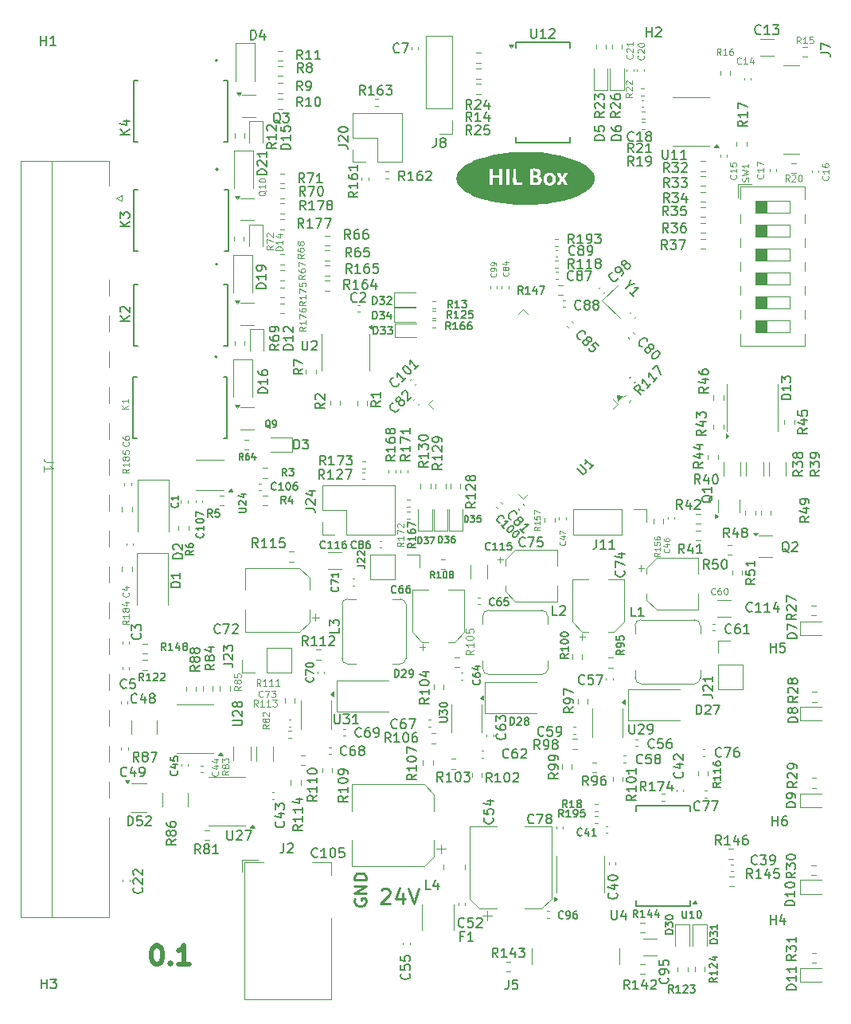
<source format=gbr>
%TF.GenerationSoftware,KiCad,Pcbnew,9.0.2*%
%TF.CreationDate,2025-12-23T12:34:07+01:00*%
%TF.ProjectId,HilBox,48696c42-6f78-42e6-9b69-6361645f7063,rev?*%
%TF.SameCoordinates,Original*%
%TF.FileFunction,Legend,Top*%
%TF.FilePolarity,Positive*%
%FSLAX46Y46*%
G04 Gerber Fmt 4.6, Leading zero omitted, Abs format (unit mm)*
G04 Created by KiCad (PCBNEW 9.0.2) date 2025-12-23 12:34:07*
%MOMM*%
%LPD*%
G01*
G04 APERTURE LIST*
%ADD10C,0.500000*%
%ADD11C,0.250000*%
%ADD12C,0.150000*%
%ADD13C,0.100000*%
%ADD14C,0.110000*%
%ADD15C,0.127000*%
%ADD16C,0.200000*%
%ADD17C,0.000000*%
%ADD18C,0.120000*%
G04 APERTURE END LIST*
D10*
X48786089Y-148009350D02*
X48976566Y-148009350D01*
X48976566Y-148009350D02*
X49167042Y-148104588D01*
X49167042Y-148104588D02*
X49262280Y-148199826D01*
X49262280Y-148199826D02*
X49357518Y-148390302D01*
X49357518Y-148390302D02*
X49452756Y-148771254D01*
X49452756Y-148771254D02*
X49452756Y-149247445D01*
X49452756Y-149247445D02*
X49357518Y-149628397D01*
X49357518Y-149628397D02*
X49262280Y-149818873D01*
X49262280Y-149818873D02*
X49167042Y-149914112D01*
X49167042Y-149914112D02*
X48976566Y-150009350D01*
X48976566Y-150009350D02*
X48786089Y-150009350D01*
X48786089Y-150009350D02*
X48595613Y-149914112D01*
X48595613Y-149914112D02*
X48500375Y-149818873D01*
X48500375Y-149818873D02*
X48405137Y-149628397D01*
X48405137Y-149628397D02*
X48309899Y-149247445D01*
X48309899Y-149247445D02*
X48309899Y-148771254D01*
X48309899Y-148771254D02*
X48405137Y-148390302D01*
X48405137Y-148390302D02*
X48500375Y-148199826D01*
X48500375Y-148199826D02*
X48595613Y-148104588D01*
X48595613Y-148104588D02*
X48786089Y-148009350D01*
X50309899Y-149818873D02*
X50405137Y-149914112D01*
X50405137Y-149914112D02*
X50309899Y-150009350D01*
X50309899Y-150009350D02*
X50214661Y-149914112D01*
X50214661Y-149914112D02*
X50309899Y-149818873D01*
X50309899Y-149818873D02*
X50309899Y-150009350D01*
X52309899Y-150009350D02*
X51167042Y-150009350D01*
X51738470Y-150009350D02*
X51738470Y-148009350D01*
X51738470Y-148009350D02*
X51547994Y-148295064D01*
X51547994Y-148295064D02*
X51357518Y-148485540D01*
X51357518Y-148485540D02*
X51167042Y-148580778D01*
D11*
X69914809Y-143045050D02*
X69852904Y-143168860D01*
X69852904Y-143168860D02*
X69852904Y-143354574D01*
X69852904Y-143354574D02*
X69914809Y-143540288D01*
X69914809Y-143540288D02*
X70038619Y-143664098D01*
X70038619Y-143664098D02*
X70162428Y-143726003D01*
X70162428Y-143726003D02*
X70410047Y-143787907D01*
X70410047Y-143787907D02*
X70595761Y-143787907D01*
X70595761Y-143787907D02*
X70843380Y-143726003D01*
X70843380Y-143726003D02*
X70967190Y-143664098D01*
X70967190Y-143664098D02*
X71091000Y-143540288D01*
X71091000Y-143540288D02*
X71152904Y-143354574D01*
X71152904Y-143354574D02*
X71152904Y-143230765D01*
X71152904Y-143230765D02*
X71091000Y-143045050D01*
X71091000Y-143045050D02*
X71029095Y-142983146D01*
X71029095Y-142983146D02*
X70595761Y-142983146D01*
X70595761Y-142983146D02*
X70595761Y-143230765D01*
X71152904Y-142426003D02*
X69852904Y-142426003D01*
X69852904Y-142426003D02*
X71152904Y-141683146D01*
X71152904Y-141683146D02*
X69852904Y-141683146D01*
X71152904Y-141064098D02*
X69852904Y-141064098D01*
X69852904Y-141064098D02*
X69852904Y-140754574D01*
X69852904Y-140754574D02*
X69914809Y-140568860D01*
X69914809Y-140568860D02*
X70038619Y-140445050D01*
X70038619Y-140445050D02*
X70162428Y-140383145D01*
X70162428Y-140383145D02*
X70410047Y-140321241D01*
X70410047Y-140321241D02*
X70595761Y-140321241D01*
X70595761Y-140321241D02*
X70843380Y-140383145D01*
X70843380Y-140383145D02*
X70967190Y-140445050D01*
X70967190Y-140445050D02*
X71091000Y-140568860D01*
X71091000Y-140568860D02*
X71152904Y-140754574D01*
X71152904Y-140754574D02*
X71152904Y-141064098D01*
X72769234Y-142118571D02*
X72845425Y-142042380D01*
X72845425Y-142042380D02*
X72997806Y-141966190D01*
X72997806Y-141966190D02*
X73378758Y-141966190D01*
X73378758Y-141966190D02*
X73531139Y-142042380D01*
X73531139Y-142042380D02*
X73607330Y-142118571D01*
X73607330Y-142118571D02*
X73683520Y-142270952D01*
X73683520Y-142270952D02*
X73683520Y-142423333D01*
X73683520Y-142423333D02*
X73607330Y-142651904D01*
X73607330Y-142651904D02*
X72693044Y-143566190D01*
X72693044Y-143566190D02*
X73683520Y-143566190D01*
X75054949Y-142499523D02*
X75054949Y-143566190D01*
X74673997Y-141890000D02*
X74293044Y-143032857D01*
X74293044Y-143032857D02*
X75283521Y-143032857D01*
X75664473Y-141966190D02*
X76197807Y-143566190D01*
X76197807Y-143566190D02*
X76731140Y-141966190D01*
D12*
X114138095Y-116854819D02*
X114138095Y-115854819D01*
X114138095Y-116331009D02*
X114709523Y-116331009D01*
X114709523Y-116854819D02*
X114709523Y-115854819D01*
X115661904Y-115854819D02*
X115185714Y-115854819D01*
X115185714Y-115854819D02*
X115138095Y-116331009D01*
X115138095Y-116331009D02*
X115185714Y-116283390D01*
X115185714Y-116283390D02*
X115280952Y-116235771D01*
X115280952Y-116235771D02*
X115519047Y-116235771D01*
X115519047Y-116235771D02*
X115614285Y-116283390D01*
X115614285Y-116283390D02*
X115661904Y-116331009D01*
X115661904Y-116331009D02*
X115709523Y-116426247D01*
X115709523Y-116426247D02*
X115709523Y-116664342D01*
X115709523Y-116664342D02*
X115661904Y-116759580D01*
X115661904Y-116759580D02*
X115614285Y-116807200D01*
X115614285Y-116807200D02*
X115519047Y-116854819D01*
X115519047Y-116854819D02*
X115280952Y-116854819D01*
X115280952Y-116854819D02*
X115185714Y-116807200D01*
X115185714Y-116807200D02*
X115138095Y-116759580D01*
X114338095Y-135254819D02*
X114338095Y-134254819D01*
X114338095Y-134731009D02*
X114909523Y-134731009D01*
X114909523Y-135254819D02*
X114909523Y-134254819D01*
X115814285Y-134254819D02*
X115623809Y-134254819D01*
X115623809Y-134254819D02*
X115528571Y-134302438D01*
X115528571Y-134302438D02*
X115480952Y-134350057D01*
X115480952Y-134350057D02*
X115385714Y-134492914D01*
X115385714Y-134492914D02*
X115338095Y-134683390D01*
X115338095Y-134683390D02*
X115338095Y-135064342D01*
X115338095Y-135064342D02*
X115385714Y-135159580D01*
X115385714Y-135159580D02*
X115433333Y-135207200D01*
X115433333Y-135207200D02*
X115528571Y-135254819D01*
X115528571Y-135254819D02*
X115719047Y-135254819D01*
X115719047Y-135254819D02*
X115814285Y-135207200D01*
X115814285Y-135207200D02*
X115861904Y-135159580D01*
X115861904Y-135159580D02*
X115909523Y-135064342D01*
X115909523Y-135064342D02*
X115909523Y-134826247D01*
X115909523Y-134826247D02*
X115861904Y-134731009D01*
X115861904Y-134731009D02*
X115814285Y-134683390D01*
X115814285Y-134683390D02*
X115719047Y-134635771D01*
X115719047Y-134635771D02*
X115528571Y-134635771D01*
X115528571Y-134635771D02*
X115433333Y-134683390D01*
X115433333Y-134683390D02*
X115385714Y-134731009D01*
X115385714Y-134731009D02*
X115338095Y-134826247D01*
X114138095Y-145754819D02*
X114138095Y-144754819D01*
X114138095Y-145231009D02*
X114709523Y-145231009D01*
X114709523Y-145754819D02*
X114709523Y-144754819D01*
X115614285Y-145088152D02*
X115614285Y-145754819D01*
X115376190Y-144707200D02*
X115138095Y-145421485D01*
X115138095Y-145421485D02*
X115757142Y-145421485D01*
X36613095Y-152579819D02*
X36613095Y-151579819D01*
X36613095Y-152056009D02*
X37184523Y-152056009D01*
X37184523Y-152579819D02*
X37184523Y-151579819D01*
X37565476Y-151579819D02*
X38184523Y-151579819D01*
X38184523Y-151579819D02*
X37851190Y-151960771D01*
X37851190Y-151960771D02*
X37994047Y-151960771D01*
X37994047Y-151960771D02*
X38089285Y-152008390D01*
X38089285Y-152008390D02*
X38136904Y-152056009D01*
X38136904Y-152056009D02*
X38184523Y-152151247D01*
X38184523Y-152151247D02*
X38184523Y-152389342D01*
X38184523Y-152389342D02*
X38136904Y-152484580D01*
X38136904Y-152484580D02*
X38089285Y-152532200D01*
X38089285Y-152532200D02*
X37994047Y-152579819D01*
X37994047Y-152579819D02*
X37708333Y-152579819D01*
X37708333Y-152579819D02*
X37613095Y-152532200D01*
X37613095Y-152532200D02*
X37565476Y-152484580D01*
X45954819Y-61838094D02*
X44954819Y-61838094D01*
X45954819Y-61266666D02*
X45383390Y-61695237D01*
X44954819Y-61266666D02*
X45526247Y-61838094D01*
X45288152Y-60409523D02*
X45954819Y-60409523D01*
X44907200Y-60647618D02*
X45621485Y-60885713D01*
X45621485Y-60885713D02*
X45621485Y-60266666D01*
X82357142Y-60454819D02*
X82023809Y-59978628D01*
X81785714Y-60454819D02*
X81785714Y-59454819D01*
X81785714Y-59454819D02*
X82166666Y-59454819D01*
X82166666Y-59454819D02*
X82261904Y-59502438D01*
X82261904Y-59502438D02*
X82309523Y-59550057D01*
X82309523Y-59550057D02*
X82357142Y-59645295D01*
X82357142Y-59645295D02*
X82357142Y-59788152D01*
X82357142Y-59788152D02*
X82309523Y-59883390D01*
X82309523Y-59883390D02*
X82261904Y-59931009D01*
X82261904Y-59931009D02*
X82166666Y-59978628D01*
X82166666Y-59978628D02*
X81785714Y-59978628D01*
X83309523Y-60454819D02*
X82738095Y-60454819D01*
X83023809Y-60454819D02*
X83023809Y-59454819D01*
X83023809Y-59454819D02*
X82928571Y-59597676D01*
X82928571Y-59597676D02*
X82833333Y-59692914D01*
X82833333Y-59692914D02*
X82738095Y-59740533D01*
X84166666Y-59788152D02*
X84166666Y-60454819D01*
X83928571Y-59407200D02*
X83690476Y-60121485D01*
X83690476Y-60121485D02*
X84309523Y-60121485D01*
X74633333Y-53059580D02*
X74585714Y-53107200D01*
X74585714Y-53107200D02*
X74442857Y-53154819D01*
X74442857Y-53154819D02*
X74347619Y-53154819D01*
X74347619Y-53154819D02*
X74204762Y-53107200D01*
X74204762Y-53107200D02*
X74109524Y-53011961D01*
X74109524Y-53011961D02*
X74061905Y-52916723D01*
X74061905Y-52916723D02*
X74014286Y-52726247D01*
X74014286Y-52726247D02*
X74014286Y-52583390D01*
X74014286Y-52583390D02*
X74061905Y-52392914D01*
X74061905Y-52392914D02*
X74109524Y-52297676D01*
X74109524Y-52297676D02*
X74204762Y-52202438D01*
X74204762Y-52202438D02*
X74347619Y-52154819D01*
X74347619Y-52154819D02*
X74442857Y-52154819D01*
X74442857Y-52154819D02*
X74585714Y-52202438D01*
X74585714Y-52202438D02*
X74633333Y-52250057D01*
X74966667Y-52154819D02*
X75633333Y-52154819D01*
X75633333Y-52154819D02*
X75204762Y-53154819D01*
X100938095Y-51454819D02*
X100938095Y-50454819D01*
X100938095Y-50931009D02*
X101509523Y-50931009D01*
X101509523Y-51454819D02*
X101509523Y-50454819D01*
X101938095Y-50550057D02*
X101985714Y-50502438D01*
X101985714Y-50502438D02*
X102080952Y-50454819D01*
X102080952Y-50454819D02*
X102319047Y-50454819D01*
X102319047Y-50454819D02*
X102414285Y-50502438D01*
X102414285Y-50502438D02*
X102461904Y-50550057D01*
X102461904Y-50550057D02*
X102509523Y-50645295D01*
X102509523Y-50645295D02*
X102509523Y-50740533D01*
X102509523Y-50740533D02*
X102461904Y-50883390D01*
X102461904Y-50883390D02*
X101890476Y-51454819D01*
X101890476Y-51454819D02*
X102509523Y-51454819D01*
D13*
X111785300Y-66833333D02*
X111818633Y-66733333D01*
X111818633Y-66733333D02*
X111818633Y-66566667D01*
X111818633Y-66566667D02*
X111785300Y-66500000D01*
X111785300Y-66500000D02*
X111751966Y-66466667D01*
X111751966Y-66466667D02*
X111685300Y-66433333D01*
X111685300Y-66433333D02*
X111618633Y-66433333D01*
X111618633Y-66433333D02*
X111551966Y-66466667D01*
X111551966Y-66466667D02*
X111518633Y-66500000D01*
X111518633Y-66500000D02*
X111485300Y-66566667D01*
X111485300Y-66566667D02*
X111451966Y-66700000D01*
X111451966Y-66700000D02*
X111418633Y-66766667D01*
X111418633Y-66766667D02*
X111385300Y-66800000D01*
X111385300Y-66800000D02*
X111318633Y-66833333D01*
X111318633Y-66833333D02*
X111251966Y-66833333D01*
X111251966Y-66833333D02*
X111185300Y-66800000D01*
X111185300Y-66800000D02*
X111151966Y-66766667D01*
X111151966Y-66766667D02*
X111118633Y-66700000D01*
X111118633Y-66700000D02*
X111118633Y-66533333D01*
X111118633Y-66533333D02*
X111151966Y-66433333D01*
X111118633Y-66200000D02*
X111818633Y-66033333D01*
X111818633Y-66033333D02*
X111318633Y-65900000D01*
X111318633Y-65900000D02*
X111818633Y-65766666D01*
X111818633Y-65766666D02*
X111118633Y-65600000D01*
X111818633Y-64966666D02*
X111818633Y-65366666D01*
X111818633Y-65166666D02*
X111118633Y-65166666D01*
X111118633Y-65166666D02*
X111218633Y-65233333D01*
X111218633Y-65233333D02*
X111285300Y-65300000D01*
X111285300Y-65300000D02*
X111318633Y-65366666D01*
D12*
X116904819Y-115388094D02*
X115904819Y-115388094D01*
X115904819Y-115388094D02*
X115904819Y-115149999D01*
X115904819Y-115149999D02*
X115952438Y-115007142D01*
X115952438Y-115007142D02*
X116047676Y-114911904D01*
X116047676Y-114911904D02*
X116142914Y-114864285D01*
X116142914Y-114864285D02*
X116333390Y-114816666D01*
X116333390Y-114816666D02*
X116476247Y-114816666D01*
X116476247Y-114816666D02*
X116666723Y-114864285D01*
X116666723Y-114864285D02*
X116761961Y-114911904D01*
X116761961Y-114911904D02*
X116857200Y-115007142D01*
X116857200Y-115007142D02*
X116904819Y-115149999D01*
X116904819Y-115149999D02*
X116904819Y-115388094D01*
X115904819Y-114483332D02*
X115904819Y-113816666D01*
X115904819Y-113816666D02*
X116904819Y-114245237D01*
X116854819Y-112792857D02*
X116378628Y-113126190D01*
X116854819Y-113364285D02*
X115854819Y-113364285D01*
X115854819Y-113364285D02*
X115854819Y-112983333D01*
X115854819Y-112983333D02*
X115902438Y-112888095D01*
X115902438Y-112888095D02*
X115950057Y-112840476D01*
X115950057Y-112840476D02*
X116045295Y-112792857D01*
X116045295Y-112792857D02*
X116188152Y-112792857D01*
X116188152Y-112792857D02*
X116283390Y-112840476D01*
X116283390Y-112840476D02*
X116331009Y-112888095D01*
X116331009Y-112888095D02*
X116378628Y-112983333D01*
X116378628Y-112983333D02*
X116378628Y-113364285D01*
X115950057Y-112411904D02*
X115902438Y-112364285D01*
X115902438Y-112364285D02*
X115854819Y-112269047D01*
X115854819Y-112269047D02*
X115854819Y-112030952D01*
X115854819Y-112030952D02*
X115902438Y-111935714D01*
X115902438Y-111935714D02*
X115950057Y-111888095D01*
X115950057Y-111888095D02*
X116045295Y-111840476D01*
X116045295Y-111840476D02*
X116140533Y-111840476D01*
X116140533Y-111840476D02*
X116283390Y-111888095D01*
X116283390Y-111888095D02*
X116854819Y-112459523D01*
X116854819Y-112459523D02*
X116854819Y-111840476D01*
X115854819Y-111507142D02*
X115854819Y-110840476D01*
X115854819Y-110840476D02*
X116854819Y-111269047D01*
X88661905Y-50604819D02*
X88661905Y-51414342D01*
X88661905Y-51414342D02*
X88709524Y-51509580D01*
X88709524Y-51509580D02*
X88757143Y-51557200D01*
X88757143Y-51557200D02*
X88852381Y-51604819D01*
X88852381Y-51604819D02*
X89042857Y-51604819D01*
X89042857Y-51604819D02*
X89138095Y-51557200D01*
X89138095Y-51557200D02*
X89185714Y-51509580D01*
X89185714Y-51509580D02*
X89233333Y-51414342D01*
X89233333Y-51414342D02*
X89233333Y-50604819D01*
X90233333Y-51604819D02*
X89661905Y-51604819D01*
X89947619Y-51604819D02*
X89947619Y-50604819D01*
X89947619Y-50604819D02*
X89852381Y-50747676D01*
X89852381Y-50747676D02*
X89757143Y-50842914D01*
X89757143Y-50842914D02*
X89661905Y-50890533D01*
X90614286Y-50700057D02*
X90661905Y-50652438D01*
X90661905Y-50652438D02*
X90757143Y-50604819D01*
X90757143Y-50604819D02*
X90995238Y-50604819D01*
X90995238Y-50604819D02*
X91090476Y-50652438D01*
X91090476Y-50652438D02*
X91138095Y-50700057D01*
X91138095Y-50700057D02*
X91185714Y-50795295D01*
X91185714Y-50795295D02*
X91185714Y-50890533D01*
X91185714Y-50890533D02*
X91138095Y-51033390D01*
X91138095Y-51033390D02*
X90566667Y-51604819D01*
X90566667Y-51604819D02*
X91185714Y-51604819D01*
X119514819Y-53183333D02*
X120229104Y-53183333D01*
X120229104Y-53183333D02*
X120371961Y-53230952D01*
X120371961Y-53230952D02*
X120467200Y-53326190D01*
X120467200Y-53326190D02*
X120514819Y-53469047D01*
X120514819Y-53469047D02*
X120514819Y-53564285D01*
X119514819Y-52802380D02*
X119514819Y-52135714D01*
X119514819Y-52135714D02*
X120514819Y-52564285D01*
D13*
X113351966Y-66080000D02*
X113385300Y-66113333D01*
X113385300Y-66113333D02*
X113418633Y-66213333D01*
X113418633Y-66213333D02*
X113418633Y-66280000D01*
X113418633Y-66280000D02*
X113385300Y-66380000D01*
X113385300Y-66380000D02*
X113318633Y-66446667D01*
X113318633Y-66446667D02*
X113251966Y-66480000D01*
X113251966Y-66480000D02*
X113118633Y-66513333D01*
X113118633Y-66513333D02*
X113018633Y-66513333D01*
X113018633Y-66513333D02*
X112885300Y-66480000D01*
X112885300Y-66480000D02*
X112818633Y-66446667D01*
X112818633Y-66446667D02*
X112751966Y-66380000D01*
X112751966Y-66380000D02*
X112718633Y-66280000D01*
X112718633Y-66280000D02*
X112718633Y-66213333D01*
X112718633Y-66213333D02*
X112751966Y-66113333D01*
X112751966Y-66113333D02*
X112785300Y-66080000D01*
X113418633Y-65413333D02*
X113418633Y-65813333D01*
X113418633Y-65613333D02*
X112718633Y-65613333D01*
X112718633Y-65613333D02*
X112818633Y-65680000D01*
X112818633Y-65680000D02*
X112885300Y-65746667D01*
X112885300Y-65746667D02*
X112918633Y-65813333D01*
X112718633Y-65180000D02*
X112718633Y-64713333D01*
X112718633Y-64713333D02*
X113418633Y-65013333D01*
X116149999Y-66818633D02*
X115916666Y-66485300D01*
X115749999Y-66818633D02*
X115749999Y-66118633D01*
X115749999Y-66118633D02*
X116016666Y-66118633D01*
X116016666Y-66118633D02*
X116083333Y-66151966D01*
X116083333Y-66151966D02*
X116116666Y-66185300D01*
X116116666Y-66185300D02*
X116149999Y-66251966D01*
X116149999Y-66251966D02*
X116149999Y-66351966D01*
X116149999Y-66351966D02*
X116116666Y-66418633D01*
X116116666Y-66418633D02*
X116083333Y-66451966D01*
X116083333Y-66451966D02*
X116016666Y-66485300D01*
X116016666Y-66485300D02*
X115749999Y-66485300D01*
X116416666Y-66185300D02*
X116449999Y-66151966D01*
X116449999Y-66151966D02*
X116516666Y-66118633D01*
X116516666Y-66118633D02*
X116683333Y-66118633D01*
X116683333Y-66118633D02*
X116749999Y-66151966D01*
X116749999Y-66151966D02*
X116783333Y-66185300D01*
X116783333Y-66185300D02*
X116816666Y-66251966D01*
X116816666Y-66251966D02*
X116816666Y-66318633D01*
X116816666Y-66318633D02*
X116783333Y-66418633D01*
X116783333Y-66418633D02*
X116383333Y-66818633D01*
X116383333Y-66818633D02*
X116816666Y-66818633D01*
X117250000Y-66118633D02*
X117316666Y-66118633D01*
X117316666Y-66118633D02*
X117383333Y-66151966D01*
X117383333Y-66151966D02*
X117416666Y-66185300D01*
X117416666Y-66185300D02*
X117450000Y-66251966D01*
X117450000Y-66251966D02*
X117483333Y-66385300D01*
X117483333Y-66385300D02*
X117483333Y-66551966D01*
X117483333Y-66551966D02*
X117450000Y-66685300D01*
X117450000Y-66685300D02*
X117416666Y-66751966D01*
X117416666Y-66751966D02*
X117383333Y-66785300D01*
X117383333Y-66785300D02*
X117316666Y-66818633D01*
X117316666Y-66818633D02*
X117250000Y-66818633D01*
X117250000Y-66818633D02*
X117183333Y-66785300D01*
X117183333Y-66785300D02*
X117150000Y-66751966D01*
X117150000Y-66751966D02*
X117116666Y-66685300D01*
X117116666Y-66685300D02*
X117083333Y-66551966D01*
X117083333Y-66551966D02*
X117083333Y-66385300D01*
X117083333Y-66385300D02*
X117116666Y-66251966D01*
X117116666Y-66251966D02*
X117150000Y-66185300D01*
X117150000Y-66185300D02*
X117183333Y-66151966D01*
X117183333Y-66151966D02*
X117250000Y-66118633D01*
X120251966Y-66250000D02*
X120285300Y-66283333D01*
X120285300Y-66283333D02*
X120318633Y-66383333D01*
X120318633Y-66383333D02*
X120318633Y-66450000D01*
X120318633Y-66450000D02*
X120285300Y-66550000D01*
X120285300Y-66550000D02*
X120218633Y-66616667D01*
X120218633Y-66616667D02*
X120151966Y-66650000D01*
X120151966Y-66650000D02*
X120018633Y-66683333D01*
X120018633Y-66683333D02*
X119918633Y-66683333D01*
X119918633Y-66683333D02*
X119785300Y-66650000D01*
X119785300Y-66650000D02*
X119718633Y-66616667D01*
X119718633Y-66616667D02*
X119651966Y-66550000D01*
X119651966Y-66550000D02*
X119618633Y-66450000D01*
X119618633Y-66450000D02*
X119618633Y-66383333D01*
X119618633Y-66383333D02*
X119651966Y-66283333D01*
X119651966Y-66283333D02*
X119685300Y-66250000D01*
X120318633Y-65583333D02*
X120318633Y-65983333D01*
X120318633Y-65783333D02*
X119618633Y-65783333D01*
X119618633Y-65783333D02*
X119718633Y-65850000D01*
X119718633Y-65850000D02*
X119785300Y-65916667D01*
X119785300Y-65916667D02*
X119818633Y-65983333D01*
X119618633Y-64983333D02*
X119618633Y-65116666D01*
X119618633Y-65116666D02*
X119651966Y-65183333D01*
X119651966Y-65183333D02*
X119685300Y-65216666D01*
X119685300Y-65216666D02*
X119785300Y-65283333D01*
X119785300Y-65283333D02*
X119918633Y-65316666D01*
X119918633Y-65316666D02*
X120185300Y-65316666D01*
X120185300Y-65316666D02*
X120251966Y-65283333D01*
X120251966Y-65283333D02*
X120285300Y-65250000D01*
X120285300Y-65250000D02*
X120318633Y-65183333D01*
X120318633Y-65183333D02*
X120318633Y-65050000D01*
X120318633Y-65050000D02*
X120285300Y-64983333D01*
X120285300Y-64983333D02*
X120251966Y-64950000D01*
X120251966Y-64950000D02*
X120185300Y-64916666D01*
X120185300Y-64916666D02*
X120018633Y-64916666D01*
X120018633Y-64916666D02*
X119951966Y-64950000D01*
X119951966Y-64950000D02*
X119918633Y-64983333D01*
X119918633Y-64983333D02*
X119885300Y-65050000D01*
X119885300Y-65050000D02*
X119885300Y-65183333D01*
X119885300Y-65183333D02*
X119918633Y-65250000D01*
X119918633Y-65250000D02*
X119951966Y-65283333D01*
X119951966Y-65283333D02*
X120018633Y-65316666D01*
X110451966Y-66150000D02*
X110485300Y-66183333D01*
X110485300Y-66183333D02*
X110518633Y-66283333D01*
X110518633Y-66283333D02*
X110518633Y-66350000D01*
X110518633Y-66350000D02*
X110485300Y-66450000D01*
X110485300Y-66450000D02*
X110418633Y-66516667D01*
X110418633Y-66516667D02*
X110351966Y-66550000D01*
X110351966Y-66550000D02*
X110218633Y-66583333D01*
X110218633Y-66583333D02*
X110118633Y-66583333D01*
X110118633Y-66583333D02*
X109985300Y-66550000D01*
X109985300Y-66550000D02*
X109918633Y-66516667D01*
X109918633Y-66516667D02*
X109851966Y-66450000D01*
X109851966Y-66450000D02*
X109818633Y-66350000D01*
X109818633Y-66350000D02*
X109818633Y-66283333D01*
X109818633Y-66283333D02*
X109851966Y-66183333D01*
X109851966Y-66183333D02*
X109885300Y-66150000D01*
X110518633Y-65483333D02*
X110518633Y-65883333D01*
X110518633Y-65683333D02*
X109818633Y-65683333D01*
X109818633Y-65683333D02*
X109918633Y-65750000D01*
X109918633Y-65750000D02*
X109985300Y-65816667D01*
X109985300Y-65816667D02*
X110018633Y-65883333D01*
X109818633Y-64850000D02*
X109818633Y-65183333D01*
X109818633Y-65183333D02*
X110151966Y-65216666D01*
X110151966Y-65216666D02*
X110118633Y-65183333D01*
X110118633Y-65183333D02*
X110085300Y-65116666D01*
X110085300Y-65116666D02*
X110085300Y-64950000D01*
X110085300Y-64950000D02*
X110118633Y-64883333D01*
X110118633Y-64883333D02*
X110151966Y-64850000D01*
X110151966Y-64850000D02*
X110218633Y-64816666D01*
X110218633Y-64816666D02*
X110385300Y-64816666D01*
X110385300Y-64816666D02*
X110451966Y-64850000D01*
X110451966Y-64850000D02*
X110485300Y-64883333D01*
X110485300Y-64883333D02*
X110518633Y-64950000D01*
X110518633Y-64950000D02*
X110518633Y-65116666D01*
X110518633Y-65116666D02*
X110485300Y-65183333D01*
X110485300Y-65183333D02*
X110451966Y-65216666D01*
D12*
X111654819Y-60392857D02*
X111178628Y-60726190D01*
X111654819Y-60964285D02*
X110654819Y-60964285D01*
X110654819Y-60964285D02*
X110654819Y-60583333D01*
X110654819Y-60583333D02*
X110702438Y-60488095D01*
X110702438Y-60488095D02*
X110750057Y-60440476D01*
X110750057Y-60440476D02*
X110845295Y-60392857D01*
X110845295Y-60392857D02*
X110988152Y-60392857D01*
X110988152Y-60392857D02*
X111083390Y-60440476D01*
X111083390Y-60440476D02*
X111131009Y-60488095D01*
X111131009Y-60488095D02*
X111178628Y-60583333D01*
X111178628Y-60583333D02*
X111178628Y-60964285D01*
X111654819Y-59440476D02*
X111654819Y-60011904D01*
X111654819Y-59726190D02*
X110654819Y-59726190D01*
X110654819Y-59726190D02*
X110797676Y-59821428D01*
X110797676Y-59821428D02*
X110892914Y-59916666D01*
X110892914Y-59916666D02*
X110940533Y-60011904D01*
X110654819Y-59107142D02*
X110654819Y-58440476D01*
X110654819Y-58440476D02*
X111654819Y-58869047D01*
X116854819Y-152714285D02*
X115854819Y-152714285D01*
X115854819Y-152714285D02*
X115854819Y-152476190D01*
X115854819Y-152476190D02*
X115902438Y-152333333D01*
X115902438Y-152333333D02*
X115997676Y-152238095D01*
X115997676Y-152238095D02*
X116092914Y-152190476D01*
X116092914Y-152190476D02*
X116283390Y-152142857D01*
X116283390Y-152142857D02*
X116426247Y-152142857D01*
X116426247Y-152142857D02*
X116616723Y-152190476D01*
X116616723Y-152190476D02*
X116711961Y-152238095D01*
X116711961Y-152238095D02*
X116807200Y-152333333D01*
X116807200Y-152333333D02*
X116854819Y-152476190D01*
X116854819Y-152476190D02*
X116854819Y-152714285D01*
X116854819Y-151190476D02*
X116854819Y-151761904D01*
X116854819Y-151476190D02*
X115854819Y-151476190D01*
X115854819Y-151476190D02*
X115997676Y-151571428D01*
X115997676Y-151571428D02*
X116092914Y-151666666D01*
X116092914Y-151666666D02*
X116140533Y-151761904D01*
X116854819Y-150238095D02*
X116854819Y-150809523D01*
X116854819Y-150523809D02*
X115854819Y-150523809D01*
X115854819Y-150523809D02*
X115997676Y-150619047D01*
X115997676Y-150619047D02*
X116092914Y-150714285D01*
X116092914Y-150714285D02*
X116140533Y-150809523D01*
X116854819Y-148992857D02*
X116378628Y-149326190D01*
X116854819Y-149564285D02*
X115854819Y-149564285D01*
X115854819Y-149564285D02*
X115854819Y-149183333D01*
X115854819Y-149183333D02*
X115902438Y-149088095D01*
X115902438Y-149088095D02*
X115950057Y-149040476D01*
X115950057Y-149040476D02*
X116045295Y-148992857D01*
X116045295Y-148992857D02*
X116188152Y-148992857D01*
X116188152Y-148992857D02*
X116283390Y-149040476D01*
X116283390Y-149040476D02*
X116331009Y-149088095D01*
X116331009Y-149088095D02*
X116378628Y-149183333D01*
X116378628Y-149183333D02*
X116378628Y-149564285D01*
X115854819Y-148659523D02*
X115854819Y-148040476D01*
X115854819Y-148040476D02*
X116235771Y-148373809D01*
X116235771Y-148373809D02*
X116235771Y-148230952D01*
X116235771Y-148230952D02*
X116283390Y-148135714D01*
X116283390Y-148135714D02*
X116331009Y-148088095D01*
X116331009Y-148088095D02*
X116426247Y-148040476D01*
X116426247Y-148040476D02*
X116664342Y-148040476D01*
X116664342Y-148040476D02*
X116759580Y-148088095D01*
X116759580Y-148088095D02*
X116807200Y-148135714D01*
X116807200Y-148135714D02*
X116854819Y-148230952D01*
X116854819Y-148230952D02*
X116854819Y-148516666D01*
X116854819Y-148516666D02*
X116807200Y-148611904D01*
X116807200Y-148611904D02*
X116759580Y-148659523D01*
X116854819Y-147088095D02*
X116854819Y-147659523D01*
X116854819Y-147373809D02*
X115854819Y-147373809D01*
X115854819Y-147373809D02*
X115997676Y-147469047D01*
X115997676Y-147469047D02*
X116092914Y-147564285D01*
X116092914Y-147564285D02*
X116140533Y-147659523D01*
X116704819Y-143764285D02*
X115704819Y-143764285D01*
X115704819Y-143764285D02*
X115704819Y-143526190D01*
X115704819Y-143526190D02*
X115752438Y-143383333D01*
X115752438Y-143383333D02*
X115847676Y-143288095D01*
X115847676Y-143288095D02*
X115942914Y-143240476D01*
X115942914Y-143240476D02*
X116133390Y-143192857D01*
X116133390Y-143192857D02*
X116276247Y-143192857D01*
X116276247Y-143192857D02*
X116466723Y-143240476D01*
X116466723Y-143240476D02*
X116561961Y-143288095D01*
X116561961Y-143288095D02*
X116657200Y-143383333D01*
X116657200Y-143383333D02*
X116704819Y-143526190D01*
X116704819Y-143526190D02*
X116704819Y-143764285D01*
X116704819Y-142240476D02*
X116704819Y-142811904D01*
X116704819Y-142526190D02*
X115704819Y-142526190D01*
X115704819Y-142526190D02*
X115847676Y-142621428D01*
X115847676Y-142621428D02*
X115942914Y-142716666D01*
X115942914Y-142716666D02*
X115990533Y-142811904D01*
X115704819Y-141621428D02*
X115704819Y-141526190D01*
X115704819Y-141526190D02*
X115752438Y-141430952D01*
X115752438Y-141430952D02*
X115800057Y-141383333D01*
X115800057Y-141383333D02*
X115895295Y-141335714D01*
X115895295Y-141335714D02*
X116085771Y-141288095D01*
X116085771Y-141288095D02*
X116323866Y-141288095D01*
X116323866Y-141288095D02*
X116514342Y-141335714D01*
X116514342Y-141335714D02*
X116609580Y-141383333D01*
X116609580Y-141383333D02*
X116657200Y-141430952D01*
X116657200Y-141430952D02*
X116704819Y-141526190D01*
X116704819Y-141526190D02*
X116704819Y-141621428D01*
X116704819Y-141621428D02*
X116657200Y-141716666D01*
X116657200Y-141716666D02*
X116609580Y-141764285D01*
X116609580Y-141764285D02*
X116514342Y-141811904D01*
X116514342Y-141811904D02*
X116323866Y-141859523D01*
X116323866Y-141859523D02*
X116085771Y-141859523D01*
X116085771Y-141859523D02*
X115895295Y-141811904D01*
X115895295Y-141811904D02*
X115800057Y-141764285D01*
X115800057Y-141764285D02*
X115752438Y-141716666D01*
X115752438Y-141716666D02*
X115704819Y-141621428D01*
D13*
X108849999Y-53418633D02*
X108616666Y-53085300D01*
X108449999Y-53418633D02*
X108449999Y-52718633D01*
X108449999Y-52718633D02*
X108716666Y-52718633D01*
X108716666Y-52718633D02*
X108783333Y-52751966D01*
X108783333Y-52751966D02*
X108816666Y-52785300D01*
X108816666Y-52785300D02*
X108849999Y-52851966D01*
X108849999Y-52851966D02*
X108849999Y-52951966D01*
X108849999Y-52951966D02*
X108816666Y-53018633D01*
X108816666Y-53018633D02*
X108783333Y-53051966D01*
X108783333Y-53051966D02*
X108716666Y-53085300D01*
X108716666Y-53085300D02*
X108449999Y-53085300D01*
X109516666Y-53418633D02*
X109116666Y-53418633D01*
X109316666Y-53418633D02*
X109316666Y-52718633D01*
X109316666Y-52718633D02*
X109249999Y-52818633D01*
X109249999Y-52818633D02*
X109183333Y-52885300D01*
X109183333Y-52885300D02*
X109116666Y-52918633D01*
X110116666Y-52718633D02*
X109983333Y-52718633D01*
X109983333Y-52718633D02*
X109916666Y-52751966D01*
X109916666Y-52751966D02*
X109883333Y-52785300D01*
X109883333Y-52785300D02*
X109816666Y-52885300D01*
X109816666Y-52885300D02*
X109783333Y-53018633D01*
X109783333Y-53018633D02*
X109783333Y-53285300D01*
X109783333Y-53285300D02*
X109816666Y-53351966D01*
X109816666Y-53351966D02*
X109850000Y-53385300D01*
X109850000Y-53385300D02*
X109916666Y-53418633D01*
X109916666Y-53418633D02*
X110050000Y-53418633D01*
X110050000Y-53418633D02*
X110116666Y-53385300D01*
X110116666Y-53385300D02*
X110150000Y-53351966D01*
X110150000Y-53351966D02*
X110183333Y-53285300D01*
X110183333Y-53285300D02*
X110183333Y-53118633D01*
X110183333Y-53118633D02*
X110150000Y-53051966D01*
X110150000Y-53051966D02*
X110116666Y-53018633D01*
X110116666Y-53018633D02*
X110050000Y-52985300D01*
X110050000Y-52985300D02*
X109916666Y-52985300D01*
X109916666Y-52985300D02*
X109850000Y-53018633D01*
X109850000Y-53018633D02*
X109816666Y-53051966D01*
X109816666Y-53051966D02*
X109783333Y-53118633D01*
D12*
X107254819Y-93242857D02*
X106778628Y-93576190D01*
X107254819Y-93814285D02*
X106254819Y-93814285D01*
X106254819Y-93814285D02*
X106254819Y-93433333D01*
X106254819Y-93433333D02*
X106302438Y-93338095D01*
X106302438Y-93338095D02*
X106350057Y-93290476D01*
X106350057Y-93290476D02*
X106445295Y-93242857D01*
X106445295Y-93242857D02*
X106588152Y-93242857D01*
X106588152Y-93242857D02*
X106683390Y-93290476D01*
X106683390Y-93290476D02*
X106731009Y-93338095D01*
X106731009Y-93338095D02*
X106778628Y-93433333D01*
X106778628Y-93433333D02*
X106778628Y-93814285D01*
X106588152Y-92385714D02*
X107254819Y-92385714D01*
X106207200Y-92623809D02*
X106921485Y-92861904D01*
X106921485Y-92861904D02*
X106921485Y-92242857D01*
X106254819Y-91957142D02*
X106254819Y-91338095D01*
X106254819Y-91338095D02*
X106635771Y-91671428D01*
X106635771Y-91671428D02*
X106635771Y-91528571D01*
X106635771Y-91528571D02*
X106683390Y-91433333D01*
X106683390Y-91433333D02*
X106731009Y-91385714D01*
X106731009Y-91385714D02*
X106826247Y-91338095D01*
X106826247Y-91338095D02*
X107064342Y-91338095D01*
X107064342Y-91338095D02*
X107159580Y-91385714D01*
X107159580Y-91385714D02*
X107207200Y-91433333D01*
X107207200Y-91433333D02*
X107254819Y-91528571D01*
X107254819Y-91528571D02*
X107254819Y-91814285D01*
X107254819Y-91814285D02*
X107207200Y-91909523D01*
X107207200Y-91909523D02*
X107159580Y-91957142D01*
X106657142Y-98954819D02*
X106323809Y-98478628D01*
X106085714Y-98954819D02*
X106085714Y-97954819D01*
X106085714Y-97954819D02*
X106466666Y-97954819D01*
X106466666Y-97954819D02*
X106561904Y-98002438D01*
X106561904Y-98002438D02*
X106609523Y-98050057D01*
X106609523Y-98050057D02*
X106657142Y-98145295D01*
X106657142Y-98145295D02*
X106657142Y-98288152D01*
X106657142Y-98288152D02*
X106609523Y-98383390D01*
X106609523Y-98383390D02*
X106561904Y-98431009D01*
X106561904Y-98431009D02*
X106466666Y-98478628D01*
X106466666Y-98478628D02*
X106085714Y-98478628D01*
X107514285Y-98288152D02*
X107514285Y-98954819D01*
X107276190Y-97907200D02*
X107038095Y-98621485D01*
X107038095Y-98621485D02*
X107657142Y-98621485D01*
X108228571Y-97954819D02*
X108323809Y-97954819D01*
X108323809Y-97954819D02*
X108419047Y-98002438D01*
X108419047Y-98002438D02*
X108466666Y-98050057D01*
X108466666Y-98050057D02*
X108514285Y-98145295D01*
X108514285Y-98145295D02*
X108561904Y-98335771D01*
X108561904Y-98335771D02*
X108561904Y-98573866D01*
X108561904Y-98573866D02*
X108514285Y-98764342D01*
X108514285Y-98764342D02*
X108466666Y-98859580D01*
X108466666Y-98859580D02*
X108419047Y-98907200D01*
X108419047Y-98907200D02*
X108323809Y-98954819D01*
X108323809Y-98954819D02*
X108228571Y-98954819D01*
X108228571Y-98954819D02*
X108133333Y-98907200D01*
X108133333Y-98907200D02*
X108085714Y-98859580D01*
X108085714Y-98859580D02*
X108038095Y-98764342D01*
X108038095Y-98764342D02*
X107990476Y-98573866D01*
X107990476Y-98573866D02*
X107990476Y-98335771D01*
X107990476Y-98335771D02*
X108038095Y-98145295D01*
X108038095Y-98145295D02*
X108085714Y-98050057D01*
X108085714Y-98050057D02*
X108133333Y-98002438D01*
X108133333Y-98002438D02*
X108228571Y-97954819D01*
X119354819Y-97542857D02*
X118878628Y-97876190D01*
X119354819Y-98114285D02*
X118354819Y-98114285D01*
X118354819Y-98114285D02*
X118354819Y-97733333D01*
X118354819Y-97733333D02*
X118402438Y-97638095D01*
X118402438Y-97638095D02*
X118450057Y-97590476D01*
X118450057Y-97590476D02*
X118545295Y-97542857D01*
X118545295Y-97542857D02*
X118688152Y-97542857D01*
X118688152Y-97542857D02*
X118783390Y-97590476D01*
X118783390Y-97590476D02*
X118831009Y-97638095D01*
X118831009Y-97638095D02*
X118878628Y-97733333D01*
X118878628Y-97733333D02*
X118878628Y-98114285D01*
X118354819Y-97209523D02*
X118354819Y-96590476D01*
X118354819Y-96590476D02*
X118735771Y-96923809D01*
X118735771Y-96923809D02*
X118735771Y-96780952D01*
X118735771Y-96780952D02*
X118783390Y-96685714D01*
X118783390Y-96685714D02*
X118831009Y-96638095D01*
X118831009Y-96638095D02*
X118926247Y-96590476D01*
X118926247Y-96590476D02*
X119164342Y-96590476D01*
X119164342Y-96590476D02*
X119259580Y-96638095D01*
X119259580Y-96638095D02*
X119307200Y-96685714D01*
X119307200Y-96685714D02*
X119354819Y-96780952D01*
X119354819Y-96780952D02*
X119354819Y-97066666D01*
X119354819Y-97066666D02*
X119307200Y-97161904D01*
X119307200Y-97161904D02*
X119259580Y-97209523D01*
X119354819Y-96114285D02*
X119354819Y-95923809D01*
X119354819Y-95923809D02*
X119307200Y-95828571D01*
X119307200Y-95828571D02*
X119259580Y-95780952D01*
X119259580Y-95780952D02*
X119116723Y-95685714D01*
X119116723Y-95685714D02*
X118926247Y-95638095D01*
X118926247Y-95638095D02*
X118545295Y-95638095D01*
X118545295Y-95638095D02*
X118450057Y-95685714D01*
X118450057Y-95685714D02*
X118402438Y-95733333D01*
X118402438Y-95733333D02*
X118354819Y-95828571D01*
X118354819Y-95828571D02*
X118354819Y-96019047D01*
X118354819Y-96019047D02*
X118402438Y-96114285D01*
X118402438Y-96114285D02*
X118450057Y-96161904D01*
X118450057Y-96161904D02*
X118545295Y-96209523D01*
X118545295Y-96209523D02*
X118783390Y-96209523D01*
X118783390Y-96209523D02*
X118878628Y-96161904D01*
X118878628Y-96161904D02*
X118926247Y-96114285D01*
X118926247Y-96114285D02*
X118973866Y-96019047D01*
X118973866Y-96019047D02*
X118973866Y-95828571D01*
X118973866Y-95828571D02*
X118926247Y-95733333D01*
X118926247Y-95733333D02*
X118878628Y-95685714D01*
X118878628Y-95685714D02*
X118783390Y-95638095D01*
X117554819Y-97542857D02*
X117078628Y-97876190D01*
X117554819Y-98114285D02*
X116554819Y-98114285D01*
X116554819Y-98114285D02*
X116554819Y-97733333D01*
X116554819Y-97733333D02*
X116602438Y-97638095D01*
X116602438Y-97638095D02*
X116650057Y-97590476D01*
X116650057Y-97590476D02*
X116745295Y-97542857D01*
X116745295Y-97542857D02*
X116888152Y-97542857D01*
X116888152Y-97542857D02*
X116983390Y-97590476D01*
X116983390Y-97590476D02*
X117031009Y-97638095D01*
X117031009Y-97638095D02*
X117078628Y-97733333D01*
X117078628Y-97733333D02*
X117078628Y-98114285D01*
X116554819Y-97209523D02*
X116554819Y-96590476D01*
X116554819Y-96590476D02*
X116935771Y-96923809D01*
X116935771Y-96923809D02*
X116935771Y-96780952D01*
X116935771Y-96780952D02*
X116983390Y-96685714D01*
X116983390Y-96685714D02*
X117031009Y-96638095D01*
X117031009Y-96638095D02*
X117126247Y-96590476D01*
X117126247Y-96590476D02*
X117364342Y-96590476D01*
X117364342Y-96590476D02*
X117459580Y-96638095D01*
X117459580Y-96638095D02*
X117507200Y-96685714D01*
X117507200Y-96685714D02*
X117554819Y-96780952D01*
X117554819Y-96780952D02*
X117554819Y-97066666D01*
X117554819Y-97066666D02*
X117507200Y-97161904D01*
X117507200Y-97161904D02*
X117459580Y-97209523D01*
X116983390Y-96019047D02*
X116935771Y-96114285D01*
X116935771Y-96114285D02*
X116888152Y-96161904D01*
X116888152Y-96161904D02*
X116792914Y-96209523D01*
X116792914Y-96209523D02*
X116745295Y-96209523D01*
X116745295Y-96209523D02*
X116650057Y-96161904D01*
X116650057Y-96161904D02*
X116602438Y-96114285D01*
X116602438Y-96114285D02*
X116554819Y-96019047D01*
X116554819Y-96019047D02*
X116554819Y-95828571D01*
X116554819Y-95828571D02*
X116602438Y-95733333D01*
X116602438Y-95733333D02*
X116650057Y-95685714D01*
X116650057Y-95685714D02*
X116745295Y-95638095D01*
X116745295Y-95638095D02*
X116792914Y-95638095D01*
X116792914Y-95638095D02*
X116888152Y-95685714D01*
X116888152Y-95685714D02*
X116935771Y-95733333D01*
X116935771Y-95733333D02*
X116983390Y-95828571D01*
X116983390Y-95828571D02*
X116983390Y-96019047D01*
X116983390Y-96019047D02*
X117031009Y-96114285D01*
X117031009Y-96114285D02*
X117078628Y-96161904D01*
X117078628Y-96161904D02*
X117173866Y-96209523D01*
X117173866Y-96209523D02*
X117364342Y-96209523D01*
X117364342Y-96209523D02*
X117459580Y-96161904D01*
X117459580Y-96161904D02*
X117507200Y-96114285D01*
X117507200Y-96114285D02*
X117554819Y-96019047D01*
X117554819Y-96019047D02*
X117554819Y-95828571D01*
X117554819Y-95828571D02*
X117507200Y-95733333D01*
X117507200Y-95733333D02*
X117459580Y-95685714D01*
X117459580Y-95685714D02*
X117364342Y-95638095D01*
X117364342Y-95638095D02*
X117173866Y-95638095D01*
X117173866Y-95638095D02*
X117078628Y-95685714D01*
X117078628Y-95685714D02*
X117031009Y-95733333D01*
X117031009Y-95733333D02*
X116983390Y-95828571D01*
X93230952Y-73404819D02*
X92897619Y-72928628D01*
X92659524Y-73404819D02*
X92659524Y-72404819D01*
X92659524Y-72404819D02*
X93040476Y-72404819D01*
X93040476Y-72404819D02*
X93135714Y-72452438D01*
X93135714Y-72452438D02*
X93183333Y-72500057D01*
X93183333Y-72500057D02*
X93230952Y-72595295D01*
X93230952Y-72595295D02*
X93230952Y-72738152D01*
X93230952Y-72738152D02*
X93183333Y-72833390D01*
X93183333Y-72833390D02*
X93135714Y-72881009D01*
X93135714Y-72881009D02*
X93040476Y-72928628D01*
X93040476Y-72928628D02*
X92659524Y-72928628D01*
X94183333Y-73404819D02*
X93611905Y-73404819D01*
X93897619Y-73404819D02*
X93897619Y-72404819D01*
X93897619Y-72404819D02*
X93802381Y-72547676D01*
X93802381Y-72547676D02*
X93707143Y-72642914D01*
X93707143Y-72642914D02*
X93611905Y-72690533D01*
X94659524Y-73404819D02*
X94850000Y-73404819D01*
X94850000Y-73404819D02*
X94945238Y-73357200D01*
X94945238Y-73357200D02*
X94992857Y-73309580D01*
X94992857Y-73309580D02*
X95088095Y-73166723D01*
X95088095Y-73166723D02*
X95135714Y-72976247D01*
X95135714Y-72976247D02*
X95135714Y-72595295D01*
X95135714Y-72595295D02*
X95088095Y-72500057D01*
X95088095Y-72500057D02*
X95040476Y-72452438D01*
X95040476Y-72452438D02*
X94945238Y-72404819D01*
X94945238Y-72404819D02*
X94754762Y-72404819D01*
X94754762Y-72404819D02*
X94659524Y-72452438D01*
X94659524Y-72452438D02*
X94611905Y-72500057D01*
X94611905Y-72500057D02*
X94564286Y-72595295D01*
X94564286Y-72595295D02*
X94564286Y-72833390D01*
X94564286Y-72833390D02*
X94611905Y-72928628D01*
X94611905Y-72928628D02*
X94659524Y-72976247D01*
X94659524Y-72976247D02*
X94754762Y-73023866D01*
X94754762Y-73023866D02*
X94945238Y-73023866D01*
X94945238Y-73023866D02*
X95040476Y-72976247D01*
X95040476Y-72976247D02*
X95088095Y-72928628D01*
X95088095Y-72928628D02*
X95135714Y-72833390D01*
X95469048Y-72404819D02*
X96088095Y-72404819D01*
X96088095Y-72404819D02*
X95754762Y-72785771D01*
X95754762Y-72785771D02*
X95897619Y-72785771D01*
X95897619Y-72785771D02*
X95992857Y-72833390D01*
X95992857Y-72833390D02*
X96040476Y-72881009D01*
X96040476Y-72881009D02*
X96088095Y-72976247D01*
X96088095Y-72976247D02*
X96088095Y-73214342D01*
X96088095Y-73214342D02*
X96040476Y-73309580D01*
X96040476Y-73309580D02*
X95992857Y-73357200D01*
X95992857Y-73357200D02*
X95897619Y-73404819D01*
X95897619Y-73404819D02*
X95611905Y-73404819D01*
X95611905Y-73404819D02*
X95516667Y-73357200D01*
X95516667Y-73357200D02*
X95469048Y-73309580D01*
D13*
X59616666Y-122618633D02*
X59383333Y-122285300D01*
X59216666Y-122618633D02*
X59216666Y-121918633D01*
X59216666Y-121918633D02*
X59483333Y-121918633D01*
X59483333Y-121918633D02*
X59550000Y-121951966D01*
X59550000Y-121951966D02*
X59583333Y-121985300D01*
X59583333Y-121985300D02*
X59616666Y-122051966D01*
X59616666Y-122051966D02*
X59616666Y-122151966D01*
X59616666Y-122151966D02*
X59583333Y-122218633D01*
X59583333Y-122218633D02*
X59550000Y-122251966D01*
X59550000Y-122251966D02*
X59483333Y-122285300D01*
X59483333Y-122285300D02*
X59216666Y-122285300D01*
X60283333Y-122618633D02*
X59883333Y-122618633D01*
X60083333Y-122618633D02*
X60083333Y-121918633D01*
X60083333Y-121918633D02*
X60016666Y-122018633D01*
X60016666Y-122018633D02*
X59950000Y-122085300D01*
X59950000Y-122085300D02*
X59883333Y-122118633D01*
X60950000Y-122618633D02*
X60550000Y-122618633D01*
X60750000Y-122618633D02*
X60750000Y-121918633D01*
X60750000Y-121918633D02*
X60683333Y-122018633D01*
X60683333Y-122018633D02*
X60616667Y-122085300D01*
X60616667Y-122085300D02*
X60550000Y-122118633D01*
X61183334Y-121918633D02*
X61616667Y-121918633D01*
X61616667Y-121918633D02*
X61383334Y-122185300D01*
X61383334Y-122185300D02*
X61483334Y-122185300D01*
X61483334Y-122185300D02*
X61550000Y-122218633D01*
X61550000Y-122218633D02*
X61583334Y-122251966D01*
X61583334Y-122251966D02*
X61616667Y-122318633D01*
X61616667Y-122318633D02*
X61616667Y-122485300D01*
X61616667Y-122485300D02*
X61583334Y-122551966D01*
X61583334Y-122551966D02*
X61550000Y-122585300D01*
X61550000Y-122585300D02*
X61483334Y-122618633D01*
X61483334Y-122618633D02*
X61283334Y-122618633D01*
X61283334Y-122618633D02*
X61216667Y-122585300D01*
X61216667Y-122585300D02*
X61183334Y-122551966D01*
X56518633Y-129450000D02*
X56185300Y-129683333D01*
X56518633Y-129850000D02*
X55818633Y-129850000D01*
X55818633Y-129850000D02*
X55818633Y-129583333D01*
X55818633Y-129583333D02*
X55851966Y-129516667D01*
X55851966Y-129516667D02*
X55885300Y-129483333D01*
X55885300Y-129483333D02*
X55951966Y-129450000D01*
X55951966Y-129450000D02*
X56051966Y-129450000D01*
X56051966Y-129450000D02*
X56118633Y-129483333D01*
X56118633Y-129483333D02*
X56151966Y-129516667D01*
X56151966Y-129516667D02*
X56185300Y-129583333D01*
X56185300Y-129583333D02*
X56185300Y-129850000D01*
X56118633Y-129050000D02*
X56085300Y-129116667D01*
X56085300Y-129116667D02*
X56051966Y-129150000D01*
X56051966Y-129150000D02*
X55985300Y-129183333D01*
X55985300Y-129183333D02*
X55951966Y-129183333D01*
X55951966Y-129183333D02*
X55885300Y-129150000D01*
X55885300Y-129150000D02*
X55851966Y-129116667D01*
X55851966Y-129116667D02*
X55818633Y-129050000D01*
X55818633Y-129050000D02*
X55818633Y-128916667D01*
X55818633Y-128916667D02*
X55851966Y-128850000D01*
X55851966Y-128850000D02*
X55885300Y-128816667D01*
X55885300Y-128816667D02*
X55951966Y-128783333D01*
X55951966Y-128783333D02*
X55985300Y-128783333D01*
X55985300Y-128783333D02*
X56051966Y-128816667D01*
X56051966Y-128816667D02*
X56085300Y-128850000D01*
X56085300Y-128850000D02*
X56118633Y-128916667D01*
X56118633Y-128916667D02*
X56118633Y-129050000D01*
X56118633Y-129050000D02*
X56151966Y-129116667D01*
X56151966Y-129116667D02*
X56185300Y-129150000D01*
X56185300Y-129150000D02*
X56251966Y-129183333D01*
X56251966Y-129183333D02*
X56385300Y-129183333D01*
X56385300Y-129183333D02*
X56451966Y-129150000D01*
X56451966Y-129150000D02*
X56485300Y-129116667D01*
X56485300Y-129116667D02*
X56518633Y-129050000D01*
X56518633Y-129050000D02*
X56518633Y-128916667D01*
X56518633Y-128916667D02*
X56485300Y-128850000D01*
X56485300Y-128850000D02*
X56451966Y-128816667D01*
X56451966Y-128816667D02*
X56385300Y-128783333D01*
X56385300Y-128783333D02*
X56251966Y-128783333D01*
X56251966Y-128783333D02*
X56185300Y-128816667D01*
X56185300Y-128816667D02*
X56151966Y-128850000D01*
X56151966Y-128850000D02*
X56118633Y-128916667D01*
X55818633Y-128550000D02*
X55818633Y-128116666D01*
X55818633Y-128116666D02*
X56085300Y-128350000D01*
X56085300Y-128350000D02*
X56085300Y-128250000D01*
X56085300Y-128250000D02*
X56118633Y-128183333D01*
X56118633Y-128183333D02*
X56151966Y-128150000D01*
X56151966Y-128150000D02*
X56218633Y-128116666D01*
X56218633Y-128116666D02*
X56385300Y-128116666D01*
X56385300Y-128116666D02*
X56451966Y-128150000D01*
X56451966Y-128150000D02*
X56485300Y-128183333D01*
X56485300Y-128183333D02*
X56518633Y-128250000D01*
X56518633Y-128250000D02*
X56518633Y-128450000D01*
X56518633Y-128450000D02*
X56485300Y-128516666D01*
X56485300Y-128516666D02*
X56451966Y-128550000D01*
D14*
X60818113Y-124550000D02*
X60484780Y-124783333D01*
X60818113Y-124950000D02*
X60118113Y-124950000D01*
X60118113Y-124950000D02*
X60118113Y-124683333D01*
X60118113Y-124683333D02*
X60151446Y-124616667D01*
X60151446Y-124616667D02*
X60184780Y-124583333D01*
X60184780Y-124583333D02*
X60251446Y-124550000D01*
X60251446Y-124550000D02*
X60351446Y-124550000D01*
X60351446Y-124550000D02*
X60418113Y-124583333D01*
X60418113Y-124583333D02*
X60451446Y-124616667D01*
X60451446Y-124616667D02*
X60484780Y-124683333D01*
X60484780Y-124683333D02*
X60484780Y-124950000D01*
X60418113Y-124150000D02*
X60384780Y-124216667D01*
X60384780Y-124216667D02*
X60351446Y-124250000D01*
X60351446Y-124250000D02*
X60284780Y-124283333D01*
X60284780Y-124283333D02*
X60251446Y-124283333D01*
X60251446Y-124283333D02*
X60184780Y-124250000D01*
X60184780Y-124250000D02*
X60151446Y-124216667D01*
X60151446Y-124216667D02*
X60118113Y-124150000D01*
X60118113Y-124150000D02*
X60118113Y-124016667D01*
X60118113Y-124016667D02*
X60151446Y-123950000D01*
X60151446Y-123950000D02*
X60184780Y-123916667D01*
X60184780Y-123916667D02*
X60251446Y-123883333D01*
X60251446Y-123883333D02*
X60284780Y-123883333D01*
X60284780Y-123883333D02*
X60351446Y-123916667D01*
X60351446Y-123916667D02*
X60384780Y-123950000D01*
X60384780Y-123950000D02*
X60418113Y-124016667D01*
X60418113Y-124016667D02*
X60418113Y-124150000D01*
X60418113Y-124150000D02*
X60451446Y-124216667D01*
X60451446Y-124216667D02*
X60484780Y-124250000D01*
X60484780Y-124250000D02*
X60551446Y-124283333D01*
X60551446Y-124283333D02*
X60684780Y-124283333D01*
X60684780Y-124283333D02*
X60751446Y-124250000D01*
X60751446Y-124250000D02*
X60784780Y-124216667D01*
X60784780Y-124216667D02*
X60818113Y-124150000D01*
X60818113Y-124150000D02*
X60818113Y-124016667D01*
X60818113Y-124016667D02*
X60784780Y-123950000D01*
X60784780Y-123950000D02*
X60751446Y-123916667D01*
X60751446Y-123916667D02*
X60684780Y-123883333D01*
X60684780Y-123883333D02*
X60551446Y-123883333D01*
X60551446Y-123883333D02*
X60484780Y-123916667D01*
X60484780Y-123916667D02*
X60451446Y-123950000D01*
X60451446Y-123950000D02*
X60418113Y-124016667D01*
X60184780Y-123616666D02*
X60151446Y-123583333D01*
X60151446Y-123583333D02*
X60118113Y-123516666D01*
X60118113Y-123516666D02*
X60118113Y-123350000D01*
X60118113Y-123350000D02*
X60151446Y-123283333D01*
X60151446Y-123283333D02*
X60184780Y-123250000D01*
X60184780Y-123250000D02*
X60251446Y-123216666D01*
X60251446Y-123216666D02*
X60318113Y-123216666D01*
X60318113Y-123216666D02*
X60418113Y-123250000D01*
X60418113Y-123250000D02*
X60818113Y-123650000D01*
X60818113Y-123650000D02*
X60818113Y-123216666D01*
D12*
X66754762Y-105736104D02*
X66716666Y-105774200D01*
X66716666Y-105774200D02*
X66602381Y-105812295D01*
X66602381Y-105812295D02*
X66526190Y-105812295D01*
X66526190Y-105812295D02*
X66411904Y-105774200D01*
X66411904Y-105774200D02*
X66335714Y-105698009D01*
X66335714Y-105698009D02*
X66297619Y-105621819D01*
X66297619Y-105621819D02*
X66259523Y-105469438D01*
X66259523Y-105469438D02*
X66259523Y-105355152D01*
X66259523Y-105355152D02*
X66297619Y-105202771D01*
X66297619Y-105202771D02*
X66335714Y-105126580D01*
X66335714Y-105126580D02*
X66411904Y-105050390D01*
X66411904Y-105050390D02*
X66526190Y-105012295D01*
X66526190Y-105012295D02*
X66602381Y-105012295D01*
X66602381Y-105012295D02*
X66716666Y-105050390D01*
X66716666Y-105050390D02*
X66754762Y-105088485D01*
X67516666Y-105812295D02*
X67059523Y-105812295D01*
X67288095Y-105812295D02*
X67288095Y-105012295D01*
X67288095Y-105012295D02*
X67211904Y-105126580D01*
X67211904Y-105126580D02*
X67135714Y-105202771D01*
X67135714Y-105202771D02*
X67059523Y-105240866D01*
X68278571Y-105812295D02*
X67821428Y-105812295D01*
X68050000Y-105812295D02*
X68050000Y-105012295D01*
X68050000Y-105012295D02*
X67973809Y-105126580D01*
X67973809Y-105126580D02*
X67897619Y-105202771D01*
X67897619Y-105202771D02*
X67821428Y-105240866D01*
X68964286Y-105012295D02*
X68811905Y-105012295D01*
X68811905Y-105012295D02*
X68735714Y-105050390D01*
X68735714Y-105050390D02*
X68697619Y-105088485D01*
X68697619Y-105088485D02*
X68621429Y-105202771D01*
X68621429Y-105202771D02*
X68583333Y-105355152D01*
X68583333Y-105355152D02*
X68583333Y-105659914D01*
X68583333Y-105659914D02*
X68621429Y-105736104D01*
X68621429Y-105736104D02*
X68659524Y-105774200D01*
X68659524Y-105774200D02*
X68735714Y-105812295D01*
X68735714Y-105812295D02*
X68888095Y-105812295D01*
X68888095Y-105812295D02*
X68964286Y-105774200D01*
X68964286Y-105774200D02*
X69002381Y-105736104D01*
X69002381Y-105736104D02*
X69040476Y-105659914D01*
X69040476Y-105659914D02*
X69040476Y-105469438D01*
X69040476Y-105469438D02*
X69002381Y-105393247D01*
X69002381Y-105393247D02*
X68964286Y-105355152D01*
X68964286Y-105355152D02*
X68888095Y-105317057D01*
X68888095Y-105317057D02*
X68735714Y-105317057D01*
X68735714Y-105317057D02*
X68659524Y-105355152D01*
X68659524Y-105355152D02*
X68621429Y-105393247D01*
X68621429Y-105393247D02*
X68583333Y-105469438D01*
X64719819Y-101584523D02*
X65434104Y-101584523D01*
X65434104Y-101584523D02*
X65576961Y-101632142D01*
X65576961Y-101632142D02*
X65672200Y-101727380D01*
X65672200Y-101727380D02*
X65719819Y-101870237D01*
X65719819Y-101870237D02*
X65719819Y-101965475D01*
X64815057Y-101155951D02*
X64767438Y-101108332D01*
X64767438Y-101108332D02*
X64719819Y-101013094D01*
X64719819Y-101013094D02*
X64719819Y-100774999D01*
X64719819Y-100774999D02*
X64767438Y-100679761D01*
X64767438Y-100679761D02*
X64815057Y-100632142D01*
X64815057Y-100632142D02*
X64910295Y-100584523D01*
X64910295Y-100584523D02*
X65005533Y-100584523D01*
X65005533Y-100584523D02*
X65148390Y-100632142D01*
X65148390Y-100632142D02*
X65719819Y-101203570D01*
X65719819Y-101203570D02*
X65719819Y-100584523D01*
X65053152Y-99727380D02*
X65719819Y-99727380D01*
X64672200Y-99965475D02*
X65386485Y-100203570D01*
X65386485Y-100203570D02*
X65386485Y-99584523D01*
X61854819Y-84142857D02*
X61378628Y-84476190D01*
X61854819Y-84714285D02*
X60854819Y-84714285D01*
X60854819Y-84714285D02*
X60854819Y-84333333D01*
X60854819Y-84333333D02*
X60902438Y-84238095D01*
X60902438Y-84238095D02*
X60950057Y-84190476D01*
X60950057Y-84190476D02*
X61045295Y-84142857D01*
X61045295Y-84142857D02*
X61188152Y-84142857D01*
X61188152Y-84142857D02*
X61283390Y-84190476D01*
X61283390Y-84190476D02*
X61331009Y-84238095D01*
X61331009Y-84238095D02*
X61378628Y-84333333D01*
X61378628Y-84333333D02*
X61378628Y-84714285D01*
X60854819Y-83285714D02*
X60854819Y-83476190D01*
X60854819Y-83476190D02*
X60902438Y-83571428D01*
X60902438Y-83571428D02*
X60950057Y-83619047D01*
X60950057Y-83619047D02*
X61092914Y-83714285D01*
X61092914Y-83714285D02*
X61283390Y-83761904D01*
X61283390Y-83761904D02*
X61664342Y-83761904D01*
X61664342Y-83761904D02*
X61759580Y-83714285D01*
X61759580Y-83714285D02*
X61807200Y-83666666D01*
X61807200Y-83666666D02*
X61854819Y-83571428D01*
X61854819Y-83571428D02*
X61854819Y-83380952D01*
X61854819Y-83380952D02*
X61807200Y-83285714D01*
X61807200Y-83285714D02*
X61759580Y-83238095D01*
X61759580Y-83238095D02*
X61664342Y-83190476D01*
X61664342Y-83190476D02*
X61426247Y-83190476D01*
X61426247Y-83190476D02*
X61331009Y-83238095D01*
X61331009Y-83238095D02*
X61283390Y-83285714D01*
X61283390Y-83285714D02*
X61235771Y-83380952D01*
X61235771Y-83380952D02*
X61235771Y-83571428D01*
X61235771Y-83571428D02*
X61283390Y-83666666D01*
X61283390Y-83666666D02*
X61331009Y-83714285D01*
X61331009Y-83714285D02*
X61426247Y-83761904D01*
X61854819Y-82714285D02*
X61854819Y-82523809D01*
X61854819Y-82523809D02*
X61807200Y-82428571D01*
X61807200Y-82428571D02*
X61759580Y-82380952D01*
X61759580Y-82380952D02*
X61616723Y-82285714D01*
X61616723Y-82285714D02*
X61426247Y-82238095D01*
X61426247Y-82238095D02*
X61045295Y-82238095D01*
X61045295Y-82238095D02*
X60950057Y-82285714D01*
X60950057Y-82285714D02*
X60902438Y-82333333D01*
X60902438Y-82333333D02*
X60854819Y-82428571D01*
X60854819Y-82428571D02*
X60854819Y-82619047D01*
X60854819Y-82619047D02*
X60902438Y-82714285D01*
X60902438Y-82714285D02*
X60950057Y-82761904D01*
X60950057Y-82761904D02*
X61045295Y-82809523D01*
X61045295Y-82809523D02*
X61283390Y-82809523D01*
X61283390Y-82809523D02*
X61378628Y-82761904D01*
X61378628Y-82761904D02*
X61426247Y-82714285D01*
X61426247Y-82714285D02*
X61473866Y-82619047D01*
X61473866Y-82619047D02*
X61473866Y-82428571D01*
X61473866Y-82428571D02*
X61426247Y-82333333D01*
X61426247Y-82333333D02*
X61378628Y-82285714D01*
X61378628Y-82285714D02*
X61283390Y-82238095D01*
X69457142Y-72954819D02*
X69123809Y-72478628D01*
X68885714Y-72954819D02*
X68885714Y-71954819D01*
X68885714Y-71954819D02*
X69266666Y-71954819D01*
X69266666Y-71954819D02*
X69361904Y-72002438D01*
X69361904Y-72002438D02*
X69409523Y-72050057D01*
X69409523Y-72050057D02*
X69457142Y-72145295D01*
X69457142Y-72145295D02*
X69457142Y-72288152D01*
X69457142Y-72288152D02*
X69409523Y-72383390D01*
X69409523Y-72383390D02*
X69361904Y-72431009D01*
X69361904Y-72431009D02*
X69266666Y-72478628D01*
X69266666Y-72478628D02*
X68885714Y-72478628D01*
X70314285Y-71954819D02*
X70123809Y-71954819D01*
X70123809Y-71954819D02*
X70028571Y-72002438D01*
X70028571Y-72002438D02*
X69980952Y-72050057D01*
X69980952Y-72050057D02*
X69885714Y-72192914D01*
X69885714Y-72192914D02*
X69838095Y-72383390D01*
X69838095Y-72383390D02*
X69838095Y-72764342D01*
X69838095Y-72764342D02*
X69885714Y-72859580D01*
X69885714Y-72859580D02*
X69933333Y-72907200D01*
X69933333Y-72907200D02*
X70028571Y-72954819D01*
X70028571Y-72954819D02*
X70219047Y-72954819D01*
X70219047Y-72954819D02*
X70314285Y-72907200D01*
X70314285Y-72907200D02*
X70361904Y-72859580D01*
X70361904Y-72859580D02*
X70409523Y-72764342D01*
X70409523Y-72764342D02*
X70409523Y-72526247D01*
X70409523Y-72526247D02*
X70361904Y-72431009D01*
X70361904Y-72431009D02*
X70314285Y-72383390D01*
X70314285Y-72383390D02*
X70219047Y-72335771D01*
X70219047Y-72335771D02*
X70028571Y-72335771D01*
X70028571Y-72335771D02*
X69933333Y-72383390D01*
X69933333Y-72383390D02*
X69885714Y-72431009D01*
X69885714Y-72431009D02*
X69838095Y-72526247D01*
X71266666Y-71954819D02*
X71076190Y-71954819D01*
X71076190Y-71954819D02*
X70980952Y-72002438D01*
X70980952Y-72002438D02*
X70933333Y-72050057D01*
X70933333Y-72050057D02*
X70838095Y-72192914D01*
X70838095Y-72192914D02*
X70790476Y-72383390D01*
X70790476Y-72383390D02*
X70790476Y-72764342D01*
X70790476Y-72764342D02*
X70838095Y-72859580D01*
X70838095Y-72859580D02*
X70885714Y-72907200D01*
X70885714Y-72907200D02*
X70980952Y-72954819D01*
X70980952Y-72954819D02*
X71171428Y-72954819D01*
X71171428Y-72954819D02*
X71266666Y-72907200D01*
X71266666Y-72907200D02*
X71314285Y-72859580D01*
X71314285Y-72859580D02*
X71361904Y-72764342D01*
X71361904Y-72764342D02*
X71361904Y-72526247D01*
X71361904Y-72526247D02*
X71314285Y-72431009D01*
X71314285Y-72431009D02*
X71266666Y-72383390D01*
X71266666Y-72383390D02*
X71171428Y-72335771D01*
X71171428Y-72335771D02*
X70980952Y-72335771D01*
X70980952Y-72335771D02*
X70885714Y-72383390D01*
X70885714Y-72383390D02*
X70838095Y-72431009D01*
X70838095Y-72431009D02*
X70790476Y-72526247D01*
X60933333Y-92982700D02*
X60866666Y-92949366D01*
X60866666Y-92949366D02*
X60800000Y-92882700D01*
X60800000Y-92882700D02*
X60700000Y-92782700D01*
X60700000Y-92782700D02*
X60633333Y-92749366D01*
X60633333Y-92749366D02*
X60566666Y-92749366D01*
X60600000Y-92916033D02*
X60533333Y-92882700D01*
X60533333Y-92882700D02*
X60466666Y-92816033D01*
X60466666Y-92816033D02*
X60433333Y-92682700D01*
X60433333Y-92682700D02*
X60433333Y-92449366D01*
X60433333Y-92449366D02*
X60466666Y-92316033D01*
X60466666Y-92316033D02*
X60533333Y-92249366D01*
X60533333Y-92249366D02*
X60600000Y-92216033D01*
X60600000Y-92216033D02*
X60733333Y-92216033D01*
X60733333Y-92216033D02*
X60800000Y-92249366D01*
X60800000Y-92249366D02*
X60866666Y-92316033D01*
X60866666Y-92316033D02*
X60900000Y-92449366D01*
X60900000Y-92449366D02*
X60900000Y-92682700D01*
X60900000Y-92682700D02*
X60866666Y-92816033D01*
X60866666Y-92816033D02*
X60800000Y-92882700D01*
X60800000Y-92882700D02*
X60733333Y-92916033D01*
X60733333Y-92916033D02*
X60600000Y-92916033D01*
X61233333Y-92916033D02*
X61366666Y-92916033D01*
X61366666Y-92916033D02*
X61433333Y-92882700D01*
X61433333Y-92882700D02*
X61466666Y-92849366D01*
X61466666Y-92849366D02*
X61533333Y-92749366D01*
X61533333Y-92749366D02*
X61566666Y-92616033D01*
X61566666Y-92616033D02*
X61566666Y-92349366D01*
X61566666Y-92349366D02*
X61533333Y-92282700D01*
X61533333Y-92282700D02*
X61499999Y-92249366D01*
X61499999Y-92249366D02*
X61433333Y-92216033D01*
X61433333Y-92216033D02*
X61299999Y-92216033D01*
X61299999Y-92216033D02*
X61233333Y-92249366D01*
X61233333Y-92249366D02*
X61199999Y-92282700D01*
X61199999Y-92282700D02*
X61166666Y-92349366D01*
X61166666Y-92349366D02*
X61166666Y-92516033D01*
X61166666Y-92516033D02*
X61199999Y-92582700D01*
X61199999Y-92582700D02*
X61233333Y-92616033D01*
X61233333Y-92616033D02*
X61299999Y-92649366D01*
X61299999Y-92649366D02*
X61433333Y-92649366D01*
X61433333Y-92649366D02*
X61499999Y-92616033D01*
X61499999Y-92616033D02*
X61533333Y-92582700D01*
X61533333Y-92582700D02*
X61566666Y-92516033D01*
X69557142Y-74854819D02*
X69223809Y-74378628D01*
X68985714Y-74854819D02*
X68985714Y-73854819D01*
X68985714Y-73854819D02*
X69366666Y-73854819D01*
X69366666Y-73854819D02*
X69461904Y-73902438D01*
X69461904Y-73902438D02*
X69509523Y-73950057D01*
X69509523Y-73950057D02*
X69557142Y-74045295D01*
X69557142Y-74045295D02*
X69557142Y-74188152D01*
X69557142Y-74188152D02*
X69509523Y-74283390D01*
X69509523Y-74283390D02*
X69461904Y-74331009D01*
X69461904Y-74331009D02*
X69366666Y-74378628D01*
X69366666Y-74378628D02*
X68985714Y-74378628D01*
X70414285Y-73854819D02*
X70223809Y-73854819D01*
X70223809Y-73854819D02*
X70128571Y-73902438D01*
X70128571Y-73902438D02*
X70080952Y-73950057D01*
X70080952Y-73950057D02*
X69985714Y-74092914D01*
X69985714Y-74092914D02*
X69938095Y-74283390D01*
X69938095Y-74283390D02*
X69938095Y-74664342D01*
X69938095Y-74664342D02*
X69985714Y-74759580D01*
X69985714Y-74759580D02*
X70033333Y-74807200D01*
X70033333Y-74807200D02*
X70128571Y-74854819D01*
X70128571Y-74854819D02*
X70319047Y-74854819D01*
X70319047Y-74854819D02*
X70414285Y-74807200D01*
X70414285Y-74807200D02*
X70461904Y-74759580D01*
X70461904Y-74759580D02*
X70509523Y-74664342D01*
X70509523Y-74664342D02*
X70509523Y-74426247D01*
X70509523Y-74426247D02*
X70461904Y-74331009D01*
X70461904Y-74331009D02*
X70414285Y-74283390D01*
X70414285Y-74283390D02*
X70319047Y-74235771D01*
X70319047Y-74235771D02*
X70128571Y-74235771D01*
X70128571Y-74235771D02*
X70033333Y-74283390D01*
X70033333Y-74283390D02*
X69985714Y-74331009D01*
X69985714Y-74331009D02*
X69938095Y-74426247D01*
X71414285Y-73854819D02*
X70938095Y-73854819D01*
X70938095Y-73854819D02*
X70890476Y-74331009D01*
X70890476Y-74331009D02*
X70938095Y-74283390D01*
X70938095Y-74283390D02*
X71033333Y-74235771D01*
X71033333Y-74235771D02*
X71271428Y-74235771D01*
X71271428Y-74235771D02*
X71366666Y-74283390D01*
X71366666Y-74283390D02*
X71414285Y-74331009D01*
X71414285Y-74331009D02*
X71461904Y-74426247D01*
X71461904Y-74426247D02*
X71461904Y-74664342D01*
X71461904Y-74664342D02*
X71414285Y-74759580D01*
X71414285Y-74759580D02*
X71366666Y-74807200D01*
X71366666Y-74807200D02*
X71271428Y-74854819D01*
X71271428Y-74854819D02*
X71033333Y-74854819D01*
X71033333Y-74854819D02*
X70938095Y-74807200D01*
X70938095Y-74807200D02*
X70890476Y-74759580D01*
X69380952Y-78254819D02*
X69047619Y-77778628D01*
X68809524Y-78254819D02*
X68809524Y-77254819D01*
X68809524Y-77254819D02*
X69190476Y-77254819D01*
X69190476Y-77254819D02*
X69285714Y-77302438D01*
X69285714Y-77302438D02*
X69333333Y-77350057D01*
X69333333Y-77350057D02*
X69380952Y-77445295D01*
X69380952Y-77445295D02*
X69380952Y-77588152D01*
X69380952Y-77588152D02*
X69333333Y-77683390D01*
X69333333Y-77683390D02*
X69285714Y-77731009D01*
X69285714Y-77731009D02*
X69190476Y-77778628D01*
X69190476Y-77778628D02*
X68809524Y-77778628D01*
X70333333Y-78254819D02*
X69761905Y-78254819D01*
X70047619Y-78254819D02*
X70047619Y-77254819D01*
X70047619Y-77254819D02*
X69952381Y-77397676D01*
X69952381Y-77397676D02*
X69857143Y-77492914D01*
X69857143Y-77492914D02*
X69761905Y-77540533D01*
X71190476Y-77254819D02*
X71000000Y-77254819D01*
X71000000Y-77254819D02*
X70904762Y-77302438D01*
X70904762Y-77302438D02*
X70857143Y-77350057D01*
X70857143Y-77350057D02*
X70761905Y-77492914D01*
X70761905Y-77492914D02*
X70714286Y-77683390D01*
X70714286Y-77683390D02*
X70714286Y-78064342D01*
X70714286Y-78064342D02*
X70761905Y-78159580D01*
X70761905Y-78159580D02*
X70809524Y-78207200D01*
X70809524Y-78207200D02*
X70904762Y-78254819D01*
X70904762Y-78254819D02*
X71095238Y-78254819D01*
X71095238Y-78254819D02*
X71190476Y-78207200D01*
X71190476Y-78207200D02*
X71238095Y-78159580D01*
X71238095Y-78159580D02*
X71285714Y-78064342D01*
X71285714Y-78064342D02*
X71285714Y-77826247D01*
X71285714Y-77826247D02*
X71238095Y-77731009D01*
X71238095Y-77731009D02*
X71190476Y-77683390D01*
X71190476Y-77683390D02*
X71095238Y-77635771D01*
X71095238Y-77635771D02*
X70904762Y-77635771D01*
X70904762Y-77635771D02*
X70809524Y-77683390D01*
X70809524Y-77683390D02*
X70761905Y-77731009D01*
X70761905Y-77731009D02*
X70714286Y-77826247D01*
X72142857Y-77588152D02*
X72142857Y-78254819D01*
X71904762Y-77207200D02*
X71666667Y-77921485D01*
X71666667Y-77921485D02*
X72285714Y-77921485D01*
X58049999Y-96416033D02*
X57816666Y-96082700D01*
X57649999Y-96416033D02*
X57649999Y-95716033D01*
X57649999Y-95716033D02*
X57916666Y-95716033D01*
X57916666Y-95716033D02*
X57983333Y-95749366D01*
X57983333Y-95749366D02*
X58016666Y-95782700D01*
X58016666Y-95782700D02*
X58049999Y-95849366D01*
X58049999Y-95849366D02*
X58049999Y-95949366D01*
X58049999Y-95949366D02*
X58016666Y-96016033D01*
X58016666Y-96016033D02*
X57983333Y-96049366D01*
X57983333Y-96049366D02*
X57916666Y-96082700D01*
X57916666Y-96082700D02*
X57649999Y-96082700D01*
X58649999Y-95716033D02*
X58516666Y-95716033D01*
X58516666Y-95716033D02*
X58449999Y-95749366D01*
X58449999Y-95749366D02*
X58416666Y-95782700D01*
X58416666Y-95782700D02*
X58349999Y-95882700D01*
X58349999Y-95882700D02*
X58316666Y-96016033D01*
X58316666Y-96016033D02*
X58316666Y-96282700D01*
X58316666Y-96282700D02*
X58349999Y-96349366D01*
X58349999Y-96349366D02*
X58383333Y-96382700D01*
X58383333Y-96382700D02*
X58449999Y-96416033D01*
X58449999Y-96416033D02*
X58583333Y-96416033D01*
X58583333Y-96416033D02*
X58649999Y-96382700D01*
X58649999Y-96382700D02*
X58683333Y-96349366D01*
X58683333Y-96349366D02*
X58716666Y-96282700D01*
X58716666Y-96282700D02*
X58716666Y-96116033D01*
X58716666Y-96116033D02*
X58683333Y-96049366D01*
X58683333Y-96049366D02*
X58649999Y-96016033D01*
X58649999Y-96016033D02*
X58583333Y-95982700D01*
X58583333Y-95982700D02*
X58449999Y-95982700D01*
X58449999Y-95982700D02*
X58383333Y-96016033D01*
X58383333Y-96016033D02*
X58349999Y-96049366D01*
X58349999Y-96049366D02*
X58316666Y-96116033D01*
X59316666Y-95949366D02*
X59316666Y-96416033D01*
X59150000Y-95682700D02*
X58983333Y-96182700D01*
X58983333Y-96182700D02*
X59416666Y-96182700D01*
X69580952Y-76554819D02*
X69247619Y-76078628D01*
X69009524Y-76554819D02*
X69009524Y-75554819D01*
X69009524Y-75554819D02*
X69390476Y-75554819D01*
X69390476Y-75554819D02*
X69485714Y-75602438D01*
X69485714Y-75602438D02*
X69533333Y-75650057D01*
X69533333Y-75650057D02*
X69580952Y-75745295D01*
X69580952Y-75745295D02*
X69580952Y-75888152D01*
X69580952Y-75888152D02*
X69533333Y-75983390D01*
X69533333Y-75983390D02*
X69485714Y-76031009D01*
X69485714Y-76031009D02*
X69390476Y-76078628D01*
X69390476Y-76078628D02*
X69009524Y-76078628D01*
X70533333Y-76554819D02*
X69961905Y-76554819D01*
X70247619Y-76554819D02*
X70247619Y-75554819D01*
X70247619Y-75554819D02*
X70152381Y-75697676D01*
X70152381Y-75697676D02*
X70057143Y-75792914D01*
X70057143Y-75792914D02*
X69961905Y-75840533D01*
X71390476Y-75554819D02*
X71200000Y-75554819D01*
X71200000Y-75554819D02*
X71104762Y-75602438D01*
X71104762Y-75602438D02*
X71057143Y-75650057D01*
X71057143Y-75650057D02*
X70961905Y-75792914D01*
X70961905Y-75792914D02*
X70914286Y-75983390D01*
X70914286Y-75983390D02*
X70914286Y-76364342D01*
X70914286Y-76364342D02*
X70961905Y-76459580D01*
X70961905Y-76459580D02*
X71009524Y-76507200D01*
X71009524Y-76507200D02*
X71104762Y-76554819D01*
X71104762Y-76554819D02*
X71295238Y-76554819D01*
X71295238Y-76554819D02*
X71390476Y-76507200D01*
X71390476Y-76507200D02*
X71438095Y-76459580D01*
X71438095Y-76459580D02*
X71485714Y-76364342D01*
X71485714Y-76364342D02*
X71485714Y-76126247D01*
X71485714Y-76126247D02*
X71438095Y-76031009D01*
X71438095Y-76031009D02*
X71390476Y-75983390D01*
X71390476Y-75983390D02*
X71295238Y-75935771D01*
X71295238Y-75935771D02*
X71104762Y-75935771D01*
X71104762Y-75935771D02*
X71009524Y-75983390D01*
X71009524Y-75983390D02*
X70961905Y-76031009D01*
X70961905Y-76031009D02*
X70914286Y-76126247D01*
X72390476Y-75554819D02*
X71914286Y-75554819D01*
X71914286Y-75554819D02*
X71866667Y-76031009D01*
X71866667Y-76031009D02*
X71914286Y-75983390D01*
X71914286Y-75983390D02*
X72009524Y-75935771D01*
X72009524Y-75935771D02*
X72247619Y-75935771D01*
X72247619Y-75935771D02*
X72342857Y-75983390D01*
X72342857Y-75983390D02*
X72390476Y-76031009D01*
X72390476Y-76031009D02*
X72438095Y-76126247D01*
X72438095Y-76126247D02*
X72438095Y-76364342D01*
X72438095Y-76364342D02*
X72390476Y-76459580D01*
X72390476Y-76459580D02*
X72342857Y-76507200D01*
X72342857Y-76507200D02*
X72247619Y-76554819D01*
X72247619Y-76554819D02*
X72009524Y-76554819D01*
X72009524Y-76554819D02*
X71914286Y-76507200D01*
X71914286Y-76507200D02*
X71866667Y-76459580D01*
X63054819Y-63414285D02*
X62054819Y-63414285D01*
X62054819Y-63414285D02*
X62054819Y-63176190D01*
X62054819Y-63176190D02*
X62102438Y-63033333D01*
X62102438Y-63033333D02*
X62197676Y-62938095D01*
X62197676Y-62938095D02*
X62292914Y-62890476D01*
X62292914Y-62890476D02*
X62483390Y-62842857D01*
X62483390Y-62842857D02*
X62626247Y-62842857D01*
X62626247Y-62842857D02*
X62816723Y-62890476D01*
X62816723Y-62890476D02*
X62911961Y-62938095D01*
X62911961Y-62938095D02*
X63007200Y-63033333D01*
X63007200Y-63033333D02*
X63054819Y-63176190D01*
X63054819Y-63176190D02*
X63054819Y-63414285D01*
X63054819Y-61890476D02*
X63054819Y-62461904D01*
X63054819Y-62176190D02*
X62054819Y-62176190D01*
X62054819Y-62176190D02*
X62197676Y-62271428D01*
X62197676Y-62271428D02*
X62292914Y-62366666D01*
X62292914Y-62366666D02*
X62340533Y-62461904D01*
X62054819Y-60985714D02*
X62054819Y-61461904D01*
X62054819Y-61461904D02*
X62531009Y-61509523D01*
X62531009Y-61509523D02*
X62483390Y-61461904D01*
X62483390Y-61461904D02*
X62435771Y-61366666D01*
X62435771Y-61366666D02*
X62435771Y-61128571D01*
X62435771Y-61128571D02*
X62483390Y-61033333D01*
X62483390Y-61033333D02*
X62531009Y-60985714D01*
X62531009Y-60985714D02*
X62626247Y-60938095D01*
X62626247Y-60938095D02*
X62864342Y-60938095D01*
X62864342Y-60938095D02*
X62959580Y-60985714D01*
X62959580Y-60985714D02*
X63007200Y-61033333D01*
X63007200Y-61033333D02*
X63054819Y-61128571D01*
X63054819Y-61128571D02*
X63054819Y-61366666D01*
X63054819Y-61366666D02*
X63007200Y-61461904D01*
X63007200Y-61461904D02*
X62959580Y-61509523D01*
D13*
X62218633Y-74150000D02*
X61518633Y-74150000D01*
X61518633Y-74150000D02*
X61518633Y-73983333D01*
X61518633Y-73983333D02*
X61551966Y-73883333D01*
X61551966Y-73883333D02*
X61618633Y-73816667D01*
X61618633Y-73816667D02*
X61685300Y-73783333D01*
X61685300Y-73783333D02*
X61818633Y-73750000D01*
X61818633Y-73750000D02*
X61918633Y-73750000D01*
X61918633Y-73750000D02*
X62051966Y-73783333D01*
X62051966Y-73783333D02*
X62118633Y-73816667D01*
X62118633Y-73816667D02*
X62185300Y-73883333D01*
X62185300Y-73883333D02*
X62218633Y-73983333D01*
X62218633Y-73983333D02*
X62218633Y-74150000D01*
X62218633Y-73083333D02*
X62218633Y-73483333D01*
X62218633Y-73283333D02*
X61518633Y-73283333D01*
X61518633Y-73283333D02*
X61618633Y-73350000D01*
X61618633Y-73350000D02*
X61685300Y-73416667D01*
X61685300Y-73416667D02*
X61718633Y-73483333D01*
X61751966Y-72483333D02*
X62218633Y-72483333D01*
X61485300Y-72650000D02*
X61985300Y-72816666D01*
X61985300Y-72816666D02*
X61985300Y-72383333D01*
D12*
X63354819Y-84714285D02*
X62354819Y-84714285D01*
X62354819Y-84714285D02*
X62354819Y-84476190D01*
X62354819Y-84476190D02*
X62402438Y-84333333D01*
X62402438Y-84333333D02*
X62497676Y-84238095D01*
X62497676Y-84238095D02*
X62592914Y-84190476D01*
X62592914Y-84190476D02*
X62783390Y-84142857D01*
X62783390Y-84142857D02*
X62926247Y-84142857D01*
X62926247Y-84142857D02*
X63116723Y-84190476D01*
X63116723Y-84190476D02*
X63211961Y-84238095D01*
X63211961Y-84238095D02*
X63307200Y-84333333D01*
X63307200Y-84333333D02*
X63354819Y-84476190D01*
X63354819Y-84476190D02*
X63354819Y-84714285D01*
X63354819Y-83190476D02*
X63354819Y-83761904D01*
X63354819Y-83476190D02*
X62354819Y-83476190D01*
X62354819Y-83476190D02*
X62497676Y-83571428D01*
X62497676Y-83571428D02*
X62592914Y-83666666D01*
X62592914Y-83666666D02*
X62640533Y-83761904D01*
X62450057Y-82809523D02*
X62402438Y-82761904D01*
X62402438Y-82761904D02*
X62354819Y-82666666D01*
X62354819Y-82666666D02*
X62354819Y-82428571D01*
X62354819Y-82428571D02*
X62402438Y-82333333D01*
X62402438Y-82333333D02*
X62450057Y-82285714D01*
X62450057Y-82285714D02*
X62545295Y-82238095D01*
X62545295Y-82238095D02*
X62640533Y-82238095D01*
X62640533Y-82238095D02*
X62783390Y-82285714D01*
X62783390Y-82285714D02*
X63354819Y-82857142D01*
X63354819Y-82857142D02*
X63354819Y-82238095D01*
X63461905Y-95254819D02*
X63461905Y-94254819D01*
X63461905Y-94254819D02*
X63700000Y-94254819D01*
X63700000Y-94254819D02*
X63842857Y-94302438D01*
X63842857Y-94302438D02*
X63938095Y-94397676D01*
X63938095Y-94397676D02*
X63985714Y-94492914D01*
X63985714Y-94492914D02*
X64033333Y-94683390D01*
X64033333Y-94683390D02*
X64033333Y-94826247D01*
X64033333Y-94826247D02*
X63985714Y-95016723D01*
X63985714Y-95016723D02*
X63938095Y-95111961D01*
X63938095Y-95111961D02*
X63842857Y-95207200D01*
X63842857Y-95207200D02*
X63700000Y-95254819D01*
X63700000Y-95254819D02*
X63461905Y-95254819D01*
X64366667Y-94254819D02*
X64985714Y-94254819D01*
X64985714Y-94254819D02*
X64652381Y-94635771D01*
X64652381Y-94635771D02*
X64795238Y-94635771D01*
X64795238Y-94635771D02*
X64890476Y-94683390D01*
X64890476Y-94683390D02*
X64938095Y-94731009D01*
X64938095Y-94731009D02*
X64985714Y-94826247D01*
X64985714Y-94826247D02*
X64985714Y-95064342D01*
X64985714Y-95064342D02*
X64938095Y-95159580D01*
X64938095Y-95159580D02*
X64890476Y-95207200D01*
X64890476Y-95207200D02*
X64795238Y-95254819D01*
X64795238Y-95254819D02*
X64509524Y-95254819D01*
X64509524Y-95254819D02*
X64414286Y-95207200D01*
X64414286Y-95207200D02*
X64366667Y-95159580D01*
X80285714Y-80262295D02*
X80019047Y-79881342D01*
X79828571Y-80262295D02*
X79828571Y-79462295D01*
X79828571Y-79462295D02*
X80133333Y-79462295D01*
X80133333Y-79462295D02*
X80209523Y-79500390D01*
X80209523Y-79500390D02*
X80247618Y-79538485D01*
X80247618Y-79538485D02*
X80285714Y-79614676D01*
X80285714Y-79614676D02*
X80285714Y-79728961D01*
X80285714Y-79728961D02*
X80247618Y-79805152D01*
X80247618Y-79805152D02*
X80209523Y-79843247D01*
X80209523Y-79843247D02*
X80133333Y-79881342D01*
X80133333Y-79881342D02*
X79828571Y-79881342D01*
X81047618Y-80262295D02*
X80590475Y-80262295D01*
X80819047Y-80262295D02*
X80819047Y-79462295D01*
X80819047Y-79462295D02*
X80742856Y-79576580D01*
X80742856Y-79576580D02*
X80666666Y-79652771D01*
X80666666Y-79652771D02*
X80590475Y-79690866D01*
X81314285Y-79462295D02*
X81809523Y-79462295D01*
X81809523Y-79462295D02*
X81542857Y-79767057D01*
X81542857Y-79767057D02*
X81657142Y-79767057D01*
X81657142Y-79767057D02*
X81733333Y-79805152D01*
X81733333Y-79805152D02*
X81771428Y-79843247D01*
X81771428Y-79843247D02*
X81809523Y-79919438D01*
X81809523Y-79919438D02*
X81809523Y-80109914D01*
X81809523Y-80109914D02*
X81771428Y-80186104D01*
X81771428Y-80186104D02*
X81733333Y-80224200D01*
X81733333Y-80224200D02*
X81657142Y-80262295D01*
X81657142Y-80262295D02*
X81428571Y-80262295D01*
X81428571Y-80262295D02*
X81352380Y-80224200D01*
X81352380Y-80224200D02*
X81314285Y-80186104D01*
X45633333Y-120609580D02*
X45585714Y-120657200D01*
X45585714Y-120657200D02*
X45442857Y-120704819D01*
X45442857Y-120704819D02*
X45347619Y-120704819D01*
X45347619Y-120704819D02*
X45204762Y-120657200D01*
X45204762Y-120657200D02*
X45109524Y-120561961D01*
X45109524Y-120561961D02*
X45061905Y-120466723D01*
X45061905Y-120466723D02*
X45014286Y-120276247D01*
X45014286Y-120276247D02*
X45014286Y-120133390D01*
X45014286Y-120133390D02*
X45061905Y-119942914D01*
X45061905Y-119942914D02*
X45109524Y-119847676D01*
X45109524Y-119847676D02*
X45204762Y-119752438D01*
X45204762Y-119752438D02*
X45347619Y-119704819D01*
X45347619Y-119704819D02*
X45442857Y-119704819D01*
X45442857Y-119704819D02*
X45585714Y-119752438D01*
X45585714Y-119752438D02*
X45633333Y-119800057D01*
X46538095Y-119704819D02*
X46061905Y-119704819D01*
X46061905Y-119704819D02*
X46014286Y-120181009D01*
X46014286Y-120181009D02*
X46061905Y-120133390D01*
X46061905Y-120133390D02*
X46157143Y-120085771D01*
X46157143Y-120085771D02*
X46395238Y-120085771D01*
X46395238Y-120085771D02*
X46490476Y-120133390D01*
X46490476Y-120133390D02*
X46538095Y-120181009D01*
X46538095Y-120181009D02*
X46585714Y-120276247D01*
X46585714Y-120276247D02*
X46585714Y-120514342D01*
X46585714Y-120514342D02*
X46538095Y-120609580D01*
X46538095Y-120609580D02*
X46490476Y-120657200D01*
X46490476Y-120657200D02*
X46395238Y-120704819D01*
X46395238Y-120704819D02*
X46157143Y-120704819D01*
X46157143Y-120704819D02*
X46061905Y-120657200D01*
X46061905Y-120657200D02*
X46014286Y-120609580D01*
X47109580Y-114866666D02*
X47157200Y-114914285D01*
X47157200Y-114914285D02*
X47204819Y-115057142D01*
X47204819Y-115057142D02*
X47204819Y-115152380D01*
X47204819Y-115152380D02*
X47157200Y-115295237D01*
X47157200Y-115295237D02*
X47061961Y-115390475D01*
X47061961Y-115390475D02*
X46966723Y-115438094D01*
X46966723Y-115438094D02*
X46776247Y-115485713D01*
X46776247Y-115485713D02*
X46633390Y-115485713D01*
X46633390Y-115485713D02*
X46442914Y-115438094D01*
X46442914Y-115438094D02*
X46347676Y-115390475D01*
X46347676Y-115390475D02*
X46252438Y-115295237D01*
X46252438Y-115295237D02*
X46204819Y-115152380D01*
X46204819Y-115152380D02*
X46204819Y-115057142D01*
X46204819Y-115057142D02*
X46252438Y-114914285D01*
X46252438Y-114914285D02*
X46300057Y-114866666D01*
X46204819Y-114533332D02*
X46204819Y-113914285D01*
X46204819Y-113914285D02*
X46585771Y-114247618D01*
X46585771Y-114247618D02*
X46585771Y-114104761D01*
X46585771Y-114104761D02*
X46633390Y-114009523D01*
X46633390Y-114009523D02*
X46681009Y-113961904D01*
X46681009Y-113961904D02*
X46776247Y-113914285D01*
X46776247Y-113914285D02*
X47014342Y-113914285D01*
X47014342Y-113914285D02*
X47109580Y-113961904D01*
X47109580Y-113961904D02*
X47157200Y-114009523D01*
X47157200Y-114009523D02*
X47204819Y-114104761D01*
X47204819Y-114104761D02*
X47204819Y-114390475D01*
X47204819Y-114390475D02*
X47157200Y-114485713D01*
X47157200Y-114485713D02*
X47109580Y-114533332D01*
D13*
X37842580Y-96666666D02*
X37128295Y-96666666D01*
X37128295Y-96666666D02*
X36985438Y-96619047D01*
X36985438Y-96619047D02*
X36890200Y-96523809D01*
X36890200Y-96523809D02*
X36842580Y-96380952D01*
X36842580Y-96380952D02*
X36842580Y-96285714D01*
X36842580Y-97666666D02*
X36842580Y-97095238D01*
X36842580Y-97380952D02*
X37842580Y-97380952D01*
X37842580Y-97380952D02*
X37699723Y-97285714D01*
X37699723Y-97285714D02*
X37604485Y-97190476D01*
X37604485Y-97190476D02*
X37556866Y-97095238D01*
D12*
X74607252Y-88297182D02*
X74607252Y-88364526D01*
X74607252Y-88364526D02*
X74539908Y-88499213D01*
X74539908Y-88499213D02*
X74472565Y-88566556D01*
X74472565Y-88566556D02*
X74337878Y-88633900D01*
X74337878Y-88633900D02*
X74203191Y-88633900D01*
X74203191Y-88633900D02*
X74102176Y-88600228D01*
X74102176Y-88600228D02*
X73933817Y-88499213D01*
X73933817Y-88499213D02*
X73832801Y-88398198D01*
X73832801Y-88398198D02*
X73731786Y-88229839D01*
X73731786Y-88229839D02*
X73698114Y-88128824D01*
X73698114Y-88128824D02*
X73698114Y-87994137D01*
X73698114Y-87994137D02*
X73765458Y-87859450D01*
X73765458Y-87859450D02*
X73832801Y-87792106D01*
X73832801Y-87792106D02*
X73967488Y-87724763D01*
X73967488Y-87724763D02*
X74034832Y-87724763D01*
X75348030Y-87691091D02*
X74943969Y-88095152D01*
X75146000Y-87893121D02*
X74438893Y-87186015D01*
X74438893Y-87186015D02*
X74472565Y-87354373D01*
X74472565Y-87354373D02*
X74472565Y-87489060D01*
X74472565Y-87489060D02*
X74438893Y-87590076D01*
X75078656Y-86546251D02*
X75146000Y-86478908D01*
X75146000Y-86478908D02*
X75247015Y-86445236D01*
X75247015Y-86445236D02*
X75314359Y-86445236D01*
X75314359Y-86445236D02*
X75415374Y-86478908D01*
X75415374Y-86478908D02*
X75583733Y-86579923D01*
X75583733Y-86579923D02*
X75752091Y-86748282D01*
X75752091Y-86748282D02*
X75853107Y-86916641D01*
X75853107Y-86916641D02*
X75886778Y-87017656D01*
X75886778Y-87017656D02*
X75886778Y-87084999D01*
X75886778Y-87084999D02*
X75853107Y-87186015D01*
X75853107Y-87186015D02*
X75785763Y-87253358D01*
X75785763Y-87253358D02*
X75684748Y-87287030D01*
X75684748Y-87287030D02*
X75617404Y-87287030D01*
X75617404Y-87287030D02*
X75516389Y-87253358D01*
X75516389Y-87253358D02*
X75348030Y-87152343D01*
X75348030Y-87152343D02*
X75179672Y-86983984D01*
X75179672Y-86983984D02*
X75078656Y-86815625D01*
X75078656Y-86815625D02*
X75044985Y-86714610D01*
X75044985Y-86714610D02*
X75044985Y-86647267D01*
X75044985Y-86647267D02*
X75078656Y-86546251D01*
X76694900Y-86344221D02*
X76290839Y-86748282D01*
X76492870Y-86546251D02*
X75785763Y-85839145D01*
X75785763Y-85839145D02*
X75819435Y-86007503D01*
X75819435Y-86007503D02*
X75819435Y-86142190D01*
X75819435Y-86142190D02*
X75785763Y-86243206D01*
X80204762Y-81362295D02*
X79938095Y-80981342D01*
X79747619Y-81362295D02*
X79747619Y-80562295D01*
X79747619Y-80562295D02*
X80052381Y-80562295D01*
X80052381Y-80562295D02*
X80128571Y-80600390D01*
X80128571Y-80600390D02*
X80166666Y-80638485D01*
X80166666Y-80638485D02*
X80204762Y-80714676D01*
X80204762Y-80714676D02*
X80204762Y-80828961D01*
X80204762Y-80828961D02*
X80166666Y-80905152D01*
X80166666Y-80905152D02*
X80128571Y-80943247D01*
X80128571Y-80943247D02*
X80052381Y-80981342D01*
X80052381Y-80981342D02*
X79747619Y-80981342D01*
X80966666Y-81362295D02*
X80509523Y-81362295D01*
X80738095Y-81362295D02*
X80738095Y-80562295D01*
X80738095Y-80562295D02*
X80661904Y-80676580D01*
X80661904Y-80676580D02*
X80585714Y-80752771D01*
X80585714Y-80752771D02*
X80509523Y-80790866D01*
X81271428Y-80638485D02*
X81309524Y-80600390D01*
X81309524Y-80600390D02*
X81385714Y-80562295D01*
X81385714Y-80562295D02*
X81576190Y-80562295D01*
X81576190Y-80562295D02*
X81652381Y-80600390D01*
X81652381Y-80600390D02*
X81690476Y-80638485D01*
X81690476Y-80638485D02*
X81728571Y-80714676D01*
X81728571Y-80714676D02*
X81728571Y-80790866D01*
X81728571Y-80790866D02*
X81690476Y-80905152D01*
X81690476Y-80905152D02*
X81233333Y-81362295D01*
X81233333Y-81362295D02*
X81728571Y-81362295D01*
X82452381Y-80562295D02*
X82071429Y-80562295D01*
X82071429Y-80562295D02*
X82033333Y-80943247D01*
X82033333Y-80943247D02*
X82071429Y-80905152D01*
X82071429Y-80905152D02*
X82147619Y-80867057D01*
X82147619Y-80867057D02*
X82338095Y-80867057D01*
X82338095Y-80867057D02*
X82414286Y-80905152D01*
X82414286Y-80905152D02*
X82452381Y-80943247D01*
X82452381Y-80943247D02*
X82490476Y-81019438D01*
X82490476Y-81019438D02*
X82490476Y-81209914D01*
X82490476Y-81209914D02*
X82452381Y-81286104D01*
X82452381Y-81286104D02*
X82414286Y-81324200D01*
X82414286Y-81324200D02*
X82338095Y-81362295D01*
X82338095Y-81362295D02*
X82147619Y-81362295D01*
X82147619Y-81362295D02*
X82071429Y-81324200D01*
X82071429Y-81324200D02*
X82033333Y-81286104D01*
X80104762Y-82562295D02*
X79838095Y-82181342D01*
X79647619Y-82562295D02*
X79647619Y-81762295D01*
X79647619Y-81762295D02*
X79952381Y-81762295D01*
X79952381Y-81762295D02*
X80028571Y-81800390D01*
X80028571Y-81800390D02*
X80066666Y-81838485D01*
X80066666Y-81838485D02*
X80104762Y-81914676D01*
X80104762Y-81914676D02*
X80104762Y-82028961D01*
X80104762Y-82028961D02*
X80066666Y-82105152D01*
X80066666Y-82105152D02*
X80028571Y-82143247D01*
X80028571Y-82143247D02*
X79952381Y-82181342D01*
X79952381Y-82181342D02*
X79647619Y-82181342D01*
X80866666Y-82562295D02*
X80409523Y-82562295D01*
X80638095Y-82562295D02*
X80638095Y-81762295D01*
X80638095Y-81762295D02*
X80561904Y-81876580D01*
X80561904Y-81876580D02*
X80485714Y-81952771D01*
X80485714Y-81952771D02*
X80409523Y-81990866D01*
X81552381Y-81762295D02*
X81400000Y-81762295D01*
X81400000Y-81762295D02*
X81323809Y-81800390D01*
X81323809Y-81800390D02*
X81285714Y-81838485D01*
X81285714Y-81838485D02*
X81209524Y-81952771D01*
X81209524Y-81952771D02*
X81171428Y-82105152D01*
X81171428Y-82105152D02*
X81171428Y-82409914D01*
X81171428Y-82409914D02*
X81209524Y-82486104D01*
X81209524Y-82486104D02*
X81247619Y-82524200D01*
X81247619Y-82524200D02*
X81323809Y-82562295D01*
X81323809Y-82562295D02*
X81476190Y-82562295D01*
X81476190Y-82562295D02*
X81552381Y-82524200D01*
X81552381Y-82524200D02*
X81590476Y-82486104D01*
X81590476Y-82486104D02*
X81628571Y-82409914D01*
X81628571Y-82409914D02*
X81628571Y-82219438D01*
X81628571Y-82219438D02*
X81590476Y-82143247D01*
X81590476Y-82143247D02*
X81552381Y-82105152D01*
X81552381Y-82105152D02*
X81476190Y-82067057D01*
X81476190Y-82067057D02*
X81323809Y-82067057D01*
X81323809Y-82067057D02*
X81247619Y-82105152D01*
X81247619Y-82105152D02*
X81209524Y-82143247D01*
X81209524Y-82143247D02*
X81171428Y-82219438D01*
X82314286Y-81762295D02*
X82161905Y-81762295D01*
X82161905Y-81762295D02*
X82085714Y-81800390D01*
X82085714Y-81800390D02*
X82047619Y-81838485D01*
X82047619Y-81838485D02*
X81971429Y-81952771D01*
X81971429Y-81952771D02*
X81933333Y-82105152D01*
X81933333Y-82105152D02*
X81933333Y-82409914D01*
X81933333Y-82409914D02*
X81971429Y-82486104D01*
X81971429Y-82486104D02*
X82009524Y-82524200D01*
X82009524Y-82524200D02*
X82085714Y-82562295D01*
X82085714Y-82562295D02*
X82238095Y-82562295D01*
X82238095Y-82562295D02*
X82314286Y-82524200D01*
X82314286Y-82524200D02*
X82352381Y-82486104D01*
X82352381Y-82486104D02*
X82390476Y-82409914D01*
X82390476Y-82409914D02*
X82390476Y-82219438D01*
X82390476Y-82219438D02*
X82352381Y-82143247D01*
X82352381Y-82143247D02*
X82314286Y-82105152D01*
X82314286Y-82105152D02*
X82238095Y-82067057D01*
X82238095Y-82067057D02*
X82085714Y-82067057D01*
X82085714Y-82067057D02*
X82009524Y-82105152D01*
X82009524Y-82105152D02*
X81971429Y-82143247D01*
X81971429Y-82143247D02*
X81933333Y-82219438D01*
X60554819Y-66114285D02*
X59554819Y-66114285D01*
X59554819Y-66114285D02*
X59554819Y-65876190D01*
X59554819Y-65876190D02*
X59602438Y-65733333D01*
X59602438Y-65733333D02*
X59697676Y-65638095D01*
X59697676Y-65638095D02*
X59792914Y-65590476D01*
X59792914Y-65590476D02*
X59983390Y-65542857D01*
X59983390Y-65542857D02*
X60126247Y-65542857D01*
X60126247Y-65542857D02*
X60316723Y-65590476D01*
X60316723Y-65590476D02*
X60411961Y-65638095D01*
X60411961Y-65638095D02*
X60507200Y-65733333D01*
X60507200Y-65733333D02*
X60554819Y-65876190D01*
X60554819Y-65876190D02*
X60554819Y-66114285D01*
X59650057Y-65161904D02*
X59602438Y-65114285D01*
X59602438Y-65114285D02*
X59554819Y-65019047D01*
X59554819Y-65019047D02*
X59554819Y-64780952D01*
X59554819Y-64780952D02*
X59602438Y-64685714D01*
X59602438Y-64685714D02*
X59650057Y-64638095D01*
X59650057Y-64638095D02*
X59745295Y-64590476D01*
X59745295Y-64590476D02*
X59840533Y-64590476D01*
X59840533Y-64590476D02*
X59983390Y-64638095D01*
X59983390Y-64638095D02*
X60554819Y-65209523D01*
X60554819Y-65209523D02*
X60554819Y-64590476D01*
X60554819Y-63638095D02*
X60554819Y-64209523D01*
X60554819Y-63923809D02*
X59554819Y-63923809D01*
X59554819Y-63923809D02*
X59697676Y-64019047D01*
X59697676Y-64019047D02*
X59792914Y-64114285D01*
X59792914Y-64114285D02*
X59840533Y-64209523D01*
X60454819Y-78214285D02*
X59454819Y-78214285D01*
X59454819Y-78214285D02*
X59454819Y-77976190D01*
X59454819Y-77976190D02*
X59502438Y-77833333D01*
X59502438Y-77833333D02*
X59597676Y-77738095D01*
X59597676Y-77738095D02*
X59692914Y-77690476D01*
X59692914Y-77690476D02*
X59883390Y-77642857D01*
X59883390Y-77642857D02*
X60026247Y-77642857D01*
X60026247Y-77642857D02*
X60216723Y-77690476D01*
X60216723Y-77690476D02*
X60311961Y-77738095D01*
X60311961Y-77738095D02*
X60407200Y-77833333D01*
X60407200Y-77833333D02*
X60454819Y-77976190D01*
X60454819Y-77976190D02*
X60454819Y-78214285D01*
X60454819Y-76690476D02*
X60454819Y-77261904D01*
X60454819Y-76976190D02*
X59454819Y-76976190D01*
X59454819Y-76976190D02*
X59597676Y-77071428D01*
X59597676Y-77071428D02*
X59692914Y-77166666D01*
X59692914Y-77166666D02*
X59740533Y-77261904D01*
X60454819Y-76214285D02*
X60454819Y-76023809D01*
X60454819Y-76023809D02*
X60407200Y-75928571D01*
X60407200Y-75928571D02*
X60359580Y-75880952D01*
X60359580Y-75880952D02*
X60216723Y-75785714D01*
X60216723Y-75785714D02*
X60026247Y-75738095D01*
X60026247Y-75738095D02*
X59645295Y-75738095D01*
X59645295Y-75738095D02*
X59550057Y-75785714D01*
X59550057Y-75785714D02*
X59502438Y-75833333D01*
X59502438Y-75833333D02*
X59454819Y-75928571D01*
X59454819Y-75928571D02*
X59454819Y-76119047D01*
X59454819Y-76119047D02*
X59502438Y-76214285D01*
X59502438Y-76214285D02*
X59550057Y-76261904D01*
X59550057Y-76261904D02*
X59645295Y-76309523D01*
X59645295Y-76309523D02*
X59883390Y-76309523D01*
X59883390Y-76309523D02*
X59978628Y-76261904D01*
X59978628Y-76261904D02*
X60026247Y-76214285D01*
X60026247Y-76214285D02*
X60073866Y-76119047D01*
X60073866Y-76119047D02*
X60073866Y-75928571D01*
X60073866Y-75928571D02*
X60026247Y-75833333D01*
X60026247Y-75833333D02*
X59978628Y-75785714D01*
X59978628Y-75785714D02*
X59883390Y-75738095D01*
X60654819Y-89314285D02*
X59654819Y-89314285D01*
X59654819Y-89314285D02*
X59654819Y-89076190D01*
X59654819Y-89076190D02*
X59702438Y-88933333D01*
X59702438Y-88933333D02*
X59797676Y-88838095D01*
X59797676Y-88838095D02*
X59892914Y-88790476D01*
X59892914Y-88790476D02*
X60083390Y-88742857D01*
X60083390Y-88742857D02*
X60226247Y-88742857D01*
X60226247Y-88742857D02*
X60416723Y-88790476D01*
X60416723Y-88790476D02*
X60511961Y-88838095D01*
X60511961Y-88838095D02*
X60607200Y-88933333D01*
X60607200Y-88933333D02*
X60654819Y-89076190D01*
X60654819Y-89076190D02*
X60654819Y-89314285D01*
X60654819Y-87790476D02*
X60654819Y-88361904D01*
X60654819Y-88076190D02*
X59654819Y-88076190D01*
X59654819Y-88076190D02*
X59797676Y-88171428D01*
X59797676Y-88171428D02*
X59892914Y-88266666D01*
X59892914Y-88266666D02*
X59940533Y-88361904D01*
X59654819Y-86933333D02*
X59654819Y-87123809D01*
X59654819Y-87123809D02*
X59702438Y-87219047D01*
X59702438Y-87219047D02*
X59750057Y-87266666D01*
X59750057Y-87266666D02*
X59892914Y-87361904D01*
X59892914Y-87361904D02*
X60083390Y-87409523D01*
X60083390Y-87409523D02*
X60464342Y-87409523D01*
X60464342Y-87409523D02*
X60559580Y-87361904D01*
X60559580Y-87361904D02*
X60607200Y-87314285D01*
X60607200Y-87314285D02*
X60654819Y-87219047D01*
X60654819Y-87219047D02*
X60654819Y-87028571D01*
X60654819Y-87028571D02*
X60607200Y-86933333D01*
X60607200Y-86933333D02*
X60559580Y-86885714D01*
X60559580Y-86885714D02*
X60464342Y-86838095D01*
X60464342Y-86838095D02*
X60226247Y-86838095D01*
X60226247Y-86838095D02*
X60131009Y-86885714D01*
X60131009Y-86885714D02*
X60083390Y-86933333D01*
X60083390Y-86933333D02*
X60035771Y-87028571D01*
X60035771Y-87028571D02*
X60035771Y-87219047D01*
X60035771Y-87219047D02*
X60083390Y-87314285D01*
X60083390Y-87314285D02*
X60131009Y-87361904D01*
X60131009Y-87361904D02*
X60226247Y-87409523D01*
X58861905Y-51754819D02*
X58861905Y-50754819D01*
X58861905Y-50754819D02*
X59100000Y-50754819D01*
X59100000Y-50754819D02*
X59242857Y-50802438D01*
X59242857Y-50802438D02*
X59338095Y-50897676D01*
X59338095Y-50897676D02*
X59385714Y-50992914D01*
X59385714Y-50992914D02*
X59433333Y-51183390D01*
X59433333Y-51183390D02*
X59433333Y-51326247D01*
X59433333Y-51326247D02*
X59385714Y-51516723D01*
X59385714Y-51516723D02*
X59338095Y-51611961D01*
X59338095Y-51611961D02*
X59242857Y-51707200D01*
X59242857Y-51707200D02*
X59100000Y-51754819D01*
X59100000Y-51754819D02*
X58861905Y-51754819D01*
X60290476Y-51088152D02*
X60290476Y-51754819D01*
X60052381Y-50707200D02*
X59814286Y-51421485D01*
X59814286Y-51421485D02*
X60433333Y-51421485D01*
X61554819Y-62742857D02*
X61078628Y-63076190D01*
X61554819Y-63314285D02*
X60554819Y-63314285D01*
X60554819Y-63314285D02*
X60554819Y-62933333D01*
X60554819Y-62933333D02*
X60602438Y-62838095D01*
X60602438Y-62838095D02*
X60650057Y-62790476D01*
X60650057Y-62790476D02*
X60745295Y-62742857D01*
X60745295Y-62742857D02*
X60888152Y-62742857D01*
X60888152Y-62742857D02*
X60983390Y-62790476D01*
X60983390Y-62790476D02*
X61031009Y-62838095D01*
X61031009Y-62838095D02*
X61078628Y-62933333D01*
X61078628Y-62933333D02*
X61078628Y-63314285D01*
X61554819Y-61790476D02*
X61554819Y-62361904D01*
X61554819Y-62076190D02*
X60554819Y-62076190D01*
X60554819Y-62076190D02*
X60697676Y-62171428D01*
X60697676Y-62171428D02*
X60792914Y-62266666D01*
X60792914Y-62266666D02*
X60840533Y-62361904D01*
X60650057Y-61409523D02*
X60602438Y-61361904D01*
X60602438Y-61361904D02*
X60554819Y-61266666D01*
X60554819Y-61266666D02*
X60554819Y-61028571D01*
X60554819Y-61028571D02*
X60602438Y-60933333D01*
X60602438Y-60933333D02*
X60650057Y-60885714D01*
X60650057Y-60885714D02*
X60745295Y-60838095D01*
X60745295Y-60838095D02*
X60840533Y-60838095D01*
X60840533Y-60838095D02*
X60983390Y-60885714D01*
X60983390Y-60885714D02*
X61554819Y-61457142D01*
X61554819Y-61457142D02*
X61554819Y-60838095D01*
X64357142Y-53854819D02*
X64023809Y-53378628D01*
X63785714Y-53854819D02*
X63785714Y-52854819D01*
X63785714Y-52854819D02*
X64166666Y-52854819D01*
X64166666Y-52854819D02*
X64261904Y-52902438D01*
X64261904Y-52902438D02*
X64309523Y-52950057D01*
X64309523Y-52950057D02*
X64357142Y-53045295D01*
X64357142Y-53045295D02*
X64357142Y-53188152D01*
X64357142Y-53188152D02*
X64309523Y-53283390D01*
X64309523Y-53283390D02*
X64261904Y-53331009D01*
X64261904Y-53331009D02*
X64166666Y-53378628D01*
X64166666Y-53378628D02*
X63785714Y-53378628D01*
X65309523Y-53854819D02*
X64738095Y-53854819D01*
X65023809Y-53854819D02*
X65023809Y-52854819D01*
X65023809Y-52854819D02*
X64928571Y-52997676D01*
X64928571Y-52997676D02*
X64833333Y-53092914D01*
X64833333Y-53092914D02*
X64738095Y-53140533D01*
X66261904Y-53854819D02*
X65690476Y-53854819D01*
X65976190Y-53854819D02*
X65976190Y-52854819D01*
X65976190Y-52854819D02*
X65880952Y-52997676D01*
X65880952Y-52997676D02*
X65785714Y-53092914D01*
X65785714Y-53092914D02*
X65690476Y-53140533D01*
X64357142Y-58854819D02*
X64023809Y-58378628D01*
X63785714Y-58854819D02*
X63785714Y-57854819D01*
X63785714Y-57854819D02*
X64166666Y-57854819D01*
X64166666Y-57854819D02*
X64261904Y-57902438D01*
X64261904Y-57902438D02*
X64309523Y-57950057D01*
X64309523Y-57950057D02*
X64357142Y-58045295D01*
X64357142Y-58045295D02*
X64357142Y-58188152D01*
X64357142Y-58188152D02*
X64309523Y-58283390D01*
X64309523Y-58283390D02*
X64261904Y-58331009D01*
X64261904Y-58331009D02*
X64166666Y-58378628D01*
X64166666Y-58378628D02*
X63785714Y-58378628D01*
X65309523Y-58854819D02*
X64738095Y-58854819D01*
X65023809Y-58854819D02*
X65023809Y-57854819D01*
X65023809Y-57854819D02*
X64928571Y-57997676D01*
X64928571Y-57997676D02*
X64833333Y-58092914D01*
X64833333Y-58092914D02*
X64738095Y-58140533D01*
X65928571Y-57854819D02*
X66023809Y-57854819D01*
X66023809Y-57854819D02*
X66119047Y-57902438D01*
X66119047Y-57902438D02*
X66166666Y-57950057D01*
X66166666Y-57950057D02*
X66214285Y-58045295D01*
X66214285Y-58045295D02*
X66261904Y-58235771D01*
X66261904Y-58235771D02*
X66261904Y-58473866D01*
X66261904Y-58473866D02*
X66214285Y-58664342D01*
X66214285Y-58664342D02*
X66166666Y-58759580D01*
X66166666Y-58759580D02*
X66119047Y-58807200D01*
X66119047Y-58807200D02*
X66023809Y-58854819D01*
X66023809Y-58854819D02*
X65928571Y-58854819D01*
X65928571Y-58854819D02*
X65833333Y-58807200D01*
X65833333Y-58807200D02*
X65785714Y-58759580D01*
X65785714Y-58759580D02*
X65738095Y-58664342D01*
X65738095Y-58664342D02*
X65690476Y-58473866D01*
X65690476Y-58473866D02*
X65690476Y-58235771D01*
X65690476Y-58235771D02*
X65738095Y-58045295D01*
X65738095Y-58045295D02*
X65785714Y-57950057D01*
X65785714Y-57950057D02*
X65833333Y-57902438D01*
X65833333Y-57902438D02*
X65928571Y-57854819D01*
X64333333Y-57154819D02*
X64000000Y-56678628D01*
X63761905Y-57154819D02*
X63761905Y-56154819D01*
X63761905Y-56154819D02*
X64142857Y-56154819D01*
X64142857Y-56154819D02*
X64238095Y-56202438D01*
X64238095Y-56202438D02*
X64285714Y-56250057D01*
X64285714Y-56250057D02*
X64333333Y-56345295D01*
X64333333Y-56345295D02*
X64333333Y-56488152D01*
X64333333Y-56488152D02*
X64285714Y-56583390D01*
X64285714Y-56583390D02*
X64238095Y-56631009D01*
X64238095Y-56631009D02*
X64142857Y-56678628D01*
X64142857Y-56678628D02*
X63761905Y-56678628D01*
X64809524Y-57154819D02*
X65000000Y-57154819D01*
X65000000Y-57154819D02*
X65095238Y-57107200D01*
X65095238Y-57107200D02*
X65142857Y-57059580D01*
X65142857Y-57059580D02*
X65238095Y-56916723D01*
X65238095Y-56916723D02*
X65285714Y-56726247D01*
X65285714Y-56726247D02*
X65285714Y-56345295D01*
X65285714Y-56345295D02*
X65238095Y-56250057D01*
X65238095Y-56250057D02*
X65190476Y-56202438D01*
X65190476Y-56202438D02*
X65095238Y-56154819D01*
X65095238Y-56154819D02*
X64904762Y-56154819D01*
X64904762Y-56154819D02*
X64809524Y-56202438D01*
X64809524Y-56202438D02*
X64761905Y-56250057D01*
X64761905Y-56250057D02*
X64714286Y-56345295D01*
X64714286Y-56345295D02*
X64714286Y-56583390D01*
X64714286Y-56583390D02*
X64761905Y-56678628D01*
X64761905Y-56678628D02*
X64809524Y-56726247D01*
X64809524Y-56726247D02*
X64904762Y-56773866D01*
X64904762Y-56773866D02*
X65095238Y-56773866D01*
X65095238Y-56773866D02*
X65190476Y-56726247D01*
X65190476Y-56726247D02*
X65238095Y-56678628D01*
X65238095Y-56678628D02*
X65285714Y-56583390D01*
X64433333Y-55254819D02*
X64100000Y-54778628D01*
X63861905Y-55254819D02*
X63861905Y-54254819D01*
X63861905Y-54254819D02*
X64242857Y-54254819D01*
X64242857Y-54254819D02*
X64338095Y-54302438D01*
X64338095Y-54302438D02*
X64385714Y-54350057D01*
X64385714Y-54350057D02*
X64433333Y-54445295D01*
X64433333Y-54445295D02*
X64433333Y-54588152D01*
X64433333Y-54588152D02*
X64385714Y-54683390D01*
X64385714Y-54683390D02*
X64338095Y-54731009D01*
X64338095Y-54731009D02*
X64242857Y-54778628D01*
X64242857Y-54778628D02*
X63861905Y-54778628D01*
X65004762Y-54683390D02*
X64909524Y-54635771D01*
X64909524Y-54635771D02*
X64861905Y-54588152D01*
X64861905Y-54588152D02*
X64814286Y-54492914D01*
X64814286Y-54492914D02*
X64814286Y-54445295D01*
X64814286Y-54445295D02*
X64861905Y-54350057D01*
X64861905Y-54350057D02*
X64909524Y-54302438D01*
X64909524Y-54302438D02*
X65004762Y-54254819D01*
X65004762Y-54254819D02*
X65195238Y-54254819D01*
X65195238Y-54254819D02*
X65290476Y-54302438D01*
X65290476Y-54302438D02*
X65338095Y-54350057D01*
X65338095Y-54350057D02*
X65385714Y-54445295D01*
X65385714Y-54445295D02*
X65385714Y-54492914D01*
X65385714Y-54492914D02*
X65338095Y-54588152D01*
X65338095Y-54588152D02*
X65290476Y-54635771D01*
X65290476Y-54635771D02*
X65195238Y-54683390D01*
X65195238Y-54683390D02*
X65004762Y-54683390D01*
X65004762Y-54683390D02*
X64909524Y-54731009D01*
X64909524Y-54731009D02*
X64861905Y-54778628D01*
X64861905Y-54778628D02*
X64814286Y-54873866D01*
X64814286Y-54873866D02*
X64814286Y-55064342D01*
X64814286Y-55064342D02*
X64861905Y-55159580D01*
X64861905Y-55159580D02*
X64909524Y-55207200D01*
X64909524Y-55207200D02*
X65004762Y-55254819D01*
X65004762Y-55254819D02*
X65195238Y-55254819D01*
X65195238Y-55254819D02*
X65290476Y-55207200D01*
X65290476Y-55207200D02*
X65338095Y-55159580D01*
X65338095Y-55159580D02*
X65385714Y-55064342D01*
X65385714Y-55064342D02*
X65385714Y-54873866D01*
X65385714Y-54873866D02*
X65338095Y-54778628D01*
X65338095Y-54778628D02*
X65290476Y-54731009D01*
X65290476Y-54731009D02*
X65195238Y-54683390D01*
X62004761Y-60650057D02*
X61909523Y-60602438D01*
X61909523Y-60602438D02*
X61814285Y-60507200D01*
X61814285Y-60507200D02*
X61671428Y-60364342D01*
X61671428Y-60364342D02*
X61576190Y-60316723D01*
X61576190Y-60316723D02*
X61480952Y-60316723D01*
X61528571Y-60554819D02*
X61433333Y-60507200D01*
X61433333Y-60507200D02*
X61338095Y-60411961D01*
X61338095Y-60411961D02*
X61290476Y-60221485D01*
X61290476Y-60221485D02*
X61290476Y-59888152D01*
X61290476Y-59888152D02*
X61338095Y-59697676D01*
X61338095Y-59697676D02*
X61433333Y-59602438D01*
X61433333Y-59602438D02*
X61528571Y-59554819D01*
X61528571Y-59554819D02*
X61719047Y-59554819D01*
X61719047Y-59554819D02*
X61814285Y-59602438D01*
X61814285Y-59602438D02*
X61909523Y-59697676D01*
X61909523Y-59697676D02*
X61957142Y-59888152D01*
X61957142Y-59888152D02*
X61957142Y-60221485D01*
X61957142Y-60221485D02*
X61909523Y-60411961D01*
X61909523Y-60411961D02*
X61814285Y-60507200D01*
X61814285Y-60507200D02*
X61719047Y-60554819D01*
X61719047Y-60554819D02*
X61528571Y-60554819D01*
X62290476Y-59554819D02*
X62909523Y-59554819D01*
X62909523Y-59554819D02*
X62576190Y-59935771D01*
X62576190Y-59935771D02*
X62719047Y-59935771D01*
X62719047Y-59935771D02*
X62814285Y-59983390D01*
X62814285Y-59983390D02*
X62861904Y-60031009D01*
X62861904Y-60031009D02*
X62909523Y-60126247D01*
X62909523Y-60126247D02*
X62909523Y-60364342D01*
X62909523Y-60364342D02*
X62861904Y-60459580D01*
X62861904Y-60459580D02*
X62814285Y-60507200D01*
X62814285Y-60507200D02*
X62719047Y-60554819D01*
X62719047Y-60554819D02*
X62433333Y-60554819D01*
X62433333Y-60554819D02*
X62338095Y-60507200D01*
X62338095Y-60507200D02*
X62290476Y-60459580D01*
X62366666Y-137154819D02*
X62366666Y-137869104D01*
X62366666Y-137869104D02*
X62319047Y-138011961D01*
X62319047Y-138011961D02*
X62223809Y-138107200D01*
X62223809Y-138107200D02*
X62080952Y-138154819D01*
X62080952Y-138154819D02*
X61985714Y-138154819D01*
X62795238Y-137250057D02*
X62842857Y-137202438D01*
X62842857Y-137202438D02*
X62938095Y-137154819D01*
X62938095Y-137154819D02*
X63176190Y-137154819D01*
X63176190Y-137154819D02*
X63271428Y-137202438D01*
X63271428Y-137202438D02*
X63319047Y-137250057D01*
X63319047Y-137250057D02*
X63366666Y-137345295D01*
X63366666Y-137345295D02*
X63366666Y-137440533D01*
X63366666Y-137440533D02*
X63319047Y-137583390D01*
X63319047Y-137583390D02*
X62747619Y-138154819D01*
X62747619Y-138154819D02*
X63366666Y-138154819D01*
X47259580Y-141842857D02*
X47307200Y-141890476D01*
X47307200Y-141890476D02*
X47354819Y-142033333D01*
X47354819Y-142033333D02*
X47354819Y-142128571D01*
X47354819Y-142128571D02*
X47307200Y-142271428D01*
X47307200Y-142271428D02*
X47211961Y-142366666D01*
X47211961Y-142366666D02*
X47116723Y-142414285D01*
X47116723Y-142414285D02*
X46926247Y-142461904D01*
X46926247Y-142461904D02*
X46783390Y-142461904D01*
X46783390Y-142461904D02*
X46592914Y-142414285D01*
X46592914Y-142414285D02*
X46497676Y-142366666D01*
X46497676Y-142366666D02*
X46402438Y-142271428D01*
X46402438Y-142271428D02*
X46354819Y-142128571D01*
X46354819Y-142128571D02*
X46354819Y-142033333D01*
X46354819Y-142033333D02*
X46402438Y-141890476D01*
X46402438Y-141890476D02*
X46450057Y-141842857D01*
X46450057Y-141461904D02*
X46402438Y-141414285D01*
X46402438Y-141414285D02*
X46354819Y-141319047D01*
X46354819Y-141319047D02*
X46354819Y-141080952D01*
X46354819Y-141080952D02*
X46402438Y-140985714D01*
X46402438Y-140985714D02*
X46450057Y-140938095D01*
X46450057Y-140938095D02*
X46545295Y-140890476D01*
X46545295Y-140890476D02*
X46640533Y-140890476D01*
X46640533Y-140890476D02*
X46783390Y-140938095D01*
X46783390Y-140938095D02*
X47354819Y-141509523D01*
X47354819Y-141509523D02*
X47354819Y-140890476D01*
X46450057Y-140509523D02*
X46402438Y-140461904D01*
X46402438Y-140461904D02*
X46354819Y-140366666D01*
X46354819Y-140366666D02*
X46354819Y-140128571D01*
X46354819Y-140128571D02*
X46402438Y-140033333D01*
X46402438Y-140033333D02*
X46450057Y-139985714D01*
X46450057Y-139985714D02*
X46545295Y-139938095D01*
X46545295Y-139938095D02*
X46640533Y-139938095D01*
X46640533Y-139938095D02*
X46783390Y-139985714D01*
X46783390Y-139985714D02*
X47354819Y-140557142D01*
X47354819Y-140557142D02*
X47354819Y-139938095D01*
X46757142Y-122159580D02*
X46709523Y-122207200D01*
X46709523Y-122207200D02*
X46566666Y-122254819D01*
X46566666Y-122254819D02*
X46471428Y-122254819D01*
X46471428Y-122254819D02*
X46328571Y-122207200D01*
X46328571Y-122207200D02*
X46233333Y-122111961D01*
X46233333Y-122111961D02*
X46185714Y-122016723D01*
X46185714Y-122016723D02*
X46138095Y-121826247D01*
X46138095Y-121826247D02*
X46138095Y-121683390D01*
X46138095Y-121683390D02*
X46185714Y-121492914D01*
X46185714Y-121492914D02*
X46233333Y-121397676D01*
X46233333Y-121397676D02*
X46328571Y-121302438D01*
X46328571Y-121302438D02*
X46471428Y-121254819D01*
X46471428Y-121254819D02*
X46566666Y-121254819D01*
X46566666Y-121254819D02*
X46709523Y-121302438D01*
X46709523Y-121302438D02*
X46757142Y-121350057D01*
X47614285Y-121588152D02*
X47614285Y-122254819D01*
X47376190Y-121207200D02*
X47138095Y-121921485D01*
X47138095Y-121921485D02*
X47757142Y-121921485D01*
X48280952Y-121683390D02*
X48185714Y-121635771D01*
X48185714Y-121635771D02*
X48138095Y-121588152D01*
X48138095Y-121588152D02*
X48090476Y-121492914D01*
X48090476Y-121492914D02*
X48090476Y-121445295D01*
X48090476Y-121445295D02*
X48138095Y-121350057D01*
X48138095Y-121350057D02*
X48185714Y-121302438D01*
X48185714Y-121302438D02*
X48280952Y-121254819D01*
X48280952Y-121254819D02*
X48471428Y-121254819D01*
X48471428Y-121254819D02*
X48566666Y-121302438D01*
X48566666Y-121302438D02*
X48614285Y-121350057D01*
X48614285Y-121350057D02*
X48661904Y-121445295D01*
X48661904Y-121445295D02*
X48661904Y-121492914D01*
X48661904Y-121492914D02*
X48614285Y-121588152D01*
X48614285Y-121588152D02*
X48566666Y-121635771D01*
X48566666Y-121635771D02*
X48471428Y-121683390D01*
X48471428Y-121683390D02*
X48280952Y-121683390D01*
X48280952Y-121683390D02*
X48185714Y-121731009D01*
X48185714Y-121731009D02*
X48138095Y-121778628D01*
X48138095Y-121778628D02*
X48090476Y-121873866D01*
X48090476Y-121873866D02*
X48090476Y-122064342D01*
X48090476Y-122064342D02*
X48138095Y-122159580D01*
X48138095Y-122159580D02*
X48185714Y-122207200D01*
X48185714Y-122207200D02*
X48280952Y-122254819D01*
X48280952Y-122254819D02*
X48471428Y-122254819D01*
X48471428Y-122254819D02*
X48566666Y-122207200D01*
X48566666Y-122207200D02*
X48614285Y-122159580D01*
X48614285Y-122159580D02*
X48661904Y-122064342D01*
X48661904Y-122064342D02*
X48661904Y-121873866D01*
X48661904Y-121873866D02*
X48614285Y-121778628D01*
X48614285Y-121778628D02*
X48566666Y-121731009D01*
X48566666Y-121731009D02*
X48471428Y-121683390D01*
D13*
X57818633Y-120450000D02*
X57485300Y-120683333D01*
X57818633Y-120850000D02*
X57118633Y-120850000D01*
X57118633Y-120850000D02*
X57118633Y-120583333D01*
X57118633Y-120583333D02*
X57151966Y-120516667D01*
X57151966Y-120516667D02*
X57185300Y-120483333D01*
X57185300Y-120483333D02*
X57251966Y-120450000D01*
X57251966Y-120450000D02*
X57351966Y-120450000D01*
X57351966Y-120450000D02*
X57418633Y-120483333D01*
X57418633Y-120483333D02*
X57451966Y-120516667D01*
X57451966Y-120516667D02*
X57485300Y-120583333D01*
X57485300Y-120583333D02*
X57485300Y-120850000D01*
X57418633Y-120050000D02*
X57385300Y-120116667D01*
X57385300Y-120116667D02*
X57351966Y-120150000D01*
X57351966Y-120150000D02*
X57285300Y-120183333D01*
X57285300Y-120183333D02*
X57251966Y-120183333D01*
X57251966Y-120183333D02*
X57185300Y-120150000D01*
X57185300Y-120150000D02*
X57151966Y-120116667D01*
X57151966Y-120116667D02*
X57118633Y-120050000D01*
X57118633Y-120050000D02*
X57118633Y-119916667D01*
X57118633Y-119916667D02*
X57151966Y-119850000D01*
X57151966Y-119850000D02*
X57185300Y-119816667D01*
X57185300Y-119816667D02*
X57251966Y-119783333D01*
X57251966Y-119783333D02*
X57285300Y-119783333D01*
X57285300Y-119783333D02*
X57351966Y-119816667D01*
X57351966Y-119816667D02*
X57385300Y-119850000D01*
X57385300Y-119850000D02*
X57418633Y-119916667D01*
X57418633Y-119916667D02*
X57418633Y-120050000D01*
X57418633Y-120050000D02*
X57451966Y-120116667D01*
X57451966Y-120116667D02*
X57485300Y-120150000D01*
X57485300Y-120150000D02*
X57551966Y-120183333D01*
X57551966Y-120183333D02*
X57685300Y-120183333D01*
X57685300Y-120183333D02*
X57751966Y-120150000D01*
X57751966Y-120150000D02*
X57785300Y-120116667D01*
X57785300Y-120116667D02*
X57818633Y-120050000D01*
X57818633Y-120050000D02*
X57818633Y-119916667D01*
X57818633Y-119916667D02*
X57785300Y-119850000D01*
X57785300Y-119850000D02*
X57751966Y-119816667D01*
X57751966Y-119816667D02*
X57685300Y-119783333D01*
X57685300Y-119783333D02*
X57551966Y-119783333D01*
X57551966Y-119783333D02*
X57485300Y-119816667D01*
X57485300Y-119816667D02*
X57451966Y-119850000D01*
X57451966Y-119850000D02*
X57418633Y-119916667D01*
X57118633Y-119150000D02*
X57118633Y-119483333D01*
X57118633Y-119483333D02*
X57451966Y-119516666D01*
X57451966Y-119516666D02*
X57418633Y-119483333D01*
X57418633Y-119483333D02*
X57385300Y-119416666D01*
X57385300Y-119416666D02*
X57385300Y-119250000D01*
X57385300Y-119250000D02*
X57418633Y-119183333D01*
X57418633Y-119183333D02*
X57451966Y-119150000D01*
X57451966Y-119150000D02*
X57518633Y-119116666D01*
X57518633Y-119116666D02*
X57685300Y-119116666D01*
X57685300Y-119116666D02*
X57751966Y-119150000D01*
X57751966Y-119150000D02*
X57785300Y-119183333D01*
X57785300Y-119183333D02*
X57818633Y-119250000D01*
X57818633Y-119250000D02*
X57818633Y-119416666D01*
X57818633Y-119416666D02*
X57785300Y-119483333D01*
X57785300Y-119483333D02*
X57751966Y-119516666D01*
X108249999Y-110651966D02*
X108216666Y-110685300D01*
X108216666Y-110685300D02*
X108116666Y-110718633D01*
X108116666Y-110718633D02*
X108049999Y-110718633D01*
X108049999Y-110718633D02*
X107949999Y-110685300D01*
X107949999Y-110685300D02*
X107883333Y-110618633D01*
X107883333Y-110618633D02*
X107849999Y-110551966D01*
X107849999Y-110551966D02*
X107816666Y-110418633D01*
X107816666Y-110418633D02*
X107816666Y-110318633D01*
X107816666Y-110318633D02*
X107849999Y-110185300D01*
X107849999Y-110185300D02*
X107883333Y-110118633D01*
X107883333Y-110118633D02*
X107949999Y-110051966D01*
X107949999Y-110051966D02*
X108049999Y-110018633D01*
X108049999Y-110018633D02*
X108116666Y-110018633D01*
X108116666Y-110018633D02*
X108216666Y-110051966D01*
X108216666Y-110051966D02*
X108249999Y-110085300D01*
X108849999Y-110018633D02*
X108716666Y-110018633D01*
X108716666Y-110018633D02*
X108649999Y-110051966D01*
X108649999Y-110051966D02*
X108616666Y-110085300D01*
X108616666Y-110085300D02*
X108549999Y-110185300D01*
X108549999Y-110185300D02*
X108516666Y-110318633D01*
X108516666Y-110318633D02*
X108516666Y-110585300D01*
X108516666Y-110585300D02*
X108549999Y-110651966D01*
X108549999Y-110651966D02*
X108583333Y-110685300D01*
X108583333Y-110685300D02*
X108649999Y-110718633D01*
X108649999Y-110718633D02*
X108783333Y-110718633D01*
X108783333Y-110718633D02*
X108849999Y-110685300D01*
X108849999Y-110685300D02*
X108883333Y-110651966D01*
X108883333Y-110651966D02*
X108916666Y-110585300D01*
X108916666Y-110585300D02*
X108916666Y-110418633D01*
X108916666Y-110418633D02*
X108883333Y-110351966D01*
X108883333Y-110351966D02*
X108849999Y-110318633D01*
X108849999Y-110318633D02*
X108783333Y-110285300D01*
X108783333Y-110285300D02*
X108649999Y-110285300D01*
X108649999Y-110285300D02*
X108583333Y-110318633D01*
X108583333Y-110318633D02*
X108549999Y-110351966D01*
X108549999Y-110351966D02*
X108516666Y-110418633D01*
X109350000Y-110018633D02*
X109416666Y-110018633D01*
X109416666Y-110018633D02*
X109483333Y-110051966D01*
X109483333Y-110051966D02*
X109516666Y-110085300D01*
X109516666Y-110085300D02*
X109550000Y-110151966D01*
X109550000Y-110151966D02*
X109583333Y-110285300D01*
X109583333Y-110285300D02*
X109583333Y-110451966D01*
X109583333Y-110451966D02*
X109550000Y-110585300D01*
X109550000Y-110585300D02*
X109516666Y-110651966D01*
X109516666Y-110651966D02*
X109483333Y-110685300D01*
X109483333Y-110685300D02*
X109416666Y-110718633D01*
X109416666Y-110718633D02*
X109350000Y-110718633D01*
X109350000Y-110718633D02*
X109283333Y-110685300D01*
X109283333Y-110685300D02*
X109250000Y-110651966D01*
X109250000Y-110651966D02*
X109216666Y-110585300D01*
X109216666Y-110585300D02*
X109183333Y-110451966D01*
X109183333Y-110451966D02*
X109183333Y-110285300D01*
X109183333Y-110285300D02*
X109216666Y-110151966D01*
X109216666Y-110151966D02*
X109250000Y-110085300D01*
X109250000Y-110085300D02*
X109283333Y-110051966D01*
X109283333Y-110051966D02*
X109350000Y-110018633D01*
D12*
X112484819Y-109042857D02*
X112008628Y-109376190D01*
X112484819Y-109614285D02*
X111484819Y-109614285D01*
X111484819Y-109614285D02*
X111484819Y-109233333D01*
X111484819Y-109233333D02*
X111532438Y-109138095D01*
X111532438Y-109138095D02*
X111580057Y-109090476D01*
X111580057Y-109090476D02*
X111675295Y-109042857D01*
X111675295Y-109042857D02*
X111818152Y-109042857D01*
X111818152Y-109042857D02*
X111913390Y-109090476D01*
X111913390Y-109090476D02*
X111961009Y-109138095D01*
X111961009Y-109138095D02*
X112008628Y-109233333D01*
X112008628Y-109233333D02*
X112008628Y-109614285D01*
X111484819Y-108138095D02*
X111484819Y-108614285D01*
X111484819Y-108614285D02*
X111961009Y-108661904D01*
X111961009Y-108661904D02*
X111913390Y-108614285D01*
X111913390Y-108614285D02*
X111865771Y-108519047D01*
X111865771Y-108519047D02*
X111865771Y-108280952D01*
X111865771Y-108280952D02*
X111913390Y-108185714D01*
X111913390Y-108185714D02*
X111961009Y-108138095D01*
X111961009Y-108138095D02*
X112056247Y-108090476D01*
X112056247Y-108090476D02*
X112294342Y-108090476D01*
X112294342Y-108090476D02*
X112389580Y-108138095D01*
X112389580Y-108138095D02*
X112437200Y-108185714D01*
X112437200Y-108185714D02*
X112484819Y-108280952D01*
X112484819Y-108280952D02*
X112484819Y-108519047D01*
X112484819Y-108519047D02*
X112437200Y-108614285D01*
X112437200Y-108614285D02*
X112389580Y-108661904D01*
X112484819Y-107138095D02*
X112484819Y-107709523D01*
X112484819Y-107423809D02*
X111484819Y-107423809D01*
X111484819Y-107423809D02*
X111627676Y-107519047D01*
X111627676Y-107519047D02*
X111722914Y-107614285D01*
X111722914Y-107614285D02*
X111770533Y-107709523D01*
X107607142Y-108004819D02*
X107273809Y-107528628D01*
X107035714Y-108004819D02*
X107035714Y-107004819D01*
X107035714Y-107004819D02*
X107416666Y-107004819D01*
X107416666Y-107004819D02*
X107511904Y-107052438D01*
X107511904Y-107052438D02*
X107559523Y-107100057D01*
X107559523Y-107100057D02*
X107607142Y-107195295D01*
X107607142Y-107195295D02*
X107607142Y-107338152D01*
X107607142Y-107338152D02*
X107559523Y-107433390D01*
X107559523Y-107433390D02*
X107511904Y-107481009D01*
X107511904Y-107481009D02*
X107416666Y-107528628D01*
X107416666Y-107528628D02*
X107035714Y-107528628D01*
X108511904Y-107004819D02*
X108035714Y-107004819D01*
X108035714Y-107004819D02*
X107988095Y-107481009D01*
X107988095Y-107481009D02*
X108035714Y-107433390D01*
X108035714Y-107433390D02*
X108130952Y-107385771D01*
X108130952Y-107385771D02*
X108369047Y-107385771D01*
X108369047Y-107385771D02*
X108464285Y-107433390D01*
X108464285Y-107433390D02*
X108511904Y-107481009D01*
X108511904Y-107481009D02*
X108559523Y-107576247D01*
X108559523Y-107576247D02*
X108559523Y-107814342D01*
X108559523Y-107814342D02*
X108511904Y-107909580D01*
X108511904Y-107909580D02*
X108464285Y-107957200D01*
X108464285Y-107957200D02*
X108369047Y-108004819D01*
X108369047Y-108004819D02*
X108130952Y-108004819D01*
X108130952Y-108004819D02*
X108035714Y-107957200D01*
X108035714Y-107957200D02*
X107988095Y-107909580D01*
X109178571Y-107004819D02*
X109273809Y-107004819D01*
X109273809Y-107004819D02*
X109369047Y-107052438D01*
X109369047Y-107052438D02*
X109416666Y-107100057D01*
X109416666Y-107100057D02*
X109464285Y-107195295D01*
X109464285Y-107195295D02*
X109511904Y-107385771D01*
X109511904Y-107385771D02*
X109511904Y-107623866D01*
X109511904Y-107623866D02*
X109464285Y-107814342D01*
X109464285Y-107814342D02*
X109416666Y-107909580D01*
X109416666Y-107909580D02*
X109369047Y-107957200D01*
X109369047Y-107957200D02*
X109273809Y-108004819D01*
X109273809Y-108004819D02*
X109178571Y-108004819D01*
X109178571Y-108004819D02*
X109083333Y-107957200D01*
X109083333Y-107957200D02*
X109035714Y-107909580D01*
X109035714Y-107909580D02*
X108988095Y-107814342D01*
X108988095Y-107814342D02*
X108940476Y-107623866D01*
X108940476Y-107623866D02*
X108940476Y-107385771D01*
X108940476Y-107385771D02*
X108988095Y-107195295D01*
X108988095Y-107195295D02*
X109035714Y-107100057D01*
X109035714Y-107100057D02*
X109083333Y-107052438D01*
X109083333Y-107052438D02*
X109178571Y-107004819D01*
X118254819Y-102442857D02*
X117778628Y-102776190D01*
X118254819Y-103014285D02*
X117254819Y-103014285D01*
X117254819Y-103014285D02*
X117254819Y-102633333D01*
X117254819Y-102633333D02*
X117302438Y-102538095D01*
X117302438Y-102538095D02*
X117350057Y-102490476D01*
X117350057Y-102490476D02*
X117445295Y-102442857D01*
X117445295Y-102442857D02*
X117588152Y-102442857D01*
X117588152Y-102442857D02*
X117683390Y-102490476D01*
X117683390Y-102490476D02*
X117731009Y-102538095D01*
X117731009Y-102538095D02*
X117778628Y-102633333D01*
X117778628Y-102633333D02*
X117778628Y-103014285D01*
X117588152Y-101585714D02*
X118254819Y-101585714D01*
X117207200Y-101823809D02*
X117921485Y-102061904D01*
X117921485Y-102061904D02*
X117921485Y-101442857D01*
X118254819Y-101014285D02*
X118254819Y-100823809D01*
X118254819Y-100823809D02*
X118207200Y-100728571D01*
X118207200Y-100728571D02*
X118159580Y-100680952D01*
X118159580Y-100680952D02*
X118016723Y-100585714D01*
X118016723Y-100585714D02*
X117826247Y-100538095D01*
X117826247Y-100538095D02*
X117445295Y-100538095D01*
X117445295Y-100538095D02*
X117350057Y-100585714D01*
X117350057Y-100585714D02*
X117302438Y-100633333D01*
X117302438Y-100633333D02*
X117254819Y-100728571D01*
X117254819Y-100728571D02*
X117254819Y-100919047D01*
X117254819Y-100919047D02*
X117302438Y-101014285D01*
X117302438Y-101014285D02*
X117350057Y-101061904D01*
X117350057Y-101061904D02*
X117445295Y-101109523D01*
X117445295Y-101109523D02*
X117683390Y-101109523D01*
X117683390Y-101109523D02*
X117778628Y-101061904D01*
X117778628Y-101061904D02*
X117826247Y-101014285D01*
X117826247Y-101014285D02*
X117873866Y-100919047D01*
X117873866Y-100919047D02*
X117873866Y-100728571D01*
X117873866Y-100728571D02*
X117826247Y-100633333D01*
X117826247Y-100633333D02*
X117778628Y-100585714D01*
X117778628Y-100585714D02*
X117683390Y-100538095D01*
X109757142Y-104654819D02*
X109423809Y-104178628D01*
X109185714Y-104654819D02*
X109185714Y-103654819D01*
X109185714Y-103654819D02*
X109566666Y-103654819D01*
X109566666Y-103654819D02*
X109661904Y-103702438D01*
X109661904Y-103702438D02*
X109709523Y-103750057D01*
X109709523Y-103750057D02*
X109757142Y-103845295D01*
X109757142Y-103845295D02*
X109757142Y-103988152D01*
X109757142Y-103988152D02*
X109709523Y-104083390D01*
X109709523Y-104083390D02*
X109661904Y-104131009D01*
X109661904Y-104131009D02*
X109566666Y-104178628D01*
X109566666Y-104178628D02*
X109185714Y-104178628D01*
X110614285Y-103988152D02*
X110614285Y-104654819D01*
X110376190Y-103607200D02*
X110138095Y-104321485D01*
X110138095Y-104321485D02*
X110757142Y-104321485D01*
X111280952Y-104083390D02*
X111185714Y-104035771D01*
X111185714Y-104035771D02*
X111138095Y-103988152D01*
X111138095Y-103988152D02*
X111090476Y-103892914D01*
X111090476Y-103892914D02*
X111090476Y-103845295D01*
X111090476Y-103845295D02*
X111138095Y-103750057D01*
X111138095Y-103750057D02*
X111185714Y-103702438D01*
X111185714Y-103702438D02*
X111280952Y-103654819D01*
X111280952Y-103654819D02*
X111471428Y-103654819D01*
X111471428Y-103654819D02*
X111566666Y-103702438D01*
X111566666Y-103702438D02*
X111614285Y-103750057D01*
X111614285Y-103750057D02*
X111661904Y-103845295D01*
X111661904Y-103845295D02*
X111661904Y-103892914D01*
X111661904Y-103892914D02*
X111614285Y-103988152D01*
X111614285Y-103988152D02*
X111566666Y-104035771D01*
X111566666Y-104035771D02*
X111471428Y-104083390D01*
X111471428Y-104083390D02*
X111280952Y-104083390D01*
X111280952Y-104083390D02*
X111185714Y-104131009D01*
X111185714Y-104131009D02*
X111138095Y-104178628D01*
X111138095Y-104178628D02*
X111090476Y-104273866D01*
X111090476Y-104273866D02*
X111090476Y-104464342D01*
X111090476Y-104464342D02*
X111138095Y-104559580D01*
X111138095Y-104559580D02*
X111185714Y-104607200D01*
X111185714Y-104607200D02*
X111280952Y-104654819D01*
X111280952Y-104654819D02*
X111471428Y-104654819D01*
X111471428Y-104654819D02*
X111566666Y-104607200D01*
X111566666Y-104607200D02*
X111614285Y-104559580D01*
X111614285Y-104559580D02*
X111661904Y-104464342D01*
X111661904Y-104464342D02*
X111661904Y-104273866D01*
X111661904Y-104273866D02*
X111614285Y-104178628D01*
X111614285Y-104178628D02*
X111566666Y-104131009D01*
X111566666Y-104131009D02*
X111471428Y-104083390D01*
X107504819Y-88692857D02*
X107028628Y-89026190D01*
X107504819Y-89264285D02*
X106504819Y-89264285D01*
X106504819Y-89264285D02*
X106504819Y-88883333D01*
X106504819Y-88883333D02*
X106552438Y-88788095D01*
X106552438Y-88788095D02*
X106600057Y-88740476D01*
X106600057Y-88740476D02*
X106695295Y-88692857D01*
X106695295Y-88692857D02*
X106838152Y-88692857D01*
X106838152Y-88692857D02*
X106933390Y-88740476D01*
X106933390Y-88740476D02*
X106981009Y-88788095D01*
X106981009Y-88788095D02*
X107028628Y-88883333D01*
X107028628Y-88883333D02*
X107028628Y-89264285D01*
X106838152Y-87835714D02*
X107504819Y-87835714D01*
X106457200Y-88073809D02*
X107171485Y-88311904D01*
X107171485Y-88311904D02*
X107171485Y-87692857D01*
X106504819Y-86883333D02*
X106504819Y-87073809D01*
X106504819Y-87073809D02*
X106552438Y-87169047D01*
X106552438Y-87169047D02*
X106600057Y-87216666D01*
X106600057Y-87216666D02*
X106742914Y-87311904D01*
X106742914Y-87311904D02*
X106933390Y-87359523D01*
X106933390Y-87359523D02*
X107314342Y-87359523D01*
X107314342Y-87359523D02*
X107409580Y-87311904D01*
X107409580Y-87311904D02*
X107457200Y-87264285D01*
X107457200Y-87264285D02*
X107504819Y-87169047D01*
X107504819Y-87169047D02*
X107504819Y-86978571D01*
X107504819Y-86978571D02*
X107457200Y-86883333D01*
X107457200Y-86883333D02*
X107409580Y-86835714D01*
X107409580Y-86835714D02*
X107314342Y-86788095D01*
X107314342Y-86788095D02*
X107076247Y-86788095D01*
X107076247Y-86788095D02*
X106981009Y-86835714D01*
X106981009Y-86835714D02*
X106933390Y-86883333D01*
X106933390Y-86883333D02*
X106885771Y-86978571D01*
X106885771Y-86978571D02*
X106885771Y-87169047D01*
X106885771Y-87169047D02*
X106933390Y-87264285D01*
X106933390Y-87264285D02*
X106981009Y-87311904D01*
X106981009Y-87311904D02*
X107076247Y-87359523D01*
X118054819Y-93042857D02*
X117578628Y-93376190D01*
X118054819Y-93614285D02*
X117054819Y-93614285D01*
X117054819Y-93614285D02*
X117054819Y-93233333D01*
X117054819Y-93233333D02*
X117102438Y-93138095D01*
X117102438Y-93138095D02*
X117150057Y-93090476D01*
X117150057Y-93090476D02*
X117245295Y-93042857D01*
X117245295Y-93042857D02*
X117388152Y-93042857D01*
X117388152Y-93042857D02*
X117483390Y-93090476D01*
X117483390Y-93090476D02*
X117531009Y-93138095D01*
X117531009Y-93138095D02*
X117578628Y-93233333D01*
X117578628Y-93233333D02*
X117578628Y-93614285D01*
X117388152Y-92185714D02*
X118054819Y-92185714D01*
X117007200Y-92423809D02*
X117721485Y-92661904D01*
X117721485Y-92661904D02*
X117721485Y-92042857D01*
X117054819Y-91185714D02*
X117054819Y-91661904D01*
X117054819Y-91661904D02*
X117531009Y-91709523D01*
X117531009Y-91709523D02*
X117483390Y-91661904D01*
X117483390Y-91661904D02*
X117435771Y-91566666D01*
X117435771Y-91566666D02*
X117435771Y-91328571D01*
X117435771Y-91328571D02*
X117483390Y-91233333D01*
X117483390Y-91233333D02*
X117531009Y-91185714D01*
X117531009Y-91185714D02*
X117626247Y-91138095D01*
X117626247Y-91138095D02*
X117864342Y-91138095D01*
X117864342Y-91138095D02*
X117959580Y-91185714D01*
X117959580Y-91185714D02*
X118007200Y-91233333D01*
X118007200Y-91233333D02*
X118054819Y-91328571D01*
X118054819Y-91328571D02*
X118054819Y-91566666D01*
X118054819Y-91566666D02*
X118007200Y-91661904D01*
X118007200Y-91661904D02*
X117959580Y-91709523D01*
X106954819Y-96642857D02*
X106478628Y-96976190D01*
X106954819Y-97214285D02*
X105954819Y-97214285D01*
X105954819Y-97214285D02*
X105954819Y-96833333D01*
X105954819Y-96833333D02*
X106002438Y-96738095D01*
X106002438Y-96738095D02*
X106050057Y-96690476D01*
X106050057Y-96690476D02*
X106145295Y-96642857D01*
X106145295Y-96642857D02*
X106288152Y-96642857D01*
X106288152Y-96642857D02*
X106383390Y-96690476D01*
X106383390Y-96690476D02*
X106431009Y-96738095D01*
X106431009Y-96738095D02*
X106478628Y-96833333D01*
X106478628Y-96833333D02*
X106478628Y-97214285D01*
X106288152Y-95785714D02*
X106954819Y-95785714D01*
X105907200Y-96023809D02*
X106621485Y-96261904D01*
X106621485Y-96261904D02*
X106621485Y-95642857D01*
X106288152Y-94833333D02*
X106954819Y-94833333D01*
X105907200Y-95071428D02*
X106621485Y-95309523D01*
X106621485Y-95309523D02*
X106621485Y-94690476D01*
X104757142Y-101654819D02*
X104423809Y-101178628D01*
X104185714Y-101654819D02*
X104185714Y-100654819D01*
X104185714Y-100654819D02*
X104566666Y-100654819D01*
X104566666Y-100654819D02*
X104661904Y-100702438D01*
X104661904Y-100702438D02*
X104709523Y-100750057D01*
X104709523Y-100750057D02*
X104757142Y-100845295D01*
X104757142Y-100845295D02*
X104757142Y-100988152D01*
X104757142Y-100988152D02*
X104709523Y-101083390D01*
X104709523Y-101083390D02*
X104661904Y-101131009D01*
X104661904Y-101131009D02*
X104566666Y-101178628D01*
X104566666Y-101178628D02*
X104185714Y-101178628D01*
X105614285Y-100988152D02*
X105614285Y-101654819D01*
X105376190Y-100607200D02*
X105138095Y-101321485D01*
X105138095Y-101321485D02*
X105757142Y-101321485D01*
X106090476Y-100750057D02*
X106138095Y-100702438D01*
X106138095Y-100702438D02*
X106233333Y-100654819D01*
X106233333Y-100654819D02*
X106471428Y-100654819D01*
X106471428Y-100654819D02*
X106566666Y-100702438D01*
X106566666Y-100702438D02*
X106614285Y-100750057D01*
X106614285Y-100750057D02*
X106661904Y-100845295D01*
X106661904Y-100845295D02*
X106661904Y-100940533D01*
X106661904Y-100940533D02*
X106614285Y-101083390D01*
X106614285Y-101083390D02*
X106042857Y-101654819D01*
X106042857Y-101654819D02*
X106661904Y-101654819D01*
X104957142Y-106354819D02*
X104623809Y-105878628D01*
X104385714Y-106354819D02*
X104385714Y-105354819D01*
X104385714Y-105354819D02*
X104766666Y-105354819D01*
X104766666Y-105354819D02*
X104861904Y-105402438D01*
X104861904Y-105402438D02*
X104909523Y-105450057D01*
X104909523Y-105450057D02*
X104957142Y-105545295D01*
X104957142Y-105545295D02*
X104957142Y-105688152D01*
X104957142Y-105688152D02*
X104909523Y-105783390D01*
X104909523Y-105783390D02*
X104861904Y-105831009D01*
X104861904Y-105831009D02*
X104766666Y-105878628D01*
X104766666Y-105878628D02*
X104385714Y-105878628D01*
X105814285Y-105688152D02*
X105814285Y-106354819D01*
X105576190Y-105307200D02*
X105338095Y-106021485D01*
X105338095Y-106021485D02*
X105957142Y-106021485D01*
X106861904Y-106354819D02*
X106290476Y-106354819D01*
X106576190Y-106354819D02*
X106576190Y-105354819D01*
X106576190Y-105354819D02*
X106480952Y-105497676D01*
X106480952Y-105497676D02*
X106385714Y-105592914D01*
X106385714Y-105592914D02*
X106290476Y-105640533D01*
X116104761Y-106250057D02*
X116009523Y-106202438D01*
X116009523Y-106202438D02*
X115914285Y-106107200D01*
X115914285Y-106107200D02*
X115771428Y-105964342D01*
X115771428Y-105964342D02*
X115676190Y-105916723D01*
X115676190Y-105916723D02*
X115580952Y-105916723D01*
X115628571Y-106154819D02*
X115533333Y-106107200D01*
X115533333Y-106107200D02*
X115438095Y-106011961D01*
X115438095Y-106011961D02*
X115390476Y-105821485D01*
X115390476Y-105821485D02*
X115390476Y-105488152D01*
X115390476Y-105488152D02*
X115438095Y-105297676D01*
X115438095Y-105297676D02*
X115533333Y-105202438D01*
X115533333Y-105202438D02*
X115628571Y-105154819D01*
X115628571Y-105154819D02*
X115819047Y-105154819D01*
X115819047Y-105154819D02*
X115914285Y-105202438D01*
X115914285Y-105202438D02*
X116009523Y-105297676D01*
X116009523Y-105297676D02*
X116057142Y-105488152D01*
X116057142Y-105488152D02*
X116057142Y-105821485D01*
X116057142Y-105821485D02*
X116009523Y-106011961D01*
X116009523Y-106011961D02*
X115914285Y-106107200D01*
X115914285Y-106107200D02*
X115819047Y-106154819D01*
X115819047Y-106154819D02*
X115628571Y-106154819D01*
X116438095Y-105250057D02*
X116485714Y-105202438D01*
X116485714Y-105202438D02*
X116580952Y-105154819D01*
X116580952Y-105154819D02*
X116819047Y-105154819D01*
X116819047Y-105154819D02*
X116914285Y-105202438D01*
X116914285Y-105202438D02*
X116961904Y-105250057D01*
X116961904Y-105250057D02*
X117009523Y-105345295D01*
X117009523Y-105345295D02*
X117009523Y-105440533D01*
X117009523Y-105440533D02*
X116961904Y-105583390D01*
X116961904Y-105583390D02*
X116390476Y-106154819D01*
X116390476Y-106154819D02*
X117009523Y-106154819D01*
X107950057Y-100195238D02*
X107902438Y-100290476D01*
X107902438Y-100290476D02*
X107807200Y-100385714D01*
X107807200Y-100385714D02*
X107664342Y-100528571D01*
X107664342Y-100528571D02*
X107616723Y-100623809D01*
X107616723Y-100623809D02*
X107616723Y-100719047D01*
X107854819Y-100671428D02*
X107807200Y-100766666D01*
X107807200Y-100766666D02*
X107711961Y-100861904D01*
X107711961Y-100861904D02*
X107521485Y-100909523D01*
X107521485Y-100909523D02*
X107188152Y-100909523D01*
X107188152Y-100909523D02*
X106997676Y-100861904D01*
X106997676Y-100861904D02*
X106902438Y-100766666D01*
X106902438Y-100766666D02*
X106854819Y-100671428D01*
X106854819Y-100671428D02*
X106854819Y-100480952D01*
X106854819Y-100480952D02*
X106902438Y-100385714D01*
X106902438Y-100385714D02*
X106997676Y-100290476D01*
X106997676Y-100290476D02*
X107188152Y-100242857D01*
X107188152Y-100242857D02*
X107521485Y-100242857D01*
X107521485Y-100242857D02*
X107711961Y-100290476D01*
X107711961Y-100290476D02*
X107807200Y-100385714D01*
X107807200Y-100385714D02*
X107854819Y-100480952D01*
X107854819Y-100480952D02*
X107854819Y-100671428D01*
X107854819Y-99290476D02*
X107854819Y-99861904D01*
X107854819Y-99576190D02*
X106854819Y-99576190D01*
X106854819Y-99576190D02*
X106997676Y-99671428D01*
X106997676Y-99671428D02*
X107092914Y-99766666D01*
X107092914Y-99766666D02*
X107140533Y-99861904D01*
X116304819Y-90014285D02*
X115304819Y-90014285D01*
X115304819Y-90014285D02*
X115304819Y-89776190D01*
X115304819Y-89776190D02*
X115352438Y-89633333D01*
X115352438Y-89633333D02*
X115447676Y-89538095D01*
X115447676Y-89538095D02*
X115542914Y-89490476D01*
X115542914Y-89490476D02*
X115733390Y-89442857D01*
X115733390Y-89442857D02*
X115876247Y-89442857D01*
X115876247Y-89442857D02*
X116066723Y-89490476D01*
X116066723Y-89490476D02*
X116161961Y-89538095D01*
X116161961Y-89538095D02*
X116257200Y-89633333D01*
X116257200Y-89633333D02*
X116304819Y-89776190D01*
X116304819Y-89776190D02*
X116304819Y-90014285D01*
X116304819Y-88490476D02*
X116304819Y-89061904D01*
X116304819Y-88776190D02*
X115304819Y-88776190D01*
X115304819Y-88776190D02*
X115447676Y-88871428D01*
X115447676Y-88871428D02*
X115542914Y-88966666D01*
X115542914Y-88966666D02*
X115590533Y-89061904D01*
X115304819Y-88157142D02*
X115304819Y-87538095D01*
X115304819Y-87538095D02*
X115685771Y-87871428D01*
X115685771Y-87871428D02*
X115685771Y-87728571D01*
X115685771Y-87728571D02*
X115733390Y-87633333D01*
X115733390Y-87633333D02*
X115781009Y-87585714D01*
X115781009Y-87585714D02*
X115876247Y-87538095D01*
X115876247Y-87538095D02*
X116114342Y-87538095D01*
X116114342Y-87538095D02*
X116209580Y-87585714D01*
X116209580Y-87585714D02*
X116257200Y-87633333D01*
X116257200Y-87633333D02*
X116304819Y-87728571D01*
X116304819Y-87728571D02*
X116304819Y-88014285D01*
X116304819Y-88014285D02*
X116257200Y-88109523D01*
X116257200Y-88109523D02*
X116209580Y-88157142D01*
X103209580Y-151442857D02*
X103257200Y-151490476D01*
X103257200Y-151490476D02*
X103304819Y-151633333D01*
X103304819Y-151633333D02*
X103304819Y-151728571D01*
X103304819Y-151728571D02*
X103257200Y-151871428D01*
X103257200Y-151871428D02*
X103161961Y-151966666D01*
X103161961Y-151966666D02*
X103066723Y-152014285D01*
X103066723Y-152014285D02*
X102876247Y-152061904D01*
X102876247Y-152061904D02*
X102733390Y-152061904D01*
X102733390Y-152061904D02*
X102542914Y-152014285D01*
X102542914Y-152014285D02*
X102447676Y-151966666D01*
X102447676Y-151966666D02*
X102352438Y-151871428D01*
X102352438Y-151871428D02*
X102304819Y-151728571D01*
X102304819Y-151728571D02*
X102304819Y-151633333D01*
X102304819Y-151633333D02*
X102352438Y-151490476D01*
X102352438Y-151490476D02*
X102400057Y-151442857D01*
X103304819Y-150966666D02*
X103304819Y-150776190D01*
X103304819Y-150776190D02*
X103257200Y-150680952D01*
X103257200Y-150680952D02*
X103209580Y-150633333D01*
X103209580Y-150633333D02*
X103066723Y-150538095D01*
X103066723Y-150538095D02*
X102876247Y-150490476D01*
X102876247Y-150490476D02*
X102495295Y-150490476D01*
X102495295Y-150490476D02*
X102400057Y-150538095D01*
X102400057Y-150538095D02*
X102352438Y-150585714D01*
X102352438Y-150585714D02*
X102304819Y-150680952D01*
X102304819Y-150680952D02*
X102304819Y-150871428D01*
X102304819Y-150871428D02*
X102352438Y-150966666D01*
X102352438Y-150966666D02*
X102400057Y-151014285D01*
X102400057Y-151014285D02*
X102495295Y-151061904D01*
X102495295Y-151061904D02*
X102733390Y-151061904D01*
X102733390Y-151061904D02*
X102828628Y-151014285D01*
X102828628Y-151014285D02*
X102876247Y-150966666D01*
X102876247Y-150966666D02*
X102923866Y-150871428D01*
X102923866Y-150871428D02*
X102923866Y-150680952D01*
X102923866Y-150680952D02*
X102876247Y-150585714D01*
X102876247Y-150585714D02*
X102828628Y-150538095D01*
X102828628Y-150538095D02*
X102733390Y-150490476D01*
X102304819Y-149585714D02*
X102304819Y-150061904D01*
X102304819Y-150061904D02*
X102781009Y-150109523D01*
X102781009Y-150109523D02*
X102733390Y-150061904D01*
X102733390Y-150061904D02*
X102685771Y-149966666D01*
X102685771Y-149966666D02*
X102685771Y-149728571D01*
X102685771Y-149728571D02*
X102733390Y-149633333D01*
X102733390Y-149633333D02*
X102781009Y-149585714D01*
X102781009Y-149585714D02*
X102876247Y-149538095D01*
X102876247Y-149538095D02*
X103114342Y-149538095D01*
X103114342Y-149538095D02*
X103209580Y-149585714D01*
X103209580Y-149585714D02*
X103257200Y-149633333D01*
X103257200Y-149633333D02*
X103304819Y-149728571D01*
X103304819Y-149728571D02*
X103304819Y-149966666D01*
X103304819Y-149966666D02*
X103257200Y-150061904D01*
X103257200Y-150061904D02*
X103209580Y-150109523D01*
X103357142Y-65854819D02*
X103023809Y-65378628D01*
X102785714Y-65854819D02*
X102785714Y-64854819D01*
X102785714Y-64854819D02*
X103166666Y-64854819D01*
X103166666Y-64854819D02*
X103261904Y-64902438D01*
X103261904Y-64902438D02*
X103309523Y-64950057D01*
X103309523Y-64950057D02*
X103357142Y-65045295D01*
X103357142Y-65045295D02*
X103357142Y-65188152D01*
X103357142Y-65188152D02*
X103309523Y-65283390D01*
X103309523Y-65283390D02*
X103261904Y-65331009D01*
X103261904Y-65331009D02*
X103166666Y-65378628D01*
X103166666Y-65378628D02*
X102785714Y-65378628D01*
X103690476Y-64854819D02*
X104309523Y-64854819D01*
X104309523Y-64854819D02*
X103976190Y-65235771D01*
X103976190Y-65235771D02*
X104119047Y-65235771D01*
X104119047Y-65235771D02*
X104214285Y-65283390D01*
X104214285Y-65283390D02*
X104261904Y-65331009D01*
X104261904Y-65331009D02*
X104309523Y-65426247D01*
X104309523Y-65426247D02*
X104309523Y-65664342D01*
X104309523Y-65664342D02*
X104261904Y-65759580D01*
X104261904Y-65759580D02*
X104214285Y-65807200D01*
X104214285Y-65807200D02*
X104119047Y-65854819D01*
X104119047Y-65854819D02*
X103833333Y-65854819D01*
X103833333Y-65854819D02*
X103738095Y-65807200D01*
X103738095Y-65807200D02*
X103690476Y-65759580D01*
X104690476Y-64950057D02*
X104738095Y-64902438D01*
X104738095Y-64902438D02*
X104833333Y-64854819D01*
X104833333Y-64854819D02*
X105071428Y-64854819D01*
X105071428Y-64854819D02*
X105166666Y-64902438D01*
X105166666Y-64902438D02*
X105214285Y-64950057D01*
X105214285Y-64950057D02*
X105261904Y-65045295D01*
X105261904Y-65045295D02*
X105261904Y-65140533D01*
X105261904Y-65140533D02*
X105214285Y-65283390D01*
X105214285Y-65283390D02*
X104642857Y-65854819D01*
X104642857Y-65854819D02*
X105261904Y-65854819D01*
X70239819Y-67934047D02*
X69763628Y-68267380D01*
X70239819Y-68505475D02*
X69239819Y-68505475D01*
X69239819Y-68505475D02*
X69239819Y-68124523D01*
X69239819Y-68124523D02*
X69287438Y-68029285D01*
X69287438Y-68029285D02*
X69335057Y-67981666D01*
X69335057Y-67981666D02*
X69430295Y-67934047D01*
X69430295Y-67934047D02*
X69573152Y-67934047D01*
X69573152Y-67934047D02*
X69668390Y-67981666D01*
X69668390Y-67981666D02*
X69716009Y-68029285D01*
X69716009Y-68029285D02*
X69763628Y-68124523D01*
X69763628Y-68124523D02*
X69763628Y-68505475D01*
X70239819Y-66981666D02*
X70239819Y-67553094D01*
X70239819Y-67267380D02*
X69239819Y-67267380D01*
X69239819Y-67267380D02*
X69382676Y-67362618D01*
X69382676Y-67362618D02*
X69477914Y-67457856D01*
X69477914Y-67457856D02*
X69525533Y-67553094D01*
X69239819Y-66124523D02*
X69239819Y-66314999D01*
X69239819Y-66314999D02*
X69287438Y-66410237D01*
X69287438Y-66410237D02*
X69335057Y-66457856D01*
X69335057Y-66457856D02*
X69477914Y-66553094D01*
X69477914Y-66553094D02*
X69668390Y-66600713D01*
X69668390Y-66600713D02*
X70049342Y-66600713D01*
X70049342Y-66600713D02*
X70144580Y-66553094D01*
X70144580Y-66553094D02*
X70192200Y-66505475D01*
X70192200Y-66505475D02*
X70239819Y-66410237D01*
X70239819Y-66410237D02*
X70239819Y-66219761D01*
X70239819Y-66219761D02*
X70192200Y-66124523D01*
X70192200Y-66124523D02*
X70144580Y-66076904D01*
X70144580Y-66076904D02*
X70049342Y-66029285D01*
X70049342Y-66029285D02*
X69811247Y-66029285D01*
X69811247Y-66029285D02*
X69716009Y-66076904D01*
X69716009Y-66076904D02*
X69668390Y-66124523D01*
X69668390Y-66124523D02*
X69620771Y-66219761D01*
X69620771Y-66219761D02*
X69620771Y-66410237D01*
X69620771Y-66410237D02*
X69668390Y-66505475D01*
X69668390Y-66505475D02*
X69716009Y-66553094D01*
X69716009Y-66553094D02*
X69811247Y-66600713D01*
X70239819Y-65076904D02*
X70239819Y-65648332D01*
X70239819Y-65362618D02*
X69239819Y-65362618D01*
X69239819Y-65362618D02*
X69382676Y-65457856D01*
X69382676Y-65457856D02*
X69477914Y-65553094D01*
X69477914Y-65553094D02*
X69525533Y-65648332D01*
X62666667Y-98112295D02*
X62400000Y-97731342D01*
X62209524Y-98112295D02*
X62209524Y-97312295D01*
X62209524Y-97312295D02*
X62514286Y-97312295D01*
X62514286Y-97312295D02*
X62590476Y-97350390D01*
X62590476Y-97350390D02*
X62628571Y-97388485D01*
X62628571Y-97388485D02*
X62666667Y-97464676D01*
X62666667Y-97464676D02*
X62666667Y-97578961D01*
X62666667Y-97578961D02*
X62628571Y-97655152D01*
X62628571Y-97655152D02*
X62590476Y-97693247D01*
X62590476Y-97693247D02*
X62514286Y-97731342D01*
X62514286Y-97731342D02*
X62209524Y-97731342D01*
X62933333Y-97312295D02*
X63428571Y-97312295D01*
X63428571Y-97312295D02*
X63161905Y-97617057D01*
X63161905Y-97617057D02*
X63276190Y-97617057D01*
X63276190Y-97617057D02*
X63352381Y-97655152D01*
X63352381Y-97655152D02*
X63390476Y-97693247D01*
X63390476Y-97693247D02*
X63428571Y-97769438D01*
X63428571Y-97769438D02*
X63428571Y-97959914D01*
X63428571Y-97959914D02*
X63390476Y-98036104D01*
X63390476Y-98036104D02*
X63352381Y-98074200D01*
X63352381Y-98074200D02*
X63276190Y-98112295D01*
X63276190Y-98112295D02*
X63047619Y-98112295D01*
X63047619Y-98112295D02*
X62971428Y-98074200D01*
X62971428Y-98074200D02*
X62933333Y-98036104D01*
X49804762Y-116662295D02*
X49538095Y-116281342D01*
X49347619Y-116662295D02*
X49347619Y-115862295D01*
X49347619Y-115862295D02*
X49652381Y-115862295D01*
X49652381Y-115862295D02*
X49728571Y-115900390D01*
X49728571Y-115900390D02*
X49766666Y-115938485D01*
X49766666Y-115938485D02*
X49804762Y-116014676D01*
X49804762Y-116014676D02*
X49804762Y-116128961D01*
X49804762Y-116128961D02*
X49766666Y-116205152D01*
X49766666Y-116205152D02*
X49728571Y-116243247D01*
X49728571Y-116243247D02*
X49652381Y-116281342D01*
X49652381Y-116281342D02*
X49347619Y-116281342D01*
X50566666Y-116662295D02*
X50109523Y-116662295D01*
X50338095Y-116662295D02*
X50338095Y-115862295D01*
X50338095Y-115862295D02*
X50261904Y-115976580D01*
X50261904Y-115976580D02*
X50185714Y-116052771D01*
X50185714Y-116052771D02*
X50109523Y-116090866D01*
X51252381Y-116128961D02*
X51252381Y-116662295D01*
X51061905Y-115824200D02*
X50871428Y-116395628D01*
X50871428Y-116395628D02*
X51366667Y-116395628D01*
X51785714Y-116205152D02*
X51709524Y-116167057D01*
X51709524Y-116167057D02*
X51671429Y-116128961D01*
X51671429Y-116128961D02*
X51633333Y-116052771D01*
X51633333Y-116052771D02*
X51633333Y-116014676D01*
X51633333Y-116014676D02*
X51671429Y-115938485D01*
X51671429Y-115938485D02*
X51709524Y-115900390D01*
X51709524Y-115900390D02*
X51785714Y-115862295D01*
X51785714Y-115862295D02*
X51938095Y-115862295D01*
X51938095Y-115862295D02*
X52014286Y-115900390D01*
X52014286Y-115900390D02*
X52052381Y-115938485D01*
X52052381Y-115938485D02*
X52090476Y-116014676D01*
X52090476Y-116014676D02*
X52090476Y-116052771D01*
X52090476Y-116052771D02*
X52052381Y-116128961D01*
X52052381Y-116128961D02*
X52014286Y-116167057D01*
X52014286Y-116167057D02*
X51938095Y-116205152D01*
X51938095Y-116205152D02*
X51785714Y-116205152D01*
X51785714Y-116205152D02*
X51709524Y-116243247D01*
X51709524Y-116243247D02*
X51671429Y-116281342D01*
X51671429Y-116281342D02*
X51633333Y-116357533D01*
X51633333Y-116357533D02*
X51633333Y-116509914D01*
X51633333Y-116509914D02*
X51671429Y-116586104D01*
X51671429Y-116586104D02*
X51709524Y-116624200D01*
X51709524Y-116624200D02*
X51785714Y-116662295D01*
X51785714Y-116662295D02*
X51938095Y-116662295D01*
X51938095Y-116662295D02*
X52014286Y-116624200D01*
X52014286Y-116624200D02*
X52052381Y-116586104D01*
X52052381Y-116586104D02*
X52090476Y-116509914D01*
X52090476Y-116509914D02*
X52090476Y-116357533D01*
X52090476Y-116357533D02*
X52052381Y-116281342D01*
X52052381Y-116281342D02*
X52014286Y-116243247D01*
X52014286Y-116243247D02*
X51938095Y-116205152D01*
D13*
X82559295Y-116617637D02*
X82178342Y-116884304D01*
X82559295Y-117074780D02*
X81759295Y-117074780D01*
X81759295Y-117074780D02*
X81759295Y-116770018D01*
X81759295Y-116770018D02*
X81797390Y-116693828D01*
X81797390Y-116693828D02*
X81835485Y-116655733D01*
X81835485Y-116655733D02*
X81911676Y-116617637D01*
X81911676Y-116617637D02*
X82025961Y-116617637D01*
X82025961Y-116617637D02*
X82102152Y-116655733D01*
X82102152Y-116655733D02*
X82140247Y-116693828D01*
X82140247Y-116693828D02*
X82178342Y-116770018D01*
X82178342Y-116770018D02*
X82178342Y-117074780D01*
X82559295Y-115855733D02*
X82559295Y-116312876D01*
X82559295Y-116084304D02*
X81759295Y-116084304D01*
X81759295Y-116084304D02*
X81873580Y-116160495D01*
X81873580Y-116160495D02*
X81949771Y-116236685D01*
X81949771Y-116236685D02*
X81987866Y-116312876D01*
X81759295Y-115360494D02*
X81759295Y-115284304D01*
X81759295Y-115284304D02*
X81797390Y-115208113D01*
X81797390Y-115208113D02*
X81835485Y-115170018D01*
X81835485Y-115170018D02*
X81911676Y-115131923D01*
X81911676Y-115131923D02*
X82064057Y-115093828D01*
X82064057Y-115093828D02*
X82254533Y-115093828D01*
X82254533Y-115093828D02*
X82406914Y-115131923D01*
X82406914Y-115131923D02*
X82483104Y-115170018D01*
X82483104Y-115170018D02*
X82521200Y-115208113D01*
X82521200Y-115208113D02*
X82559295Y-115284304D01*
X82559295Y-115284304D02*
X82559295Y-115360494D01*
X82559295Y-115360494D02*
X82521200Y-115436685D01*
X82521200Y-115436685D02*
X82483104Y-115474780D01*
X82483104Y-115474780D02*
X82406914Y-115512875D01*
X82406914Y-115512875D02*
X82254533Y-115550971D01*
X82254533Y-115550971D02*
X82064057Y-115550971D01*
X82064057Y-115550971D02*
X81911676Y-115512875D01*
X81911676Y-115512875D02*
X81835485Y-115474780D01*
X81835485Y-115474780D02*
X81797390Y-115436685D01*
X81797390Y-115436685D02*
X81759295Y-115360494D01*
X81759295Y-114370018D02*
X81759295Y-114750970D01*
X81759295Y-114750970D02*
X82140247Y-114789066D01*
X82140247Y-114789066D02*
X82102152Y-114750970D01*
X82102152Y-114750970D02*
X82064057Y-114674780D01*
X82064057Y-114674780D02*
X82064057Y-114484304D01*
X82064057Y-114484304D02*
X82102152Y-114408113D01*
X82102152Y-114408113D02*
X82140247Y-114370018D01*
X82140247Y-114370018D02*
X82216438Y-114331923D01*
X82216438Y-114331923D02*
X82406914Y-114331923D01*
X82406914Y-114331923D02*
X82483104Y-114370018D01*
X82483104Y-114370018D02*
X82521200Y-114408113D01*
X82521200Y-114408113D02*
X82559295Y-114484304D01*
X82559295Y-114484304D02*
X82559295Y-114674780D01*
X82559295Y-114674780D02*
X82521200Y-114750970D01*
X82521200Y-114750970D02*
X82483104Y-114789066D01*
X117349999Y-52168633D02*
X117116666Y-51835300D01*
X116949999Y-52168633D02*
X116949999Y-51468633D01*
X116949999Y-51468633D02*
X117216666Y-51468633D01*
X117216666Y-51468633D02*
X117283333Y-51501966D01*
X117283333Y-51501966D02*
X117316666Y-51535300D01*
X117316666Y-51535300D02*
X117349999Y-51601966D01*
X117349999Y-51601966D02*
X117349999Y-51701966D01*
X117349999Y-51701966D02*
X117316666Y-51768633D01*
X117316666Y-51768633D02*
X117283333Y-51801966D01*
X117283333Y-51801966D02*
X117216666Y-51835300D01*
X117216666Y-51835300D02*
X116949999Y-51835300D01*
X118016666Y-52168633D02*
X117616666Y-52168633D01*
X117816666Y-52168633D02*
X117816666Y-51468633D01*
X117816666Y-51468633D02*
X117749999Y-51568633D01*
X117749999Y-51568633D02*
X117683333Y-51635300D01*
X117683333Y-51635300D02*
X117616666Y-51668633D01*
X118650000Y-51468633D02*
X118316666Y-51468633D01*
X118316666Y-51468633D02*
X118283333Y-51801966D01*
X118283333Y-51801966D02*
X118316666Y-51768633D01*
X118316666Y-51768633D02*
X118383333Y-51735300D01*
X118383333Y-51735300D02*
X118550000Y-51735300D01*
X118550000Y-51735300D02*
X118616666Y-51768633D01*
X118616666Y-51768633D02*
X118650000Y-51801966D01*
X118650000Y-51801966D02*
X118683333Y-51868633D01*
X118683333Y-51868633D02*
X118683333Y-52035300D01*
X118683333Y-52035300D02*
X118650000Y-52101966D01*
X118650000Y-52101966D02*
X118616666Y-52135300D01*
X118616666Y-52135300D02*
X118550000Y-52168633D01*
X118550000Y-52168633D02*
X118383333Y-52168633D01*
X118383333Y-52168633D02*
X118316666Y-52135300D01*
X118316666Y-52135300D02*
X118283333Y-52101966D01*
X45851966Y-94516666D02*
X45885300Y-94549999D01*
X45885300Y-94549999D02*
X45918633Y-94649999D01*
X45918633Y-94649999D02*
X45918633Y-94716666D01*
X45918633Y-94716666D02*
X45885300Y-94816666D01*
X45885300Y-94816666D02*
X45818633Y-94883333D01*
X45818633Y-94883333D02*
X45751966Y-94916666D01*
X45751966Y-94916666D02*
X45618633Y-94949999D01*
X45618633Y-94949999D02*
X45518633Y-94949999D01*
X45518633Y-94949999D02*
X45385300Y-94916666D01*
X45385300Y-94916666D02*
X45318633Y-94883333D01*
X45318633Y-94883333D02*
X45251966Y-94816666D01*
X45251966Y-94816666D02*
X45218633Y-94716666D01*
X45218633Y-94716666D02*
X45218633Y-94649999D01*
X45218633Y-94649999D02*
X45251966Y-94549999D01*
X45251966Y-94549999D02*
X45285300Y-94516666D01*
X45218633Y-93916666D02*
X45218633Y-94049999D01*
X45218633Y-94049999D02*
X45251966Y-94116666D01*
X45251966Y-94116666D02*
X45285300Y-94149999D01*
X45285300Y-94149999D02*
X45385300Y-94216666D01*
X45385300Y-94216666D02*
X45518633Y-94249999D01*
X45518633Y-94249999D02*
X45785300Y-94249999D01*
X45785300Y-94249999D02*
X45851966Y-94216666D01*
X45851966Y-94216666D02*
X45885300Y-94183333D01*
X45885300Y-94183333D02*
X45918633Y-94116666D01*
X45918633Y-94116666D02*
X45918633Y-93983333D01*
X45918633Y-93983333D02*
X45885300Y-93916666D01*
X45885300Y-93916666D02*
X45851966Y-93883333D01*
X45851966Y-93883333D02*
X45785300Y-93849999D01*
X45785300Y-93849999D02*
X45618633Y-93849999D01*
X45618633Y-93849999D02*
X45551966Y-93883333D01*
X45551966Y-93883333D02*
X45518633Y-93916666D01*
X45518633Y-93916666D02*
X45485300Y-93983333D01*
X45485300Y-93983333D02*
X45485300Y-94116666D01*
X45485300Y-94116666D02*
X45518633Y-94183333D01*
X45518633Y-94183333D02*
X45551966Y-94216666D01*
X45551966Y-94216666D02*
X45618633Y-94249999D01*
D12*
X84329762Y-105911104D02*
X84291666Y-105949200D01*
X84291666Y-105949200D02*
X84177381Y-105987295D01*
X84177381Y-105987295D02*
X84101190Y-105987295D01*
X84101190Y-105987295D02*
X83986904Y-105949200D01*
X83986904Y-105949200D02*
X83910714Y-105873009D01*
X83910714Y-105873009D02*
X83872619Y-105796819D01*
X83872619Y-105796819D02*
X83834523Y-105644438D01*
X83834523Y-105644438D02*
X83834523Y-105530152D01*
X83834523Y-105530152D02*
X83872619Y-105377771D01*
X83872619Y-105377771D02*
X83910714Y-105301580D01*
X83910714Y-105301580D02*
X83986904Y-105225390D01*
X83986904Y-105225390D02*
X84101190Y-105187295D01*
X84101190Y-105187295D02*
X84177381Y-105187295D01*
X84177381Y-105187295D02*
X84291666Y-105225390D01*
X84291666Y-105225390D02*
X84329762Y-105263485D01*
X85091666Y-105987295D02*
X84634523Y-105987295D01*
X84863095Y-105987295D02*
X84863095Y-105187295D01*
X84863095Y-105187295D02*
X84786904Y-105301580D01*
X84786904Y-105301580D02*
X84710714Y-105377771D01*
X84710714Y-105377771D02*
X84634523Y-105415866D01*
X85853571Y-105987295D02*
X85396428Y-105987295D01*
X85625000Y-105987295D02*
X85625000Y-105187295D01*
X85625000Y-105187295D02*
X85548809Y-105301580D01*
X85548809Y-105301580D02*
X85472619Y-105377771D01*
X85472619Y-105377771D02*
X85396428Y-105415866D01*
X86577381Y-105187295D02*
X86196429Y-105187295D01*
X86196429Y-105187295D02*
X86158333Y-105568247D01*
X86158333Y-105568247D02*
X86196429Y-105530152D01*
X86196429Y-105530152D02*
X86272619Y-105492057D01*
X86272619Y-105492057D02*
X86463095Y-105492057D01*
X86463095Y-105492057D02*
X86539286Y-105530152D01*
X86539286Y-105530152D02*
X86577381Y-105568247D01*
X86577381Y-105568247D02*
X86615476Y-105644438D01*
X86615476Y-105644438D02*
X86615476Y-105834914D01*
X86615476Y-105834914D02*
X86577381Y-105911104D01*
X86577381Y-105911104D02*
X86539286Y-105949200D01*
X86539286Y-105949200D02*
X86463095Y-105987295D01*
X86463095Y-105987295D02*
X86272619Y-105987295D01*
X86272619Y-105987295D02*
X86196429Y-105949200D01*
X86196429Y-105949200D02*
X86158333Y-105911104D01*
X56954819Y-124638094D02*
X57764342Y-124638094D01*
X57764342Y-124638094D02*
X57859580Y-124590475D01*
X57859580Y-124590475D02*
X57907200Y-124542856D01*
X57907200Y-124542856D02*
X57954819Y-124447618D01*
X57954819Y-124447618D02*
X57954819Y-124257142D01*
X57954819Y-124257142D02*
X57907200Y-124161904D01*
X57907200Y-124161904D02*
X57859580Y-124114285D01*
X57859580Y-124114285D02*
X57764342Y-124066666D01*
X57764342Y-124066666D02*
X56954819Y-124066666D01*
X57050057Y-123638094D02*
X57002438Y-123590475D01*
X57002438Y-123590475D02*
X56954819Y-123495237D01*
X56954819Y-123495237D02*
X56954819Y-123257142D01*
X56954819Y-123257142D02*
X57002438Y-123161904D01*
X57002438Y-123161904D02*
X57050057Y-123114285D01*
X57050057Y-123114285D02*
X57145295Y-123066666D01*
X57145295Y-123066666D02*
X57240533Y-123066666D01*
X57240533Y-123066666D02*
X57383390Y-123114285D01*
X57383390Y-123114285D02*
X57954819Y-123685713D01*
X57954819Y-123685713D02*
X57954819Y-123066666D01*
X57383390Y-122495237D02*
X57335771Y-122590475D01*
X57335771Y-122590475D02*
X57288152Y-122638094D01*
X57288152Y-122638094D02*
X57192914Y-122685713D01*
X57192914Y-122685713D02*
X57145295Y-122685713D01*
X57145295Y-122685713D02*
X57050057Y-122638094D01*
X57050057Y-122638094D02*
X57002438Y-122590475D01*
X57002438Y-122590475D02*
X56954819Y-122495237D01*
X56954819Y-122495237D02*
X56954819Y-122304761D01*
X56954819Y-122304761D02*
X57002438Y-122209523D01*
X57002438Y-122209523D02*
X57050057Y-122161904D01*
X57050057Y-122161904D02*
X57145295Y-122114285D01*
X57145295Y-122114285D02*
X57192914Y-122114285D01*
X57192914Y-122114285D02*
X57288152Y-122161904D01*
X57288152Y-122161904D02*
X57335771Y-122209523D01*
X57335771Y-122209523D02*
X57383390Y-122304761D01*
X57383390Y-122304761D02*
X57383390Y-122495237D01*
X57383390Y-122495237D02*
X57431009Y-122590475D01*
X57431009Y-122590475D02*
X57478628Y-122638094D01*
X57478628Y-122638094D02*
X57573866Y-122685713D01*
X57573866Y-122685713D02*
X57764342Y-122685713D01*
X57764342Y-122685713D02*
X57859580Y-122638094D01*
X57859580Y-122638094D02*
X57907200Y-122590475D01*
X57907200Y-122590475D02*
X57954819Y-122495237D01*
X57954819Y-122495237D02*
X57954819Y-122304761D01*
X57954819Y-122304761D02*
X57907200Y-122209523D01*
X57907200Y-122209523D02*
X57859580Y-122161904D01*
X57859580Y-122161904D02*
X57764342Y-122114285D01*
X57764342Y-122114285D02*
X57573866Y-122114285D01*
X57573866Y-122114285D02*
X57478628Y-122161904D01*
X57478628Y-122161904D02*
X57431009Y-122209523D01*
X57431009Y-122209523D02*
X57383390Y-122304761D01*
X65904819Y-132069047D02*
X65428628Y-132402380D01*
X65904819Y-132640475D02*
X64904819Y-132640475D01*
X64904819Y-132640475D02*
X64904819Y-132259523D01*
X64904819Y-132259523D02*
X64952438Y-132164285D01*
X64952438Y-132164285D02*
X65000057Y-132116666D01*
X65000057Y-132116666D02*
X65095295Y-132069047D01*
X65095295Y-132069047D02*
X65238152Y-132069047D01*
X65238152Y-132069047D02*
X65333390Y-132116666D01*
X65333390Y-132116666D02*
X65381009Y-132164285D01*
X65381009Y-132164285D02*
X65428628Y-132259523D01*
X65428628Y-132259523D02*
X65428628Y-132640475D01*
X65904819Y-131116666D02*
X65904819Y-131688094D01*
X65904819Y-131402380D02*
X64904819Y-131402380D01*
X64904819Y-131402380D02*
X65047676Y-131497618D01*
X65047676Y-131497618D02*
X65142914Y-131592856D01*
X65142914Y-131592856D02*
X65190533Y-131688094D01*
X65904819Y-130164285D02*
X65904819Y-130735713D01*
X65904819Y-130449999D02*
X64904819Y-130449999D01*
X64904819Y-130449999D02*
X65047676Y-130545237D01*
X65047676Y-130545237D02*
X65142914Y-130640475D01*
X65142914Y-130640475D02*
X65190533Y-130735713D01*
X64904819Y-129545237D02*
X64904819Y-129449999D01*
X64904819Y-129449999D02*
X64952438Y-129354761D01*
X64952438Y-129354761D02*
X65000057Y-129307142D01*
X65000057Y-129307142D02*
X65095295Y-129259523D01*
X65095295Y-129259523D02*
X65285771Y-129211904D01*
X65285771Y-129211904D02*
X65523866Y-129211904D01*
X65523866Y-129211904D02*
X65714342Y-129259523D01*
X65714342Y-129259523D02*
X65809580Y-129307142D01*
X65809580Y-129307142D02*
X65857200Y-129354761D01*
X65857200Y-129354761D02*
X65904819Y-129449999D01*
X65904819Y-129449999D02*
X65904819Y-129545237D01*
X65904819Y-129545237D02*
X65857200Y-129640475D01*
X65857200Y-129640475D02*
X65809580Y-129688094D01*
X65809580Y-129688094D02*
X65714342Y-129735713D01*
X65714342Y-129735713D02*
X65523866Y-129783332D01*
X65523866Y-129783332D02*
X65285771Y-129783332D01*
X65285771Y-129783332D02*
X65095295Y-129735713D01*
X65095295Y-129735713D02*
X65000057Y-129688094D01*
X65000057Y-129688094D02*
X64952438Y-129640475D01*
X64952438Y-129640475D02*
X64904819Y-129545237D01*
X90007142Y-125659580D02*
X89959523Y-125707200D01*
X89959523Y-125707200D02*
X89816666Y-125754819D01*
X89816666Y-125754819D02*
X89721428Y-125754819D01*
X89721428Y-125754819D02*
X89578571Y-125707200D01*
X89578571Y-125707200D02*
X89483333Y-125611961D01*
X89483333Y-125611961D02*
X89435714Y-125516723D01*
X89435714Y-125516723D02*
X89388095Y-125326247D01*
X89388095Y-125326247D02*
X89388095Y-125183390D01*
X89388095Y-125183390D02*
X89435714Y-124992914D01*
X89435714Y-124992914D02*
X89483333Y-124897676D01*
X89483333Y-124897676D02*
X89578571Y-124802438D01*
X89578571Y-124802438D02*
X89721428Y-124754819D01*
X89721428Y-124754819D02*
X89816666Y-124754819D01*
X89816666Y-124754819D02*
X89959523Y-124802438D01*
X89959523Y-124802438D02*
X90007142Y-124850057D01*
X90911904Y-124754819D02*
X90435714Y-124754819D01*
X90435714Y-124754819D02*
X90388095Y-125231009D01*
X90388095Y-125231009D02*
X90435714Y-125183390D01*
X90435714Y-125183390D02*
X90530952Y-125135771D01*
X90530952Y-125135771D02*
X90769047Y-125135771D01*
X90769047Y-125135771D02*
X90864285Y-125183390D01*
X90864285Y-125183390D02*
X90911904Y-125231009D01*
X90911904Y-125231009D02*
X90959523Y-125326247D01*
X90959523Y-125326247D02*
X90959523Y-125564342D01*
X90959523Y-125564342D02*
X90911904Y-125659580D01*
X90911904Y-125659580D02*
X90864285Y-125707200D01*
X90864285Y-125707200D02*
X90769047Y-125754819D01*
X90769047Y-125754819D02*
X90530952Y-125754819D01*
X90530952Y-125754819D02*
X90435714Y-125707200D01*
X90435714Y-125707200D02*
X90388095Y-125659580D01*
X91435714Y-125754819D02*
X91626190Y-125754819D01*
X91626190Y-125754819D02*
X91721428Y-125707200D01*
X91721428Y-125707200D02*
X91769047Y-125659580D01*
X91769047Y-125659580D02*
X91864285Y-125516723D01*
X91864285Y-125516723D02*
X91911904Y-125326247D01*
X91911904Y-125326247D02*
X91911904Y-124945295D01*
X91911904Y-124945295D02*
X91864285Y-124850057D01*
X91864285Y-124850057D02*
X91816666Y-124802438D01*
X91816666Y-124802438D02*
X91721428Y-124754819D01*
X91721428Y-124754819D02*
X91530952Y-124754819D01*
X91530952Y-124754819D02*
X91435714Y-124802438D01*
X91435714Y-124802438D02*
X91388095Y-124850057D01*
X91388095Y-124850057D02*
X91340476Y-124945295D01*
X91340476Y-124945295D02*
X91340476Y-125183390D01*
X91340476Y-125183390D02*
X91388095Y-125278628D01*
X91388095Y-125278628D02*
X91435714Y-125326247D01*
X91435714Y-125326247D02*
X91530952Y-125373866D01*
X91530952Y-125373866D02*
X91721428Y-125373866D01*
X91721428Y-125373866D02*
X91816666Y-125326247D01*
X91816666Y-125326247D02*
X91864285Y-125278628D01*
X91864285Y-125278628D02*
X91911904Y-125183390D01*
X96454819Y-62438094D02*
X95454819Y-62438094D01*
X95454819Y-62438094D02*
X95454819Y-62199999D01*
X95454819Y-62199999D02*
X95502438Y-62057142D01*
X95502438Y-62057142D02*
X95597676Y-61961904D01*
X95597676Y-61961904D02*
X95692914Y-61914285D01*
X95692914Y-61914285D02*
X95883390Y-61866666D01*
X95883390Y-61866666D02*
X96026247Y-61866666D01*
X96026247Y-61866666D02*
X96216723Y-61914285D01*
X96216723Y-61914285D02*
X96311961Y-61961904D01*
X96311961Y-61961904D02*
X96407200Y-62057142D01*
X96407200Y-62057142D02*
X96454819Y-62199999D01*
X96454819Y-62199999D02*
X96454819Y-62438094D01*
X95454819Y-60961904D02*
X95454819Y-61438094D01*
X95454819Y-61438094D02*
X95931009Y-61485713D01*
X95931009Y-61485713D02*
X95883390Y-61438094D01*
X95883390Y-61438094D02*
X95835771Y-61342856D01*
X95835771Y-61342856D02*
X95835771Y-61104761D01*
X95835771Y-61104761D02*
X95883390Y-61009523D01*
X95883390Y-61009523D02*
X95931009Y-60961904D01*
X95931009Y-60961904D02*
X96026247Y-60914285D01*
X96026247Y-60914285D02*
X96264342Y-60914285D01*
X96264342Y-60914285D02*
X96359580Y-60961904D01*
X96359580Y-60961904D02*
X96407200Y-61009523D01*
X96407200Y-61009523D02*
X96454819Y-61104761D01*
X96454819Y-61104761D02*
X96454819Y-61342856D01*
X96454819Y-61342856D02*
X96407200Y-61438094D01*
X96407200Y-61438094D02*
X96359580Y-61485713D01*
X59630952Y-105729819D02*
X59297619Y-105253628D01*
X59059524Y-105729819D02*
X59059524Y-104729819D01*
X59059524Y-104729819D02*
X59440476Y-104729819D01*
X59440476Y-104729819D02*
X59535714Y-104777438D01*
X59535714Y-104777438D02*
X59583333Y-104825057D01*
X59583333Y-104825057D02*
X59630952Y-104920295D01*
X59630952Y-104920295D02*
X59630952Y-105063152D01*
X59630952Y-105063152D02*
X59583333Y-105158390D01*
X59583333Y-105158390D02*
X59535714Y-105206009D01*
X59535714Y-105206009D02*
X59440476Y-105253628D01*
X59440476Y-105253628D02*
X59059524Y-105253628D01*
X60583333Y-105729819D02*
X60011905Y-105729819D01*
X60297619Y-105729819D02*
X60297619Y-104729819D01*
X60297619Y-104729819D02*
X60202381Y-104872676D01*
X60202381Y-104872676D02*
X60107143Y-104967914D01*
X60107143Y-104967914D02*
X60011905Y-105015533D01*
X61535714Y-105729819D02*
X60964286Y-105729819D01*
X61250000Y-105729819D02*
X61250000Y-104729819D01*
X61250000Y-104729819D02*
X61154762Y-104872676D01*
X61154762Y-104872676D02*
X61059524Y-104967914D01*
X61059524Y-104967914D02*
X60964286Y-105015533D01*
X62440476Y-104729819D02*
X61964286Y-104729819D01*
X61964286Y-104729819D02*
X61916667Y-105206009D01*
X61916667Y-105206009D02*
X61964286Y-105158390D01*
X61964286Y-105158390D02*
X62059524Y-105110771D01*
X62059524Y-105110771D02*
X62297619Y-105110771D01*
X62297619Y-105110771D02*
X62392857Y-105158390D01*
X62392857Y-105158390D02*
X62440476Y-105206009D01*
X62440476Y-105206009D02*
X62488095Y-105301247D01*
X62488095Y-105301247D02*
X62488095Y-105539342D01*
X62488095Y-105539342D02*
X62440476Y-105634580D01*
X62440476Y-105634580D02*
X62392857Y-105682200D01*
X62392857Y-105682200D02*
X62297619Y-105729819D01*
X62297619Y-105729819D02*
X62059524Y-105729819D01*
X62059524Y-105729819D02*
X61964286Y-105682200D01*
X61964286Y-105682200D02*
X61916667Y-105634580D01*
X89607142Y-127154819D02*
X89273809Y-126678628D01*
X89035714Y-127154819D02*
X89035714Y-126154819D01*
X89035714Y-126154819D02*
X89416666Y-126154819D01*
X89416666Y-126154819D02*
X89511904Y-126202438D01*
X89511904Y-126202438D02*
X89559523Y-126250057D01*
X89559523Y-126250057D02*
X89607142Y-126345295D01*
X89607142Y-126345295D02*
X89607142Y-126488152D01*
X89607142Y-126488152D02*
X89559523Y-126583390D01*
X89559523Y-126583390D02*
X89511904Y-126631009D01*
X89511904Y-126631009D02*
X89416666Y-126678628D01*
X89416666Y-126678628D02*
X89035714Y-126678628D01*
X90083333Y-127154819D02*
X90273809Y-127154819D01*
X90273809Y-127154819D02*
X90369047Y-127107200D01*
X90369047Y-127107200D02*
X90416666Y-127059580D01*
X90416666Y-127059580D02*
X90511904Y-126916723D01*
X90511904Y-126916723D02*
X90559523Y-126726247D01*
X90559523Y-126726247D02*
X90559523Y-126345295D01*
X90559523Y-126345295D02*
X90511904Y-126250057D01*
X90511904Y-126250057D02*
X90464285Y-126202438D01*
X90464285Y-126202438D02*
X90369047Y-126154819D01*
X90369047Y-126154819D02*
X90178571Y-126154819D01*
X90178571Y-126154819D02*
X90083333Y-126202438D01*
X90083333Y-126202438D02*
X90035714Y-126250057D01*
X90035714Y-126250057D02*
X89988095Y-126345295D01*
X89988095Y-126345295D02*
X89988095Y-126583390D01*
X89988095Y-126583390D02*
X90035714Y-126678628D01*
X90035714Y-126678628D02*
X90083333Y-126726247D01*
X90083333Y-126726247D02*
X90178571Y-126773866D01*
X90178571Y-126773866D02*
X90369047Y-126773866D01*
X90369047Y-126773866D02*
X90464285Y-126726247D01*
X90464285Y-126726247D02*
X90511904Y-126678628D01*
X90511904Y-126678628D02*
X90559523Y-126583390D01*
X91130952Y-126583390D02*
X91035714Y-126535771D01*
X91035714Y-126535771D02*
X90988095Y-126488152D01*
X90988095Y-126488152D02*
X90940476Y-126392914D01*
X90940476Y-126392914D02*
X90940476Y-126345295D01*
X90940476Y-126345295D02*
X90988095Y-126250057D01*
X90988095Y-126250057D02*
X91035714Y-126202438D01*
X91035714Y-126202438D02*
X91130952Y-126154819D01*
X91130952Y-126154819D02*
X91321428Y-126154819D01*
X91321428Y-126154819D02*
X91416666Y-126202438D01*
X91416666Y-126202438D02*
X91464285Y-126250057D01*
X91464285Y-126250057D02*
X91511904Y-126345295D01*
X91511904Y-126345295D02*
X91511904Y-126392914D01*
X91511904Y-126392914D02*
X91464285Y-126488152D01*
X91464285Y-126488152D02*
X91416666Y-126535771D01*
X91416666Y-126535771D02*
X91321428Y-126583390D01*
X91321428Y-126583390D02*
X91130952Y-126583390D01*
X91130952Y-126583390D02*
X91035714Y-126631009D01*
X91035714Y-126631009D02*
X90988095Y-126678628D01*
X90988095Y-126678628D02*
X90940476Y-126773866D01*
X90940476Y-126773866D02*
X90940476Y-126964342D01*
X90940476Y-126964342D02*
X90988095Y-127059580D01*
X90988095Y-127059580D02*
X91035714Y-127107200D01*
X91035714Y-127107200D02*
X91130952Y-127154819D01*
X91130952Y-127154819D02*
X91321428Y-127154819D01*
X91321428Y-127154819D02*
X91416666Y-127107200D01*
X91416666Y-127107200D02*
X91464285Y-127059580D01*
X91464285Y-127059580D02*
X91511904Y-126964342D01*
X91511904Y-126964342D02*
X91511904Y-126773866D01*
X91511904Y-126773866D02*
X91464285Y-126678628D01*
X91464285Y-126678628D02*
X91416666Y-126631009D01*
X91416666Y-126631009D02*
X91321428Y-126583390D01*
X70187295Y-107647619D02*
X70758723Y-107647619D01*
X70758723Y-107647619D02*
X70873009Y-107685714D01*
X70873009Y-107685714D02*
X70949200Y-107761905D01*
X70949200Y-107761905D02*
X70987295Y-107876190D01*
X70987295Y-107876190D02*
X70987295Y-107952381D01*
X70263485Y-107304762D02*
X70225390Y-107266666D01*
X70225390Y-107266666D02*
X70187295Y-107190476D01*
X70187295Y-107190476D02*
X70187295Y-107000000D01*
X70187295Y-107000000D02*
X70225390Y-106923809D01*
X70225390Y-106923809D02*
X70263485Y-106885714D01*
X70263485Y-106885714D02*
X70339676Y-106847619D01*
X70339676Y-106847619D02*
X70415866Y-106847619D01*
X70415866Y-106847619D02*
X70530152Y-106885714D01*
X70530152Y-106885714D02*
X70987295Y-107342857D01*
X70987295Y-107342857D02*
X70987295Y-106847619D01*
X70263485Y-106542857D02*
X70225390Y-106504761D01*
X70225390Y-106504761D02*
X70187295Y-106428571D01*
X70187295Y-106428571D02*
X70187295Y-106238095D01*
X70187295Y-106238095D02*
X70225390Y-106161904D01*
X70225390Y-106161904D02*
X70263485Y-106123809D01*
X70263485Y-106123809D02*
X70339676Y-106085714D01*
X70339676Y-106085714D02*
X70415866Y-106085714D01*
X70415866Y-106085714D02*
X70530152Y-106123809D01*
X70530152Y-106123809D02*
X70987295Y-106580952D01*
X70987295Y-106580952D02*
X70987295Y-106085714D01*
X103257142Y-72254819D02*
X102923809Y-71778628D01*
X102685714Y-72254819D02*
X102685714Y-71254819D01*
X102685714Y-71254819D02*
X103066666Y-71254819D01*
X103066666Y-71254819D02*
X103161904Y-71302438D01*
X103161904Y-71302438D02*
X103209523Y-71350057D01*
X103209523Y-71350057D02*
X103257142Y-71445295D01*
X103257142Y-71445295D02*
X103257142Y-71588152D01*
X103257142Y-71588152D02*
X103209523Y-71683390D01*
X103209523Y-71683390D02*
X103161904Y-71731009D01*
X103161904Y-71731009D02*
X103066666Y-71778628D01*
X103066666Y-71778628D02*
X102685714Y-71778628D01*
X103590476Y-71254819D02*
X104209523Y-71254819D01*
X104209523Y-71254819D02*
X103876190Y-71635771D01*
X103876190Y-71635771D02*
X104019047Y-71635771D01*
X104019047Y-71635771D02*
X104114285Y-71683390D01*
X104114285Y-71683390D02*
X104161904Y-71731009D01*
X104161904Y-71731009D02*
X104209523Y-71826247D01*
X104209523Y-71826247D02*
X104209523Y-72064342D01*
X104209523Y-72064342D02*
X104161904Y-72159580D01*
X104161904Y-72159580D02*
X104114285Y-72207200D01*
X104114285Y-72207200D02*
X104019047Y-72254819D01*
X104019047Y-72254819D02*
X103733333Y-72254819D01*
X103733333Y-72254819D02*
X103638095Y-72207200D01*
X103638095Y-72207200D02*
X103590476Y-72159580D01*
X105066666Y-71254819D02*
X104876190Y-71254819D01*
X104876190Y-71254819D02*
X104780952Y-71302438D01*
X104780952Y-71302438D02*
X104733333Y-71350057D01*
X104733333Y-71350057D02*
X104638095Y-71492914D01*
X104638095Y-71492914D02*
X104590476Y-71683390D01*
X104590476Y-71683390D02*
X104590476Y-72064342D01*
X104590476Y-72064342D02*
X104638095Y-72159580D01*
X104638095Y-72159580D02*
X104685714Y-72207200D01*
X104685714Y-72207200D02*
X104780952Y-72254819D01*
X104780952Y-72254819D02*
X104971428Y-72254819D01*
X104971428Y-72254819D02*
X105066666Y-72207200D01*
X105066666Y-72207200D02*
X105114285Y-72159580D01*
X105114285Y-72159580D02*
X105161904Y-72064342D01*
X105161904Y-72064342D02*
X105161904Y-71826247D01*
X105161904Y-71826247D02*
X105114285Y-71731009D01*
X105114285Y-71731009D02*
X105066666Y-71683390D01*
X105066666Y-71683390D02*
X104971428Y-71635771D01*
X104971428Y-71635771D02*
X104780952Y-71635771D01*
X104780952Y-71635771D02*
X104685714Y-71683390D01*
X104685714Y-71683390D02*
X104638095Y-71731009D01*
X104638095Y-71731009D02*
X104590476Y-71826247D01*
X81466666Y-147031009D02*
X81133333Y-147031009D01*
X81133333Y-147554819D02*
X81133333Y-146554819D01*
X81133333Y-146554819D02*
X81609523Y-146554819D01*
X82514285Y-147554819D02*
X81942857Y-147554819D01*
X82228571Y-147554819D02*
X82228571Y-146554819D01*
X82228571Y-146554819D02*
X82133333Y-146697676D01*
X82133333Y-146697676D02*
X82038095Y-146792914D01*
X82038095Y-146792914D02*
X81942857Y-146840533D01*
X93891169Y-83599693D02*
X93823825Y-83599693D01*
X93823825Y-83599693D02*
X93689138Y-83532349D01*
X93689138Y-83532349D02*
X93621795Y-83465006D01*
X93621795Y-83465006D02*
X93554451Y-83330319D01*
X93554451Y-83330319D02*
X93554451Y-83195632D01*
X93554451Y-83195632D02*
X93588123Y-83094617D01*
X93588123Y-83094617D02*
X93689138Y-82926258D01*
X93689138Y-82926258D02*
X93790153Y-82825243D01*
X93790153Y-82825243D02*
X93958512Y-82724227D01*
X93958512Y-82724227D02*
X94059527Y-82690556D01*
X94059527Y-82690556D02*
X94194214Y-82690556D01*
X94194214Y-82690556D02*
X94328901Y-82757899D01*
X94328901Y-82757899D02*
X94396245Y-82825243D01*
X94396245Y-82825243D02*
X94463588Y-82959930D01*
X94463588Y-82959930D02*
X94463588Y-83027273D01*
X94631947Y-83667036D02*
X94598275Y-83566021D01*
X94598275Y-83566021D02*
X94598275Y-83498678D01*
X94598275Y-83498678D02*
X94631947Y-83397662D01*
X94631947Y-83397662D02*
X94665619Y-83363991D01*
X94665619Y-83363991D02*
X94766634Y-83330319D01*
X94766634Y-83330319D02*
X94833978Y-83330319D01*
X94833978Y-83330319D02*
X94934993Y-83363991D01*
X94934993Y-83363991D02*
X95069680Y-83498678D01*
X95069680Y-83498678D02*
X95103352Y-83599693D01*
X95103352Y-83599693D02*
X95103352Y-83667036D01*
X95103352Y-83667036D02*
X95069680Y-83768052D01*
X95069680Y-83768052D02*
X95036008Y-83801723D01*
X95036008Y-83801723D02*
X94934993Y-83835395D01*
X94934993Y-83835395D02*
X94867649Y-83835395D01*
X94867649Y-83835395D02*
X94766634Y-83801723D01*
X94766634Y-83801723D02*
X94631947Y-83667036D01*
X94631947Y-83667036D02*
X94530932Y-83633365D01*
X94530932Y-83633365D02*
X94463588Y-83633365D01*
X94463588Y-83633365D02*
X94362573Y-83667036D01*
X94362573Y-83667036D02*
X94227886Y-83801723D01*
X94227886Y-83801723D02*
X94194214Y-83902739D01*
X94194214Y-83902739D02*
X94194214Y-83970082D01*
X94194214Y-83970082D02*
X94227886Y-84071097D01*
X94227886Y-84071097D02*
X94362573Y-84205784D01*
X94362573Y-84205784D02*
X94463588Y-84239456D01*
X94463588Y-84239456D02*
X94530932Y-84239456D01*
X94530932Y-84239456D02*
X94631947Y-84205784D01*
X94631947Y-84205784D02*
X94766634Y-84071097D01*
X94766634Y-84071097D02*
X94800306Y-83970082D01*
X94800306Y-83970082D02*
X94800306Y-83902739D01*
X94800306Y-83902739D02*
X94766634Y-83801723D01*
X95844130Y-84273128D02*
X95507413Y-83936410D01*
X95507413Y-83936410D02*
X95137024Y-84239456D01*
X95137024Y-84239456D02*
X95204367Y-84239456D01*
X95204367Y-84239456D02*
X95305382Y-84273128D01*
X95305382Y-84273128D02*
X95473741Y-84441487D01*
X95473741Y-84441487D02*
X95507413Y-84542502D01*
X95507413Y-84542502D02*
X95507413Y-84609846D01*
X95507413Y-84609846D02*
X95473741Y-84710861D01*
X95473741Y-84710861D02*
X95305382Y-84879220D01*
X95305382Y-84879220D02*
X95204367Y-84912891D01*
X95204367Y-84912891D02*
X95137024Y-84912891D01*
X95137024Y-84912891D02*
X95036008Y-84879220D01*
X95036008Y-84879220D02*
X94867650Y-84710861D01*
X94867650Y-84710861D02*
X94833978Y-84609846D01*
X94833978Y-84609846D02*
X94833978Y-84542502D01*
X78849999Y-105216033D02*
X78849999Y-104516033D01*
X78849999Y-104516033D02*
X79016666Y-104516033D01*
X79016666Y-104516033D02*
X79116666Y-104549366D01*
X79116666Y-104549366D02*
X79183333Y-104616033D01*
X79183333Y-104616033D02*
X79216666Y-104682700D01*
X79216666Y-104682700D02*
X79249999Y-104816033D01*
X79249999Y-104816033D02*
X79249999Y-104916033D01*
X79249999Y-104916033D02*
X79216666Y-105049366D01*
X79216666Y-105049366D02*
X79183333Y-105116033D01*
X79183333Y-105116033D02*
X79116666Y-105182700D01*
X79116666Y-105182700D02*
X79016666Y-105216033D01*
X79016666Y-105216033D02*
X78849999Y-105216033D01*
X79483333Y-104516033D02*
X79916666Y-104516033D01*
X79916666Y-104516033D02*
X79683333Y-104782700D01*
X79683333Y-104782700D02*
X79783333Y-104782700D01*
X79783333Y-104782700D02*
X79849999Y-104816033D01*
X79849999Y-104816033D02*
X79883333Y-104849366D01*
X79883333Y-104849366D02*
X79916666Y-104916033D01*
X79916666Y-104916033D02*
X79916666Y-105082700D01*
X79916666Y-105082700D02*
X79883333Y-105149366D01*
X79883333Y-105149366D02*
X79849999Y-105182700D01*
X79849999Y-105182700D02*
X79783333Y-105216033D01*
X79783333Y-105216033D02*
X79583333Y-105216033D01*
X79583333Y-105216033D02*
X79516666Y-105182700D01*
X79516666Y-105182700D02*
X79483333Y-105149366D01*
X80516666Y-104516033D02*
X80383333Y-104516033D01*
X80383333Y-104516033D02*
X80316666Y-104549366D01*
X80316666Y-104549366D02*
X80283333Y-104582700D01*
X80283333Y-104582700D02*
X80216666Y-104682700D01*
X80216666Y-104682700D02*
X80183333Y-104816033D01*
X80183333Y-104816033D02*
X80183333Y-105082700D01*
X80183333Y-105082700D02*
X80216666Y-105149366D01*
X80216666Y-105149366D02*
X80250000Y-105182700D01*
X80250000Y-105182700D02*
X80316666Y-105216033D01*
X80316666Y-105216033D02*
X80450000Y-105216033D01*
X80450000Y-105216033D02*
X80516666Y-105182700D01*
X80516666Y-105182700D02*
X80550000Y-105149366D01*
X80550000Y-105149366D02*
X80583333Y-105082700D01*
X80583333Y-105082700D02*
X80583333Y-104916033D01*
X80583333Y-104916033D02*
X80550000Y-104849366D01*
X80550000Y-104849366D02*
X80516666Y-104816033D01*
X80516666Y-104816033D02*
X80450000Y-104782700D01*
X80450000Y-104782700D02*
X80316666Y-104782700D01*
X80316666Y-104782700D02*
X80250000Y-104816033D01*
X80250000Y-104816033D02*
X80216666Y-104849366D01*
X80216666Y-104849366D02*
X80183333Y-104916033D01*
X71015952Y-57619819D02*
X70682619Y-57143628D01*
X70444524Y-57619819D02*
X70444524Y-56619819D01*
X70444524Y-56619819D02*
X70825476Y-56619819D01*
X70825476Y-56619819D02*
X70920714Y-56667438D01*
X70920714Y-56667438D02*
X70968333Y-56715057D01*
X70968333Y-56715057D02*
X71015952Y-56810295D01*
X71015952Y-56810295D02*
X71015952Y-56953152D01*
X71015952Y-56953152D02*
X70968333Y-57048390D01*
X70968333Y-57048390D02*
X70920714Y-57096009D01*
X70920714Y-57096009D02*
X70825476Y-57143628D01*
X70825476Y-57143628D02*
X70444524Y-57143628D01*
X71968333Y-57619819D02*
X71396905Y-57619819D01*
X71682619Y-57619819D02*
X71682619Y-56619819D01*
X71682619Y-56619819D02*
X71587381Y-56762676D01*
X71587381Y-56762676D02*
X71492143Y-56857914D01*
X71492143Y-56857914D02*
X71396905Y-56905533D01*
X72825476Y-56619819D02*
X72635000Y-56619819D01*
X72635000Y-56619819D02*
X72539762Y-56667438D01*
X72539762Y-56667438D02*
X72492143Y-56715057D01*
X72492143Y-56715057D02*
X72396905Y-56857914D01*
X72396905Y-56857914D02*
X72349286Y-57048390D01*
X72349286Y-57048390D02*
X72349286Y-57429342D01*
X72349286Y-57429342D02*
X72396905Y-57524580D01*
X72396905Y-57524580D02*
X72444524Y-57572200D01*
X72444524Y-57572200D02*
X72539762Y-57619819D01*
X72539762Y-57619819D02*
X72730238Y-57619819D01*
X72730238Y-57619819D02*
X72825476Y-57572200D01*
X72825476Y-57572200D02*
X72873095Y-57524580D01*
X72873095Y-57524580D02*
X72920714Y-57429342D01*
X72920714Y-57429342D02*
X72920714Y-57191247D01*
X72920714Y-57191247D02*
X72873095Y-57096009D01*
X72873095Y-57096009D02*
X72825476Y-57048390D01*
X72825476Y-57048390D02*
X72730238Y-57000771D01*
X72730238Y-57000771D02*
X72539762Y-57000771D01*
X72539762Y-57000771D02*
X72444524Y-57048390D01*
X72444524Y-57048390D02*
X72396905Y-57096009D01*
X72396905Y-57096009D02*
X72349286Y-57191247D01*
X73254048Y-56619819D02*
X73873095Y-56619819D01*
X73873095Y-56619819D02*
X73539762Y-57000771D01*
X73539762Y-57000771D02*
X73682619Y-57000771D01*
X73682619Y-57000771D02*
X73777857Y-57048390D01*
X73777857Y-57048390D02*
X73825476Y-57096009D01*
X73825476Y-57096009D02*
X73873095Y-57191247D01*
X73873095Y-57191247D02*
X73873095Y-57429342D01*
X73873095Y-57429342D02*
X73825476Y-57524580D01*
X73825476Y-57524580D02*
X73777857Y-57572200D01*
X73777857Y-57572200D02*
X73682619Y-57619819D01*
X73682619Y-57619819D02*
X73396905Y-57619819D01*
X73396905Y-57619819D02*
X73301667Y-57572200D01*
X73301667Y-57572200D02*
X73254048Y-57524580D01*
X100004762Y-145012295D02*
X99738095Y-144631342D01*
X99547619Y-145012295D02*
X99547619Y-144212295D01*
X99547619Y-144212295D02*
X99852381Y-144212295D01*
X99852381Y-144212295D02*
X99928571Y-144250390D01*
X99928571Y-144250390D02*
X99966666Y-144288485D01*
X99966666Y-144288485D02*
X100004762Y-144364676D01*
X100004762Y-144364676D02*
X100004762Y-144478961D01*
X100004762Y-144478961D02*
X99966666Y-144555152D01*
X99966666Y-144555152D02*
X99928571Y-144593247D01*
X99928571Y-144593247D02*
X99852381Y-144631342D01*
X99852381Y-144631342D02*
X99547619Y-144631342D01*
X100766666Y-145012295D02*
X100309523Y-145012295D01*
X100538095Y-145012295D02*
X100538095Y-144212295D01*
X100538095Y-144212295D02*
X100461904Y-144326580D01*
X100461904Y-144326580D02*
X100385714Y-144402771D01*
X100385714Y-144402771D02*
X100309523Y-144440866D01*
X101452381Y-144478961D02*
X101452381Y-145012295D01*
X101261905Y-144174200D02*
X101071428Y-144745628D01*
X101071428Y-144745628D02*
X101566667Y-144745628D01*
X102214286Y-144478961D02*
X102214286Y-145012295D01*
X102023810Y-144174200D02*
X101833333Y-144745628D01*
X101833333Y-144745628D02*
X102328572Y-144745628D01*
X84559580Y-134442857D02*
X84607200Y-134490476D01*
X84607200Y-134490476D02*
X84654819Y-134633333D01*
X84654819Y-134633333D02*
X84654819Y-134728571D01*
X84654819Y-134728571D02*
X84607200Y-134871428D01*
X84607200Y-134871428D02*
X84511961Y-134966666D01*
X84511961Y-134966666D02*
X84416723Y-135014285D01*
X84416723Y-135014285D02*
X84226247Y-135061904D01*
X84226247Y-135061904D02*
X84083390Y-135061904D01*
X84083390Y-135061904D02*
X83892914Y-135014285D01*
X83892914Y-135014285D02*
X83797676Y-134966666D01*
X83797676Y-134966666D02*
X83702438Y-134871428D01*
X83702438Y-134871428D02*
X83654819Y-134728571D01*
X83654819Y-134728571D02*
X83654819Y-134633333D01*
X83654819Y-134633333D02*
X83702438Y-134490476D01*
X83702438Y-134490476D02*
X83750057Y-134442857D01*
X83654819Y-133538095D02*
X83654819Y-134014285D01*
X83654819Y-134014285D02*
X84131009Y-134061904D01*
X84131009Y-134061904D02*
X84083390Y-134014285D01*
X84083390Y-134014285D02*
X84035771Y-133919047D01*
X84035771Y-133919047D02*
X84035771Y-133680952D01*
X84035771Y-133680952D02*
X84083390Y-133585714D01*
X84083390Y-133585714D02*
X84131009Y-133538095D01*
X84131009Y-133538095D02*
X84226247Y-133490476D01*
X84226247Y-133490476D02*
X84464342Y-133490476D01*
X84464342Y-133490476D02*
X84559580Y-133538095D01*
X84559580Y-133538095D02*
X84607200Y-133585714D01*
X84607200Y-133585714D02*
X84654819Y-133680952D01*
X84654819Y-133680952D02*
X84654819Y-133919047D01*
X84654819Y-133919047D02*
X84607200Y-134014285D01*
X84607200Y-134014285D02*
X84559580Y-134061904D01*
X83988152Y-132633333D02*
X84654819Y-132633333D01*
X83607200Y-132871428D02*
X84321485Y-133109523D01*
X84321485Y-133109523D02*
X84321485Y-132490476D01*
X103157142Y-74054819D02*
X102823809Y-73578628D01*
X102585714Y-74054819D02*
X102585714Y-73054819D01*
X102585714Y-73054819D02*
X102966666Y-73054819D01*
X102966666Y-73054819D02*
X103061904Y-73102438D01*
X103061904Y-73102438D02*
X103109523Y-73150057D01*
X103109523Y-73150057D02*
X103157142Y-73245295D01*
X103157142Y-73245295D02*
X103157142Y-73388152D01*
X103157142Y-73388152D02*
X103109523Y-73483390D01*
X103109523Y-73483390D02*
X103061904Y-73531009D01*
X103061904Y-73531009D02*
X102966666Y-73578628D01*
X102966666Y-73578628D02*
X102585714Y-73578628D01*
X103490476Y-73054819D02*
X104109523Y-73054819D01*
X104109523Y-73054819D02*
X103776190Y-73435771D01*
X103776190Y-73435771D02*
X103919047Y-73435771D01*
X103919047Y-73435771D02*
X104014285Y-73483390D01*
X104014285Y-73483390D02*
X104061904Y-73531009D01*
X104061904Y-73531009D02*
X104109523Y-73626247D01*
X104109523Y-73626247D02*
X104109523Y-73864342D01*
X104109523Y-73864342D02*
X104061904Y-73959580D01*
X104061904Y-73959580D02*
X104014285Y-74007200D01*
X104014285Y-74007200D02*
X103919047Y-74054819D01*
X103919047Y-74054819D02*
X103633333Y-74054819D01*
X103633333Y-74054819D02*
X103538095Y-74007200D01*
X103538095Y-74007200D02*
X103490476Y-73959580D01*
X104442857Y-73054819D02*
X105109523Y-73054819D01*
X105109523Y-73054819D02*
X104680952Y-74054819D01*
X65451104Y-119514285D02*
X65489200Y-119552381D01*
X65489200Y-119552381D02*
X65527295Y-119666666D01*
X65527295Y-119666666D02*
X65527295Y-119742857D01*
X65527295Y-119742857D02*
X65489200Y-119857143D01*
X65489200Y-119857143D02*
X65413009Y-119933333D01*
X65413009Y-119933333D02*
X65336819Y-119971428D01*
X65336819Y-119971428D02*
X65184438Y-120009524D01*
X65184438Y-120009524D02*
X65070152Y-120009524D01*
X65070152Y-120009524D02*
X64917771Y-119971428D01*
X64917771Y-119971428D02*
X64841580Y-119933333D01*
X64841580Y-119933333D02*
X64765390Y-119857143D01*
X64765390Y-119857143D02*
X64727295Y-119742857D01*
X64727295Y-119742857D02*
X64727295Y-119666666D01*
X64727295Y-119666666D02*
X64765390Y-119552381D01*
X64765390Y-119552381D02*
X64803485Y-119514285D01*
X64727295Y-119247619D02*
X64727295Y-118714285D01*
X64727295Y-118714285D02*
X65527295Y-119057143D01*
X64727295Y-118257142D02*
X64727295Y-118180952D01*
X64727295Y-118180952D02*
X64765390Y-118104761D01*
X64765390Y-118104761D02*
X64803485Y-118066666D01*
X64803485Y-118066666D02*
X64879676Y-118028571D01*
X64879676Y-118028571D02*
X65032057Y-117990476D01*
X65032057Y-117990476D02*
X65222533Y-117990476D01*
X65222533Y-117990476D02*
X65374914Y-118028571D01*
X65374914Y-118028571D02*
X65451104Y-118066666D01*
X65451104Y-118066666D02*
X65489200Y-118104761D01*
X65489200Y-118104761D02*
X65527295Y-118180952D01*
X65527295Y-118180952D02*
X65527295Y-118257142D01*
X65527295Y-118257142D02*
X65489200Y-118333333D01*
X65489200Y-118333333D02*
X65451104Y-118371428D01*
X65451104Y-118371428D02*
X65374914Y-118409523D01*
X65374914Y-118409523D02*
X65222533Y-118447619D01*
X65222533Y-118447619D02*
X65032057Y-118447619D01*
X65032057Y-118447619D02*
X64879676Y-118409523D01*
X64879676Y-118409523D02*
X64803485Y-118371428D01*
X64803485Y-118371428D02*
X64765390Y-118333333D01*
X64765390Y-118333333D02*
X64727295Y-118257142D01*
X99557142Y-62459580D02*
X99509523Y-62507200D01*
X99509523Y-62507200D02*
X99366666Y-62554819D01*
X99366666Y-62554819D02*
X99271428Y-62554819D01*
X99271428Y-62554819D02*
X99128571Y-62507200D01*
X99128571Y-62507200D02*
X99033333Y-62411961D01*
X99033333Y-62411961D02*
X98985714Y-62316723D01*
X98985714Y-62316723D02*
X98938095Y-62126247D01*
X98938095Y-62126247D02*
X98938095Y-61983390D01*
X98938095Y-61983390D02*
X98985714Y-61792914D01*
X98985714Y-61792914D02*
X99033333Y-61697676D01*
X99033333Y-61697676D02*
X99128571Y-61602438D01*
X99128571Y-61602438D02*
X99271428Y-61554819D01*
X99271428Y-61554819D02*
X99366666Y-61554819D01*
X99366666Y-61554819D02*
X99509523Y-61602438D01*
X99509523Y-61602438D02*
X99557142Y-61650057D01*
X100509523Y-62554819D02*
X99938095Y-62554819D01*
X100223809Y-62554819D02*
X100223809Y-61554819D01*
X100223809Y-61554819D02*
X100128571Y-61697676D01*
X100128571Y-61697676D02*
X100033333Y-61792914D01*
X100033333Y-61792914D02*
X99938095Y-61840533D01*
X101080952Y-61983390D02*
X100985714Y-61935771D01*
X100985714Y-61935771D02*
X100938095Y-61888152D01*
X100938095Y-61888152D02*
X100890476Y-61792914D01*
X100890476Y-61792914D02*
X100890476Y-61745295D01*
X100890476Y-61745295D02*
X100938095Y-61650057D01*
X100938095Y-61650057D02*
X100985714Y-61602438D01*
X100985714Y-61602438D02*
X101080952Y-61554819D01*
X101080952Y-61554819D02*
X101271428Y-61554819D01*
X101271428Y-61554819D02*
X101366666Y-61602438D01*
X101366666Y-61602438D02*
X101414285Y-61650057D01*
X101414285Y-61650057D02*
X101461904Y-61745295D01*
X101461904Y-61745295D02*
X101461904Y-61792914D01*
X101461904Y-61792914D02*
X101414285Y-61888152D01*
X101414285Y-61888152D02*
X101366666Y-61935771D01*
X101366666Y-61935771D02*
X101271428Y-61983390D01*
X101271428Y-61983390D02*
X101080952Y-61983390D01*
X101080952Y-61983390D02*
X100985714Y-62031009D01*
X100985714Y-62031009D02*
X100938095Y-62078628D01*
X100938095Y-62078628D02*
X100890476Y-62173866D01*
X100890476Y-62173866D02*
X100890476Y-62364342D01*
X100890476Y-62364342D02*
X100938095Y-62459580D01*
X100938095Y-62459580D02*
X100985714Y-62507200D01*
X100985714Y-62507200D02*
X101080952Y-62554819D01*
X101080952Y-62554819D02*
X101271428Y-62554819D01*
X101271428Y-62554819D02*
X101366666Y-62507200D01*
X101366666Y-62507200D02*
X101414285Y-62459580D01*
X101414285Y-62459580D02*
X101461904Y-62364342D01*
X101461904Y-62364342D02*
X101461904Y-62173866D01*
X101461904Y-62173866D02*
X101414285Y-62078628D01*
X101414285Y-62078628D02*
X101366666Y-62031009D01*
X101366666Y-62031009D02*
X101271428Y-61983390D01*
X97238095Y-144254819D02*
X97238095Y-145064342D01*
X97238095Y-145064342D02*
X97285714Y-145159580D01*
X97285714Y-145159580D02*
X97333333Y-145207200D01*
X97333333Y-145207200D02*
X97428571Y-145254819D01*
X97428571Y-145254819D02*
X97619047Y-145254819D01*
X97619047Y-145254819D02*
X97714285Y-145207200D01*
X97714285Y-145207200D02*
X97761904Y-145159580D01*
X97761904Y-145159580D02*
X97809523Y-145064342D01*
X97809523Y-145064342D02*
X97809523Y-144254819D01*
X98714285Y-144588152D02*
X98714285Y-145254819D01*
X98476190Y-144207200D02*
X98238095Y-144921485D01*
X98238095Y-144921485D02*
X98857142Y-144921485D01*
X117004819Y-121542857D02*
X116528628Y-121876190D01*
X117004819Y-122114285D02*
X116004819Y-122114285D01*
X116004819Y-122114285D02*
X116004819Y-121733333D01*
X116004819Y-121733333D02*
X116052438Y-121638095D01*
X116052438Y-121638095D02*
X116100057Y-121590476D01*
X116100057Y-121590476D02*
X116195295Y-121542857D01*
X116195295Y-121542857D02*
X116338152Y-121542857D01*
X116338152Y-121542857D02*
X116433390Y-121590476D01*
X116433390Y-121590476D02*
X116481009Y-121638095D01*
X116481009Y-121638095D02*
X116528628Y-121733333D01*
X116528628Y-121733333D02*
X116528628Y-122114285D01*
X116100057Y-121161904D02*
X116052438Y-121114285D01*
X116052438Y-121114285D02*
X116004819Y-121019047D01*
X116004819Y-121019047D02*
X116004819Y-120780952D01*
X116004819Y-120780952D02*
X116052438Y-120685714D01*
X116052438Y-120685714D02*
X116100057Y-120638095D01*
X116100057Y-120638095D02*
X116195295Y-120590476D01*
X116195295Y-120590476D02*
X116290533Y-120590476D01*
X116290533Y-120590476D02*
X116433390Y-120638095D01*
X116433390Y-120638095D02*
X117004819Y-121209523D01*
X117004819Y-121209523D02*
X117004819Y-120590476D01*
X116433390Y-120019047D02*
X116385771Y-120114285D01*
X116385771Y-120114285D02*
X116338152Y-120161904D01*
X116338152Y-120161904D02*
X116242914Y-120209523D01*
X116242914Y-120209523D02*
X116195295Y-120209523D01*
X116195295Y-120209523D02*
X116100057Y-120161904D01*
X116100057Y-120161904D02*
X116052438Y-120114285D01*
X116052438Y-120114285D02*
X116004819Y-120019047D01*
X116004819Y-120019047D02*
X116004819Y-119828571D01*
X116004819Y-119828571D02*
X116052438Y-119733333D01*
X116052438Y-119733333D02*
X116100057Y-119685714D01*
X116100057Y-119685714D02*
X116195295Y-119638095D01*
X116195295Y-119638095D02*
X116242914Y-119638095D01*
X116242914Y-119638095D02*
X116338152Y-119685714D01*
X116338152Y-119685714D02*
X116385771Y-119733333D01*
X116385771Y-119733333D02*
X116433390Y-119828571D01*
X116433390Y-119828571D02*
X116433390Y-120019047D01*
X116433390Y-120019047D02*
X116481009Y-120114285D01*
X116481009Y-120114285D02*
X116528628Y-120161904D01*
X116528628Y-120161904D02*
X116623866Y-120209523D01*
X116623866Y-120209523D02*
X116814342Y-120209523D01*
X116814342Y-120209523D02*
X116909580Y-120161904D01*
X116909580Y-120161904D02*
X116957200Y-120114285D01*
X116957200Y-120114285D02*
X117004819Y-120019047D01*
X117004819Y-120019047D02*
X117004819Y-119828571D01*
X117004819Y-119828571D02*
X116957200Y-119733333D01*
X116957200Y-119733333D02*
X116909580Y-119685714D01*
X116909580Y-119685714D02*
X116814342Y-119638095D01*
X116814342Y-119638095D02*
X116623866Y-119638095D01*
X116623866Y-119638095D02*
X116528628Y-119685714D01*
X116528628Y-119685714D02*
X116481009Y-119733333D01*
X116481009Y-119733333D02*
X116433390Y-119828571D01*
X46957142Y-128454819D02*
X46623809Y-127978628D01*
X46385714Y-128454819D02*
X46385714Y-127454819D01*
X46385714Y-127454819D02*
X46766666Y-127454819D01*
X46766666Y-127454819D02*
X46861904Y-127502438D01*
X46861904Y-127502438D02*
X46909523Y-127550057D01*
X46909523Y-127550057D02*
X46957142Y-127645295D01*
X46957142Y-127645295D02*
X46957142Y-127788152D01*
X46957142Y-127788152D02*
X46909523Y-127883390D01*
X46909523Y-127883390D02*
X46861904Y-127931009D01*
X46861904Y-127931009D02*
X46766666Y-127978628D01*
X46766666Y-127978628D02*
X46385714Y-127978628D01*
X47528571Y-127883390D02*
X47433333Y-127835771D01*
X47433333Y-127835771D02*
X47385714Y-127788152D01*
X47385714Y-127788152D02*
X47338095Y-127692914D01*
X47338095Y-127692914D02*
X47338095Y-127645295D01*
X47338095Y-127645295D02*
X47385714Y-127550057D01*
X47385714Y-127550057D02*
X47433333Y-127502438D01*
X47433333Y-127502438D02*
X47528571Y-127454819D01*
X47528571Y-127454819D02*
X47719047Y-127454819D01*
X47719047Y-127454819D02*
X47814285Y-127502438D01*
X47814285Y-127502438D02*
X47861904Y-127550057D01*
X47861904Y-127550057D02*
X47909523Y-127645295D01*
X47909523Y-127645295D02*
X47909523Y-127692914D01*
X47909523Y-127692914D02*
X47861904Y-127788152D01*
X47861904Y-127788152D02*
X47814285Y-127835771D01*
X47814285Y-127835771D02*
X47719047Y-127883390D01*
X47719047Y-127883390D02*
X47528571Y-127883390D01*
X47528571Y-127883390D02*
X47433333Y-127931009D01*
X47433333Y-127931009D02*
X47385714Y-127978628D01*
X47385714Y-127978628D02*
X47338095Y-128073866D01*
X47338095Y-128073866D02*
X47338095Y-128264342D01*
X47338095Y-128264342D02*
X47385714Y-128359580D01*
X47385714Y-128359580D02*
X47433333Y-128407200D01*
X47433333Y-128407200D02*
X47528571Y-128454819D01*
X47528571Y-128454819D02*
X47719047Y-128454819D01*
X47719047Y-128454819D02*
X47814285Y-128407200D01*
X47814285Y-128407200D02*
X47861904Y-128359580D01*
X47861904Y-128359580D02*
X47909523Y-128264342D01*
X47909523Y-128264342D02*
X47909523Y-128073866D01*
X47909523Y-128073866D02*
X47861904Y-127978628D01*
X47861904Y-127978628D02*
X47814285Y-127931009D01*
X47814285Y-127931009D02*
X47719047Y-127883390D01*
X48242857Y-127454819D02*
X48909523Y-127454819D01*
X48909523Y-127454819D02*
X48480952Y-128454819D01*
X77704819Y-96619047D02*
X77228628Y-96952380D01*
X77704819Y-97190475D02*
X76704819Y-97190475D01*
X76704819Y-97190475D02*
X76704819Y-96809523D01*
X76704819Y-96809523D02*
X76752438Y-96714285D01*
X76752438Y-96714285D02*
X76800057Y-96666666D01*
X76800057Y-96666666D02*
X76895295Y-96619047D01*
X76895295Y-96619047D02*
X77038152Y-96619047D01*
X77038152Y-96619047D02*
X77133390Y-96666666D01*
X77133390Y-96666666D02*
X77181009Y-96714285D01*
X77181009Y-96714285D02*
X77228628Y-96809523D01*
X77228628Y-96809523D02*
X77228628Y-97190475D01*
X77704819Y-95666666D02*
X77704819Y-96238094D01*
X77704819Y-95952380D02*
X76704819Y-95952380D01*
X76704819Y-95952380D02*
X76847676Y-96047618D01*
X76847676Y-96047618D02*
X76942914Y-96142856D01*
X76942914Y-96142856D02*
X76990533Y-96238094D01*
X76704819Y-95333332D02*
X76704819Y-94714285D01*
X76704819Y-94714285D02*
X77085771Y-95047618D01*
X77085771Y-95047618D02*
X77085771Y-94904761D01*
X77085771Y-94904761D02*
X77133390Y-94809523D01*
X77133390Y-94809523D02*
X77181009Y-94761904D01*
X77181009Y-94761904D02*
X77276247Y-94714285D01*
X77276247Y-94714285D02*
X77514342Y-94714285D01*
X77514342Y-94714285D02*
X77609580Y-94761904D01*
X77609580Y-94761904D02*
X77657200Y-94809523D01*
X77657200Y-94809523D02*
X77704819Y-94904761D01*
X77704819Y-94904761D02*
X77704819Y-95190475D01*
X77704819Y-95190475D02*
X77657200Y-95285713D01*
X77657200Y-95285713D02*
X77609580Y-95333332D01*
X76704819Y-94095237D02*
X76704819Y-93999999D01*
X76704819Y-93999999D02*
X76752438Y-93904761D01*
X76752438Y-93904761D02*
X76800057Y-93857142D01*
X76800057Y-93857142D02*
X76895295Y-93809523D01*
X76895295Y-93809523D02*
X77085771Y-93761904D01*
X77085771Y-93761904D02*
X77323866Y-93761904D01*
X77323866Y-93761904D02*
X77514342Y-93809523D01*
X77514342Y-93809523D02*
X77609580Y-93857142D01*
X77609580Y-93857142D02*
X77657200Y-93904761D01*
X77657200Y-93904761D02*
X77704819Y-93999999D01*
X77704819Y-93999999D02*
X77704819Y-94095237D01*
X77704819Y-94095237D02*
X77657200Y-94190475D01*
X77657200Y-94190475D02*
X77609580Y-94238094D01*
X77609580Y-94238094D02*
X77514342Y-94285713D01*
X77514342Y-94285713D02*
X77323866Y-94333332D01*
X77323866Y-94333332D02*
X77085771Y-94333332D01*
X77085771Y-94333332D02*
X76895295Y-94285713D01*
X76895295Y-94285713D02*
X76800057Y-94238094D01*
X76800057Y-94238094D02*
X76752438Y-94190475D01*
X76752438Y-94190475D02*
X76704819Y-94095237D01*
D13*
X89622371Y-103521428D02*
X89336657Y-103721428D01*
X89622371Y-103864285D02*
X89022371Y-103864285D01*
X89022371Y-103864285D02*
X89022371Y-103635714D01*
X89022371Y-103635714D02*
X89050942Y-103578571D01*
X89050942Y-103578571D02*
X89079514Y-103550000D01*
X89079514Y-103550000D02*
X89136657Y-103521428D01*
X89136657Y-103521428D02*
X89222371Y-103521428D01*
X89222371Y-103521428D02*
X89279514Y-103550000D01*
X89279514Y-103550000D02*
X89308085Y-103578571D01*
X89308085Y-103578571D02*
X89336657Y-103635714D01*
X89336657Y-103635714D02*
X89336657Y-103864285D01*
X89622371Y-102950000D02*
X89622371Y-103292857D01*
X89622371Y-103121428D02*
X89022371Y-103121428D01*
X89022371Y-103121428D02*
X89108085Y-103178571D01*
X89108085Y-103178571D02*
X89165228Y-103235714D01*
X89165228Y-103235714D02*
X89193800Y-103292857D01*
X89022371Y-102407142D02*
X89022371Y-102692856D01*
X89022371Y-102692856D02*
X89308085Y-102721428D01*
X89308085Y-102721428D02*
X89279514Y-102692856D01*
X89279514Y-102692856D02*
X89250942Y-102635714D01*
X89250942Y-102635714D02*
X89250942Y-102492856D01*
X89250942Y-102492856D02*
X89279514Y-102435714D01*
X89279514Y-102435714D02*
X89308085Y-102407142D01*
X89308085Y-102407142D02*
X89365228Y-102378571D01*
X89365228Y-102378571D02*
X89508085Y-102378571D01*
X89508085Y-102378571D02*
X89565228Y-102407142D01*
X89565228Y-102407142D02*
X89593800Y-102435714D01*
X89593800Y-102435714D02*
X89622371Y-102492856D01*
X89622371Y-102492856D02*
X89622371Y-102635714D01*
X89622371Y-102635714D02*
X89593800Y-102692856D01*
X89593800Y-102692856D02*
X89565228Y-102721428D01*
X89022371Y-102178570D02*
X89022371Y-101778570D01*
X89022371Y-101778570D02*
X89622371Y-102035713D01*
D12*
X85884580Y-125492857D02*
X85932200Y-125540476D01*
X85932200Y-125540476D02*
X85979819Y-125683333D01*
X85979819Y-125683333D02*
X85979819Y-125778571D01*
X85979819Y-125778571D02*
X85932200Y-125921428D01*
X85932200Y-125921428D02*
X85836961Y-126016666D01*
X85836961Y-126016666D02*
X85741723Y-126064285D01*
X85741723Y-126064285D02*
X85551247Y-126111904D01*
X85551247Y-126111904D02*
X85408390Y-126111904D01*
X85408390Y-126111904D02*
X85217914Y-126064285D01*
X85217914Y-126064285D02*
X85122676Y-126016666D01*
X85122676Y-126016666D02*
X85027438Y-125921428D01*
X85027438Y-125921428D02*
X84979819Y-125778571D01*
X84979819Y-125778571D02*
X84979819Y-125683333D01*
X84979819Y-125683333D02*
X85027438Y-125540476D01*
X85027438Y-125540476D02*
X85075057Y-125492857D01*
X84979819Y-124635714D02*
X84979819Y-124826190D01*
X84979819Y-124826190D02*
X85027438Y-124921428D01*
X85027438Y-124921428D02*
X85075057Y-124969047D01*
X85075057Y-124969047D02*
X85217914Y-125064285D01*
X85217914Y-125064285D02*
X85408390Y-125111904D01*
X85408390Y-125111904D02*
X85789342Y-125111904D01*
X85789342Y-125111904D02*
X85884580Y-125064285D01*
X85884580Y-125064285D02*
X85932200Y-125016666D01*
X85932200Y-125016666D02*
X85979819Y-124921428D01*
X85979819Y-124921428D02*
X85979819Y-124730952D01*
X85979819Y-124730952D02*
X85932200Y-124635714D01*
X85932200Y-124635714D02*
X85884580Y-124588095D01*
X85884580Y-124588095D02*
X85789342Y-124540476D01*
X85789342Y-124540476D02*
X85551247Y-124540476D01*
X85551247Y-124540476D02*
X85456009Y-124588095D01*
X85456009Y-124588095D02*
X85408390Y-124635714D01*
X85408390Y-124635714D02*
X85360771Y-124730952D01*
X85360771Y-124730952D02*
X85360771Y-124921428D01*
X85360771Y-124921428D02*
X85408390Y-125016666D01*
X85408390Y-125016666D02*
X85456009Y-125064285D01*
X85456009Y-125064285D02*
X85551247Y-125111904D01*
X84979819Y-124207142D02*
X84979819Y-123588095D01*
X84979819Y-123588095D02*
X85360771Y-123921428D01*
X85360771Y-123921428D02*
X85360771Y-123778571D01*
X85360771Y-123778571D02*
X85408390Y-123683333D01*
X85408390Y-123683333D02*
X85456009Y-123635714D01*
X85456009Y-123635714D02*
X85551247Y-123588095D01*
X85551247Y-123588095D02*
X85789342Y-123588095D01*
X85789342Y-123588095D02*
X85884580Y-123635714D01*
X85884580Y-123635714D02*
X85932200Y-123683333D01*
X85932200Y-123683333D02*
X85979819Y-123778571D01*
X85979819Y-123778571D02*
X85979819Y-124064285D01*
X85979819Y-124064285D02*
X85932200Y-124159523D01*
X85932200Y-124159523D02*
X85884580Y-124207142D01*
D13*
X45918633Y-113483333D02*
X45585300Y-113716666D01*
X45918633Y-113883333D02*
X45218633Y-113883333D01*
X45218633Y-113883333D02*
X45218633Y-113616666D01*
X45218633Y-113616666D02*
X45251966Y-113550000D01*
X45251966Y-113550000D02*
X45285300Y-113516666D01*
X45285300Y-113516666D02*
X45351966Y-113483333D01*
X45351966Y-113483333D02*
X45451966Y-113483333D01*
X45451966Y-113483333D02*
X45518633Y-113516666D01*
X45518633Y-113516666D02*
X45551966Y-113550000D01*
X45551966Y-113550000D02*
X45585300Y-113616666D01*
X45585300Y-113616666D02*
X45585300Y-113883333D01*
X45918633Y-112816666D02*
X45918633Y-113216666D01*
X45918633Y-113016666D02*
X45218633Y-113016666D01*
X45218633Y-113016666D02*
X45318633Y-113083333D01*
X45318633Y-113083333D02*
X45385300Y-113150000D01*
X45385300Y-113150000D02*
X45418633Y-113216666D01*
X45518633Y-112416666D02*
X45485300Y-112483333D01*
X45485300Y-112483333D02*
X45451966Y-112516666D01*
X45451966Y-112516666D02*
X45385300Y-112549999D01*
X45385300Y-112549999D02*
X45351966Y-112549999D01*
X45351966Y-112549999D02*
X45285300Y-112516666D01*
X45285300Y-112516666D02*
X45251966Y-112483333D01*
X45251966Y-112483333D02*
X45218633Y-112416666D01*
X45218633Y-112416666D02*
X45218633Y-112283333D01*
X45218633Y-112283333D02*
X45251966Y-112216666D01*
X45251966Y-112216666D02*
X45285300Y-112183333D01*
X45285300Y-112183333D02*
X45351966Y-112149999D01*
X45351966Y-112149999D02*
X45385300Y-112149999D01*
X45385300Y-112149999D02*
X45451966Y-112183333D01*
X45451966Y-112183333D02*
X45485300Y-112216666D01*
X45485300Y-112216666D02*
X45518633Y-112283333D01*
X45518633Y-112283333D02*
X45518633Y-112416666D01*
X45518633Y-112416666D02*
X45551966Y-112483333D01*
X45551966Y-112483333D02*
X45585300Y-112516666D01*
X45585300Y-112516666D02*
X45651966Y-112549999D01*
X45651966Y-112549999D02*
X45785300Y-112549999D01*
X45785300Y-112549999D02*
X45851966Y-112516666D01*
X45851966Y-112516666D02*
X45885300Y-112483333D01*
X45885300Y-112483333D02*
X45918633Y-112416666D01*
X45918633Y-112416666D02*
X45918633Y-112283333D01*
X45918633Y-112283333D02*
X45885300Y-112216666D01*
X45885300Y-112216666D02*
X45851966Y-112183333D01*
X45851966Y-112183333D02*
X45785300Y-112149999D01*
X45785300Y-112149999D02*
X45651966Y-112149999D01*
X45651966Y-112149999D02*
X45585300Y-112183333D01*
X45585300Y-112183333D02*
X45551966Y-112216666D01*
X45551966Y-112216666D02*
X45518633Y-112283333D01*
X45451966Y-111549999D02*
X45918633Y-111549999D01*
X45185300Y-111716666D02*
X45685300Y-111883332D01*
X45685300Y-111883332D02*
X45685300Y-111449999D01*
D12*
X86453571Y-124562295D02*
X86453571Y-123762295D01*
X86453571Y-123762295D02*
X86644047Y-123762295D01*
X86644047Y-123762295D02*
X86758333Y-123800390D01*
X86758333Y-123800390D02*
X86834523Y-123876580D01*
X86834523Y-123876580D02*
X86872618Y-123952771D01*
X86872618Y-123952771D02*
X86910714Y-124105152D01*
X86910714Y-124105152D02*
X86910714Y-124219438D01*
X86910714Y-124219438D02*
X86872618Y-124371819D01*
X86872618Y-124371819D02*
X86834523Y-124448009D01*
X86834523Y-124448009D02*
X86758333Y-124524200D01*
X86758333Y-124524200D02*
X86644047Y-124562295D01*
X86644047Y-124562295D02*
X86453571Y-124562295D01*
X87215475Y-123838485D02*
X87253571Y-123800390D01*
X87253571Y-123800390D02*
X87329761Y-123762295D01*
X87329761Y-123762295D02*
X87520237Y-123762295D01*
X87520237Y-123762295D02*
X87596428Y-123800390D01*
X87596428Y-123800390D02*
X87634523Y-123838485D01*
X87634523Y-123838485D02*
X87672618Y-123914676D01*
X87672618Y-123914676D02*
X87672618Y-123990866D01*
X87672618Y-123990866D02*
X87634523Y-124105152D01*
X87634523Y-124105152D02*
X87177380Y-124562295D01*
X87177380Y-124562295D02*
X87672618Y-124562295D01*
X88129761Y-124105152D02*
X88053571Y-124067057D01*
X88053571Y-124067057D02*
X88015476Y-124028961D01*
X88015476Y-124028961D02*
X87977380Y-123952771D01*
X87977380Y-123952771D02*
X87977380Y-123914676D01*
X87977380Y-123914676D02*
X88015476Y-123838485D01*
X88015476Y-123838485D02*
X88053571Y-123800390D01*
X88053571Y-123800390D02*
X88129761Y-123762295D01*
X88129761Y-123762295D02*
X88282142Y-123762295D01*
X88282142Y-123762295D02*
X88358333Y-123800390D01*
X88358333Y-123800390D02*
X88396428Y-123838485D01*
X88396428Y-123838485D02*
X88434523Y-123914676D01*
X88434523Y-123914676D02*
X88434523Y-123952771D01*
X88434523Y-123952771D02*
X88396428Y-124028961D01*
X88396428Y-124028961D02*
X88358333Y-124067057D01*
X88358333Y-124067057D02*
X88282142Y-124105152D01*
X88282142Y-124105152D02*
X88129761Y-124105152D01*
X88129761Y-124105152D02*
X88053571Y-124143247D01*
X88053571Y-124143247D02*
X88015476Y-124181342D01*
X88015476Y-124181342D02*
X87977380Y-124257533D01*
X87977380Y-124257533D02*
X87977380Y-124409914D01*
X87977380Y-124409914D02*
X88015476Y-124486104D01*
X88015476Y-124486104D02*
X88053571Y-124524200D01*
X88053571Y-124524200D02*
X88129761Y-124562295D01*
X88129761Y-124562295D02*
X88282142Y-124562295D01*
X88282142Y-124562295D02*
X88358333Y-124524200D01*
X88358333Y-124524200D02*
X88396428Y-124486104D01*
X88396428Y-124486104D02*
X88434523Y-124409914D01*
X88434523Y-124409914D02*
X88434523Y-124257533D01*
X88434523Y-124257533D02*
X88396428Y-124181342D01*
X88396428Y-124181342D02*
X88358333Y-124143247D01*
X88358333Y-124143247D02*
X88282142Y-124105152D01*
X99804819Y-132019047D02*
X99328628Y-132352380D01*
X99804819Y-132590475D02*
X98804819Y-132590475D01*
X98804819Y-132590475D02*
X98804819Y-132209523D01*
X98804819Y-132209523D02*
X98852438Y-132114285D01*
X98852438Y-132114285D02*
X98900057Y-132066666D01*
X98900057Y-132066666D02*
X98995295Y-132019047D01*
X98995295Y-132019047D02*
X99138152Y-132019047D01*
X99138152Y-132019047D02*
X99233390Y-132066666D01*
X99233390Y-132066666D02*
X99281009Y-132114285D01*
X99281009Y-132114285D02*
X99328628Y-132209523D01*
X99328628Y-132209523D02*
X99328628Y-132590475D01*
X99804819Y-131066666D02*
X99804819Y-131638094D01*
X99804819Y-131352380D02*
X98804819Y-131352380D01*
X98804819Y-131352380D02*
X98947676Y-131447618D01*
X98947676Y-131447618D02*
X99042914Y-131542856D01*
X99042914Y-131542856D02*
X99090533Y-131638094D01*
X98804819Y-130447618D02*
X98804819Y-130352380D01*
X98804819Y-130352380D02*
X98852438Y-130257142D01*
X98852438Y-130257142D02*
X98900057Y-130209523D01*
X98900057Y-130209523D02*
X98995295Y-130161904D01*
X98995295Y-130161904D02*
X99185771Y-130114285D01*
X99185771Y-130114285D02*
X99423866Y-130114285D01*
X99423866Y-130114285D02*
X99614342Y-130161904D01*
X99614342Y-130161904D02*
X99709580Y-130209523D01*
X99709580Y-130209523D02*
X99757200Y-130257142D01*
X99757200Y-130257142D02*
X99804819Y-130352380D01*
X99804819Y-130352380D02*
X99804819Y-130447618D01*
X99804819Y-130447618D02*
X99757200Y-130542856D01*
X99757200Y-130542856D02*
X99709580Y-130590475D01*
X99709580Y-130590475D02*
X99614342Y-130638094D01*
X99614342Y-130638094D02*
X99423866Y-130685713D01*
X99423866Y-130685713D02*
X99185771Y-130685713D01*
X99185771Y-130685713D02*
X98995295Y-130638094D01*
X98995295Y-130638094D02*
X98900057Y-130590475D01*
X98900057Y-130590475D02*
X98852438Y-130542856D01*
X98852438Y-130542856D02*
X98804819Y-130447618D01*
X99804819Y-129161904D02*
X99804819Y-129733332D01*
X99804819Y-129447618D02*
X98804819Y-129447618D01*
X98804819Y-129447618D02*
X98947676Y-129542856D01*
X98947676Y-129542856D02*
X99042914Y-129638094D01*
X99042914Y-129638094D02*
X99090533Y-129733332D01*
X75215952Y-66719819D02*
X74882619Y-66243628D01*
X74644524Y-66719819D02*
X74644524Y-65719819D01*
X74644524Y-65719819D02*
X75025476Y-65719819D01*
X75025476Y-65719819D02*
X75120714Y-65767438D01*
X75120714Y-65767438D02*
X75168333Y-65815057D01*
X75168333Y-65815057D02*
X75215952Y-65910295D01*
X75215952Y-65910295D02*
X75215952Y-66053152D01*
X75215952Y-66053152D02*
X75168333Y-66148390D01*
X75168333Y-66148390D02*
X75120714Y-66196009D01*
X75120714Y-66196009D02*
X75025476Y-66243628D01*
X75025476Y-66243628D02*
X74644524Y-66243628D01*
X76168333Y-66719819D02*
X75596905Y-66719819D01*
X75882619Y-66719819D02*
X75882619Y-65719819D01*
X75882619Y-65719819D02*
X75787381Y-65862676D01*
X75787381Y-65862676D02*
X75692143Y-65957914D01*
X75692143Y-65957914D02*
X75596905Y-66005533D01*
X77025476Y-65719819D02*
X76835000Y-65719819D01*
X76835000Y-65719819D02*
X76739762Y-65767438D01*
X76739762Y-65767438D02*
X76692143Y-65815057D01*
X76692143Y-65815057D02*
X76596905Y-65957914D01*
X76596905Y-65957914D02*
X76549286Y-66148390D01*
X76549286Y-66148390D02*
X76549286Y-66529342D01*
X76549286Y-66529342D02*
X76596905Y-66624580D01*
X76596905Y-66624580D02*
X76644524Y-66672200D01*
X76644524Y-66672200D02*
X76739762Y-66719819D01*
X76739762Y-66719819D02*
X76930238Y-66719819D01*
X76930238Y-66719819D02*
X77025476Y-66672200D01*
X77025476Y-66672200D02*
X77073095Y-66624580D01*
X77073095Y-66624580D02*
X77120714Y-66529342D01*
X77120714Y-66529342D02*
X77120714Y-66291247D01*
X77120714Y-66291247D02*
X77073095Y-66196009D01*
X77073095Y-66196009D02*
X77025476Y-66148390D01*
X77025476Y-66148390D02*
X76930238Y-66100771D01*
X76930238Y-66100771D02*
X76739762Y-66100771D01*
X76739762Y-66100771D02*
X76644524Y-66148390D01*
X76644524Y-66148390D02*
X76596905Y-66196009D01*
X76596905Y-66196009D02*
X76549286Y-66291247D01*
X77501667Y-65815057D02*
X77549286Y-65767438D01*
X77549286Y-65767438D02*
X77644524Y-65719819D01*
X77644524Y-65719819D02*
X77882619Y-65719819D01*
X77882619Y-65719819D02*
X77977857Y-65767438D01*
X77977857Y-65767438D02*
X78025476Y-65815057D01*
X78025476Y-65815057D02*
X78073095Y-65910295D01*
X78073095Y-65910295D02*
X78073095Y-66005533D01*
X78073095Y-66005533D02*
X78025476Y-66148390D01*
X78025476Y-66148390D02*
X77454048Y-66719819D01*
X77454048Y-66719819D02*
X78073095Y-66719819D01*
X68111104Y-109914285D02*
X68149200Y-109952381D01*
X68149200Y-109952381D02*
X68187295Y-110066666D01*
X68187295Y-110066666D02*
X68187295Y-110142857D01*
X68187295Y-110142857D02*
X68149200Y-110257143D01*
X68149200Y-110257143D02*
X68073009Y-110333333D01*
X68073009Y-110333333D02*
X67996819Y-110371428D01*
X67996819Y-110371428D02*
X67844438Y-110409524D01*
X67844438Y-110409524D02*
X67730152Y-110409524D01*
X67730152Y-110409524D02*
X67577771Y-110371428D01*
X67577771Y-110371428D02*
X67501580Y-110333333D01*
X67501580Y-110333333D02*
X67425390Y-110257143
... [356993 chars truncated]
</source>
